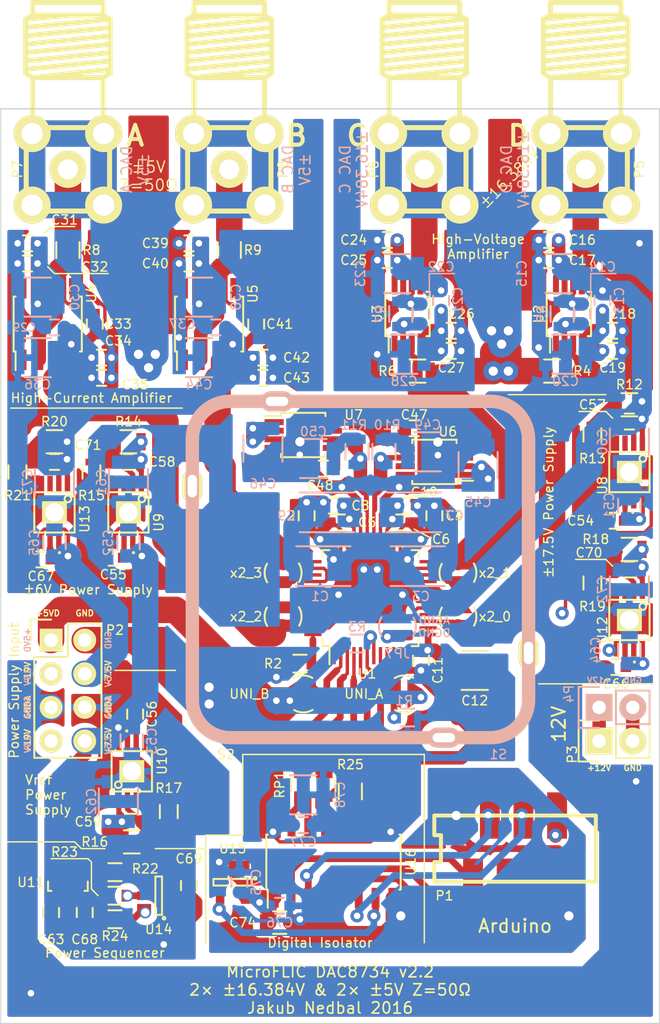
<source format=kicad_pcb>
(kicad_pcb (version 20221018) (generator pcbnew)
  (layers (0 "F.Cu" signal) (1 "In1.Cu" signal) (2 "In2.Cu" signal) (31 "B.Cu" signal) (34 "B.Paste" user) (35 "F.Paste" user) (36 "B.SilkS" user "B.Silkscreen") (37 "F.SilkS" user "F.Silkscreen") (38 "B.Mask" user) (39 "F.Mask" user) (44 "Edge.Cuts" user))
  (net 0 "")
  (net 1 "VDD")
  (net 2 "GNDA")
  (net 3 "VSS")
  (net 4 "+5VD")
  (net 5 "/highVoltageAmp/VOUT-A")
  (net 6 "/highVoltageAmp/INV-0")
  (net 7 "/highVoltageAmp/VOUT-B")
  (net 8 "/highVoltageAmp/INV-1")
  (net 9 "+6V")
  (net 10 "-6V")
  (net 11 "VCC")
  (net 12 "Net-(JP1-Pad1)")
  (net 13 "Net-(JP2-Pad1)")
  (net 14 "/highVoltageAmp/VOUT-0")
  (net 15 "Net-(JP3-Pad1)")
  (net 16 "/highVoltageAmp/VOUT-1")
  (net 17 "Net-(JP4-Pad1)")
  (net 18 "Net-(JP5-Pad1)")
  (net 19 "Net-(JP6-Pad1)")
  (net 20 "Net-(R3-Pad1)")
  (net 21 "/highCurrentAmp/VOUT-C")
  (net 22 "/highCurrentAmp/VOUT-2")
  (net 23 "/highCurrentAmp/VOUT-D")
  (net 24 "/highCurrentAmp/VOUT-3")
  (net 25 "/P12V")
  (net 26 "/PGND")
  (net 27 "/highCurrentAmp/CMP2")
  (net 28 "/highCurrentAmp/CMP1")
  (net 29 "/highCurrentAmp/INV-2")
  (net 30 "/highCurrentAmp/INV-3")
  (net 31 "GND")
  (net 32 "/reference/TRIM4")
  (net 33 "/reference/TRIM5")
  (net 34 "/reference/4.096V")
  (net 35 "/reference/5.000V")
  (net 36 "/powerSupply/+19V")
  (net 37 "/powerSupply/+7.5V")
  (net 38 "/powerSupply/NRVDD")
  (net 39 "/powerSupply/NR+6")
  (net 40 "/powerSupply/NRREF")
  (net 41 "/powerSupply/FBVDD")
  (net 42 "/powerSupply/FB+6")
  (net 43 "/powerSupply/FBREF")
  (net 44 "/powerSupply/-19V")
  (net 45 "/powerSupply/-7.5V")
  (net 46 "/powerSupply/NRVSS")
  (net 47 "/powerSupply/NR-6")
  (net 48 "/powerSupply/FBVSS")
  (net 49 "/powerSupply/FB-6")
  (net 50 "/digitalIsolation/A_IOREF")
  (net 51 "/digitalIsolation/A_GND")
  (net 52 "/digitalIsolation/A_~{SS}")
  (net 53 "/digitalIsolation/A_SCLK")
  (net 54 "/digitalIsolation/A_SDI")
  (net 55 "/digitalIsolation/A_SDO")
  (net 56 "/digitalIsolation/A_~{LDAC}")
  (net 57 "/powerSupply/EN_VDD")
  (net 58 "/powerSupply/EN_REF")
  (net 59 "/powerSupply/EN_VSS")
  (net 60 "/digitalIsolation/~{SS}")
  (net 61 "/digitalIsolation/SCLK")
  (net 62 "/digitalIsolation/SDI")
  (net 63 "/digitalIsolation/SDO")
  (net 64 "/digitalIsolation/~{LDAC}")
  (net 65 "Net-(C49-Pad1)")
  (net 66 "Net-(C50-Pad1)")
  (net 67 "Net-(R25-Pad2)")
  (net 68 "Net-(RP1-Pad1)")
  (net 69 "Net-(RP1-Pad3)")
  (net 70 "Net-(RP1-Pad2)")
  (net 71 "Net-(RP1-Pad4)")
  (net 72 "+5V")
  (net 73 "Net-(C69-Pad1)")
  (net 74 "Net-(U15-Pad4)")
  (footprint "jakub:7-188275-8" (layer "F.Cu") (at 138.938 155.956)
    (fp_text reference "P1")
    (fp_text value "8-way Micro-MaTch" hide)
  )
  (footprint "Resistors_SMD:R_0805" (layer "F.Cu") (at 131.572 119.888)
    (fp_text reference "R6")
    (fp_text value "1k/0.01%/100mW" hide)
  )
  (footprint "Resistors_SMD:R_0805" (layer "F.Cu") (at 109.728 125.222 180)
    (fp_text reference "R14")
    (fp_text value "48k7" hide)
  )
  (footprint "Resistors_SMD:R_0805" (layer "F.Cu") (at 104.14 125.222 180)
    (fp_text reference "R20")
    (fp_text value "48k7" hide)
  )
  (footprint "Housings_QFP:TQFP-48_7x7mm_Pitch0.5mm" (layer "F.Cu") (at 128.016 137.033 90)
    (fp_text reference "U1")
    (fp_text value "DAC8734" hide)
  )
  (footprint "Housings_SOIC:SOIC-8_3.9x4.9mm_Pitch1.27mm" (layer "F.Cu") (at 115.824 116.332 90)
    (fp_text reference "U5")
    (fp_text value "AD8021" hide)
  )
  (footprint "Housings_SSOP:MSOP-8_3x3mm_Pitch0.65mm" (layer "F.Cu") (at 132.842 126.746 180)
    (fp_text reference "U6")
    (fp_text value "REF5040" hide)
  )
  (footprint "Housings_SSOP:MSOP-8_3x3mm_Pitch0.65mm" (layer "F.Cu") (at 122.936 124.714)
    (fp_text reference "U7")
    (fp_text value "REF5050" hide)
  )
  (footprint "Housings_SOT-23_SOT-143_TSOT-6:SOT-23-6" (layer "F.Cu") (at 112.014 159.512 180)
    (fp_text reference "U14")
    (fp_text value "LM3880" hide)
  )
  (footprint "Housings_SOT-23_SOT-143_TSOT-6:SOT-23-5" (layer "F.Cu") (at 117.602 158.496 -90)
    (fp_text reference "U15")
    (fp_text value "74AHC1G14" hide)
  )
  (footprint "jakub:SMA" (layer "F.Cu") (at 144.272 104.648)
    (fp_text reference "P5")
    (fp_text value "SMA" hide)
  )
  (footprint "jakub:SMA" (layer "F.Cu") (at 132.08 104.648)
    (fp_text reference "P6")
    (fp_text value "SMA" hide)
  )
  (footprint "Housings_SSOP:MSOP-8_3x3mm_Pitch0.65mm" (layer "F.Cu") (at 130.81 115.57 90)
    (fp_text reference "U3")
    (fp_text value "OPA211" hide)
  )
  (footprint "Capacitors_SMD:C_0603" (layer "F.Cu") (at 123.19 130.81 90)
    (fp_text reference "C2")
    (fp_text value "100n" hide)
  )
  (footprint "Capacitors_SMD:C_0603" (layer "F.Cu") (at 132.842 130.81 90)
    (fp_text reference "C4")
    (fp_text value "100n" hide)
  )
  (footprint "Capacitors_SMD:C_0603" (layer "F.Cu") (at 125.73 131.318)
    (fp_text reference "C5")
    (fp_text value "10n" hide)
  )
  (footprint "Capacitors_SMD:C_0603" (layer "F.Cu") (at 130.302 131.318 180)
    (fp_text reference "C6")
    (fp_text value "10n" hide)
  )
  (footprint "Capacitors_SMD:C_0603" (layer "F.Cu") (at 125.222 130.048 180)
    (fp_text reference "C8")
    (fp_text value "100n" hide)
  )
  (footprint "Capacitors_SMD:C_0603" (layer "F.Cu") (at 130.81 130.048)
    (fp_text reference "C10")
    (fp_text value "100n" hide)
  )
  (footprint "Capacitors_SMD:C_0603" (layer "F.Cu") (at 131.826 141.732 -90)
    (fp_text reference "C11")
    (fp_text value "100n" hide)
  )
  (footprint "Capacitors_SMD:C_0603" (layer "F.Cu") (at 129.286 109.982)
    (fp_text reference "C24")
    (fp_text value "100n" hide)
  )
  (footprint "Capacitors_SMD:C_0603" (layer "F.Cu") (at 114.3 110.236)
    (fp_text reference "C39")
    (fp_text value "100n" hide)
  )
  (footprint "Capacitors_SMD:C_0603" (layer "F.Cu") (at 114.3 111.76)
    (fp_text reference "C40")
    (fp_text value "10n" hide)
  )
  (footprint "Capacitors_SMD:C_0603" (layer "F.Cu") (at 119.38 116.332 -90)
    (fp_text reference "C41")
    (fp_text value "10p" hide)
  )
  (footprint "Capacitors_SMD:C_0603" (layer "F.Cu") (at 119.888 118.872 180)
    (fp_text reference "C42")
    (fp_text value "10n" hide)
  )
  (footprint "Capacitors_SMD:C_0603" (layer "F.Cu") (at 119.888 120.396 180)
    (fp_text reference "C43")
    (fp_text value "100n" hide)
  )
  (footprint "Capacitors_SMD:C_0603" (layer "F.Cu") (at 131.318 124.206)
    (fp_text reference "C47")
    (fp_text value "1u/25V" hide)
  )
  (footprint "Capacitors_SMD:C_0603" (layer "F.Cu") (at 108.585 133.985 180)
    (fp_text reference "C55")
    (fp_text value "10n" hide)
  )
  (footprint "Capacitors_SMD:C_0603" (layer "F.Cu") (at 109.728 126.746 180)
    (fp_text reference "C58")
    (fp_text value "10n" hide)
  )
  (footprint "Capacitors_SMD:C_0603" (layer "F.Cu") (at 114.3 158.75 -90)
    (fp_text reference "C69")
    (fp_text value "1u/25V" hide)
  )
  (footprint "Capacitors_SMD:C_0603" (layer "F.Cu") (at 103.124 134.112 180)
    (fp_text reference "C67")
    (fp_text value "10n" hide)
  )
  (footprint "Capacitors_SMD:C_0603" (layer "F.Cu") (at 104.14 126.746 180)
    (fp_text reference "C71")
    (fp_text value "10n" hide)
  )
  (footprint "Capacitors_SMD:C_0603" (layer "F.Cu") (at 134.112 118.364 180)
    (fp_text reference "C27")
    (fp_text value "100n" hide)
  )
  (footprint "jakub:solder_jumper" (layer "F.Cu") (at 130.556 144.272)
    (fp_text reference "JP1" hide)
    (fp_text value "UNI_A")
  )
  (footprint "jakub:solder_jumper" (layer "F.Cu") (at 122.936 144.272 180)
    (fp_text reference "JP2" hide)
    (fp_text value "UNI_B")
  )
  (footprint "jakub:solder_jumper" (layer "F.Cu") (at 134.62 138.43 -90)
    (fp_text reference "JP3" hide)
    (fp_text value "x2_0")
  )
  (footprint "jakub:solder_jumper" (layer "F.Cu") (at 134.62 135.128 90)
    (fp_text reference "JP4" hide)
    (fp_text value "x2_1")
  )
  (footprint "jakub:solder_jumper" (layer "F.Cu") (at 121.412 138.43 -90)
    (fp_text reference "JP5" hide)
    (fp_text value "x2_2")
  )
  (footprint "jakub:solder_jumper" (layer "F.Cu") (at 121.412 135.128 90)
    (fp_text reference "JP6" hide)
    (fp_text value "x2_3")
  )
  (footprint "Pin_Headers:Pin_Header_Straight_2x04" (layer "F.Cu") (at 103.886 140.208)
    (fp_text reference "P2")
    (fp_text value "2x4 header strip" hide)
  )
  (footprint "jakub:can-MS257-10" (layer "F.Cu") (at 127.254 134.874 180)
    (fp_text reference "S2")
    (fp_text value "shield_can" hide)
  )
  (footprint "Capacitors_SMD:C_0603" (layer "F.Cu") (at 124.46 127.254 180)
    (fp_text reference "C48")
    (fp_text value "1u/25V" hide)
  )
  (footprint "Housings_SOIC:SOIC-16_3.9x9.9mm_Pitch1.27mm" (layer "F.Cu") (at 125.222 156.972 90)
    (fp_text reference "U16")
    (fp_text value "Si8651" hide)
  )
  (footprint "jakub:SSOP8_powerPAD" (layer "F.Cu") (at 109.728 130.556 180)
    (fp_text reference "U9")
    (fp_text value "TPS7A4901" hide)
  )
  (footprint "jakub:SSOP8_powerPAD" (layer "F.Cu") (at 104.14 130.556 180)
    (fp_text reference "U13")
    (fp_text value "TPS7A3001" hide)
  )
  (footprint "Resistors_SMD:R_0805" (layer "F.Cu") (at 117.348 110.744 -90)
    (fp_text reference "R9")
    (fp_text value "49R9/0.1%/250mW" hide)
  )
  (footprint "Capacitors_SMD:C_1210" (layer "F.Cu") (at 135.89 142.494)
    (fp_text reference "C12")
    (fp_text value "22u/25V" hide)
  )
  (footprint "Pin_Headers:Pin_Header_Straight_1x02" (layer "F.Cu") (at 145.288 147.828 90)
    (fp_text reference "P3")
    (fp_text value "1x2 header strip" hide)
  )
  (footprint "jakub:SMA" (layer "F.Cu") (at 105.156 104.648)
    (fp_text reference "P7")
    (fp_text value "SMA" hide)
  )
  (footprint "jakub:SMA" (layer "F.Cu") (at 117.348 104.648)
    (fp_text reference "P8")
    (fp_text value "SMA" hide)
  )
  (footprint "Resistors_SMD:R_Array_Convex_4x0603" (layer "F.Cu") (at 123.698 151.13 90)
    (fp_text reference "RP1")
    (fp_text value "4x150" hide)
  )
  (footprint "Capacitors_SMD:C_0603" (layer "F.Cu") (at 134.112 116.84 180)
    (fp_text reference "C26")
    (fp_text value "10n" hide)
  )
  (footprint "Resistors_SMD:R_0805" (layer "F.Cu") (at 126.492 151.638 -90)
    (fp_text reference "R25")
    (fp_text value "150" hide)
  )
  (footprint "Capacitors_SMD:C_0603" (layer "F.Cu") (at 102.108 111.76)
    (fp_text reference "C32")
    (fp_text value "10n" hide)
  )
  (footprint "Housings_SOIC:SOIC-8_3.9x4.9mm_Pitch1.27mm" (layer "F.Cu") (at 103.632 116.332 90)
    (fp_text reference "U4")
    (fp_text value "AD8021" hide)
  )
  (footprint "Capacitors_SMD:C_0603" (layer "F.Cu") (at 102.108 110.236)
    (fp_text reference "C31")
    (fp_text value "100n" hide)
  )
  (footprint "Capacitors_SMD:C_0603" (layer "F.Cu") (at 107.188 116.332 -90)
    (fp_text reference "C33")
    (fp_text value "10p" hide)
  )
  (footprint "Capacitors_SMD:C_0603" (layer "F.Cu") (at 107.696 118.872 180)
    (fp_text reference "C34")
    (fp_text value "10n" hide)
  )
  (footprint "Capacitors_SMD:C_0603" (layer "F.Cu") (at 107.696 120.396 180)
    (fp_text reference "C35")
    (fp_text value "100n" hide)
  )
  (footprint "Resistors_SMD:R_0805" (layer "F.Cu") (at 105.156 110.744 -90)
    (fp_text reference "R8")
    (fp_text value "49R9/0.1%/250mW" hide)
  )
  (footprint "Capacitors_SMD:C_0603" (layer "F.Cu") (at 129.286 111.506)
    (fp_text reference "C25")
    (fp_text value "10n" hide)
  )
  (footprint "Capacitors_SMD:C_0603" (layer "F.Cu") (at 141.478 111.506)
    (fp_text reference "C17")
    (fp_text value "10n" hide)
  )
  (footprint "Resistors_SMD:R_0805" (layer "F.Cu") (at 141.732 119.888 180)
    (fp_text reference "R4")
    (fp_text value "1k/0.01%/100mW" hide)
  )
  (footprint "Housings_SSOP:MSOP-8_3x3mm_Pitch0.65mm" (layer "F.Cu") (at 143.002 115.57 90)
    (fp_text reference "U2")
    (fp_text value "OPA211" hide)
  )
  (footprint "Capacitors_SMD:C_0603" (layer "F.Cu") (at 141.478 109.982)
    (fp_text reference "C16")
    (fp_text value "100n" hide)
  )
  (footprint "Capacitors_SMD:C_0603" (layer "F.Cu") (at 146.304 118.364 180)
    (fp_text reference "C19")
    (fp_text value "100n" hide)
  )
  (footprint "Capacitors_SMD:C_0603" (layer "F.Cu") (at 146.304 116.84 180)
    (fp_text reference "C18")
    (fp_text value "10n" hide)
  )
  (footprint "jakub:SSOP8_powerPAD" (layer "F.Cu") (at 147.574 138.684 180)
    (fp_text reference "U12")
    (fp_text value "TPS7A3001" hide)
  )
  (footprint "Resistors_SMD:R_0805" (layer "F.Cu") (at 147.574 133.35 180)
    (fp_text reference "R18")
    (fp_text value "165k" hide)
  )
  (footprint "Capacitors_SMD:C_0603" (layer "F.Cu") (at 146.558 142.24 180)
    (fp_text reference "C66")
    (fp_text value "10n" hide)
  )
  (footprint "Capacitors_SMD:C_0603" (layer "F.Cu") (at 147.574 134.874 180)
    (fp_text reference "C70")
    (fp_text value "10n" hide)
  )
  (footprint "Resistors_SMD:R_0805" (layer "F.Cu") (at 147.574 122.428 180)
    (fp_text reference "R12")
    (fp_text value "165k" hide)
  )
  (footprint "Capacitors_SMD:C_0603" (layer "F.Cu") (at 146.431 131.191 180)
    (fp_text reference "C54")
    (fp_text value "10n" hide)
  )
  (footprint "Capacitors_SMD:C_0603" (layer "F.Cu") (at 147.574 123.698 180)
    (fp_text reference "C57")
    (fp_text value "10n" hide)
  )
  (footprint "jakub:SSOP8_powerPAD" (layer "F.Cu") (at 147.574 127.508 180)
    (fp_text reference "U8")
    (fp_text value "TPS7A4901" hide)
  )
  (footprint "jakub:SSOP8_powerPAD" (layer "F.Cu") (at 109.982 150.114)
    (fp_text reference "U10")
    (fp_text value "TPS7A4901" hide)
  )
  (footprint "Capacitors_SMD:C_0603" (layer "F.Cu") (at 109.982 153.924)
    (fp_text reference "C59")
    (fp_text value "10n" hide)
  )
  (footprint "Capacitors_SMD:C_0603" (layer "F.Cu") (at 110.236 145.796 90)
    (fp_text reference "C56")
    (fp_text value "10n" hide)
  )
  (footprint "Resistors_SMD:R_0805" (layer "F.Cu") (at 109.982 155.448)
    (fp_text reference "R16")
    (fp_text value "48k7" hide)
  )
  (footprint "Capacitors_SMD:C_0603" (layer "F.Cu") (at 103.886 160.782 -90)
    (fp_text reference "C63")
    (fp_text value "100n" hide)
  )
  (footprint "Capacitors_SMD:C_0603" (layer "F.Cu") (at 106.426 160.782 -90)
    (fp_text reference "C68")
    (fp_text value "100n" hide)
  )
  (footprint "TO_SOT_Packages_SMD:SOT-23" (layer "F.Cu") (at 105.156 158.496 180)
    (fp_text reference "U11")
    (fp_text value "LM3480" hide)
  )
  (footprint "Resistors_SMD:R_0603" (layer "F.Cu") (at 108.712 161.29 180)
    (fp_text reference "R24")
    (fp_text value "12k" hide)
  )
  (footprint "Resistors_SMD:R_0603" (layer "F.Cu") (at 108.712 157.734 180)
    (fp_text reference "R22")
    (fp_text value "12k" hide)
  )
  (footprint "Resistors_SMD:R_0603" (layer "F.Cu") (at 144.78 124.714 -90)
    (fp_text reference "R13")
    (fp_text value "12k" hide)
  )
  (footprint "Resistors_SMD:R_0603" (layer "F.Cu") (at 106.934 127.508 -90)
    (fp_text reference "R15")
    (fp_text value "12k" hide)
  )
  (footprint "Resistors_SMD:R_0603" (layer "F.Cu") (at 112.776 153.162 90)
    (fp_text reference "R17")
    (fp_text value "12k" hide)
  )
  (footprint "Resistors_SMD:R_0603" (layer "F.Cu") (at 108.712 159.512 180)
    (fp_text reference "R23")
    (fp_text value "12k" hide)
  )
  (footprint "Resistors_SMD:R_0603" (layer "F.Cu") (at 144.78 135.89 -90)
    (fp_text reference "R19")
    (fp_text value "12k" hide)
  )
  (footprint "Resistors_SMD:R_0603" (layer "F.Cu") (at 101.346 127.508 -90)
    (fp_text reference "R21")
    (fp_text value "12k" hide)
  )
  (footprint "Capacitors_SMD:C_0805" (layer "F.Cu") (at 121.158 161.544)
    (fp_text reference "C74")
    (fp_text value "10u/25V" hide)
  )
  (footprint "Resistors_SMD:R_0603" (layer "F.Cu") (at 122.682 141.986 180)
    (fp_text reference "R2")
    (fp_text value "12k" hide)
  )
  (footprint "Capacitors_SMD:C_0805" (layer "B.Cu") (at 109.728 132.842 90)
    (fp_text reference "C52")
    (fp_text value "10u/25V" hide)
  )
  (footprint "Capacitors_SMD:C_0805" (layer "B.Cu") (at 104.14 132.842 90)
    (fp_text reference "C65")
    (fp_text value "10u/25V" hide)
  )
  (footprint "Resistors_SMD:R_0805" (layer "B.Cu") (at 130.302 115.57 -90)
    (fp_text reference "R7")
    (fp_text value "1k/0.01%/100mW" hide)
  )
  (footprint "Capacitors_Tantalum_SMD:TantalC_SizeB_EIA-3528_Reflow" (layer "B.Cu") (at 131.826 134.62)
    (fp_text reference "C3")
    (fp_text value "4u7/25V" hide)
  )
  (footprint "Capacitors_Tantalum_SMD:TantalC_SizeB_EIA-3528_Reflow" (layer "B.Cu") (at 131.064 130.556 180)
    (fp_text reference "C7")
    (fp_text value "4u7/25V" hide)
  )
  (footprint "Capacitors_Tantalum_SMD:TantalC_SizeB_EIA-3528_Reflow" (layer "B.Cu") (at 124.968 130.556)
    (fp_text reference "C9")
    (fp_text value "4u7/25V" hide)
  )
  (footprint "Capacitors_SMD:C_0603" (layer "B.Cu") (at 133.35 114.554 -90)
    (fp_text reference "C21")
    (fp_text value "10n" hide)
  )
  (footprint "Capacitors_SMD:C_0603" (layer "B.Cu") (at 116.332 116.586)
    (fp_text reference "C37")
    (fp_text value "10n" hide)
  )
  (footprint "Capacitors_SMD:C_0603" (layer "B.Cu") (at 122.936 154.178)
    (fp_text reference "C77")
    (fp_text value "100n" hide)
  )
  (footprint "jakub:can-MS257-10" (layer "B.Cu") (at 127.254 134.874 -90)
    (fp_text reference "S1")
    (fp_text value "shield_can" hide)
  )
  (footprint "Capacitors_SMD:C_0603" (layer "B.Cu") (at 118.11 158.496 90)
    (fp_text reference "C75")
    (fp_text value "100n" hide)
  )
  (footprint "Capacitors_Tantalum_SMD:TantalC_SizeB_EIA-3528_Reflow" (layer "B.Cu") (at 124.206 134.62 180)
    (fp_text reference "C1")
    (fp_text value "4u7/25V" hide)
  )
  (footprint "jakub:solder_jumper" (layer "B.Cu") (at 130.048 139.192 90)
    (fp_text reference "JP7")
    (fp_text value "GND/GNDA" hide)
  )
  (footprint "Capacitors_SMD:C_1210" (layer "B.Cu") (at 136.144 127 90)
    (fp_text reference "C45")
    (fp_text value "22u/25V" hide)
  )
  (footprint "Capacitors_SMD:C_1210" (layer "B.Cu") (at 119.888 125.73 -90)
    (fp_text reference "C46")
    (fp_text value "22u/25V" hide)
  )
  (footprint "Capacitors_SMD:C_1210" (layer "B.Cu") (at 132.334 125.984)
    (fp_text reference "C49")
    (fp_text value "22u/25V" hide)
  )
  (footprint "Capacitors_SMD:C_1210" (layer "B.Cu") (at 123.698 126.492 180)
    (fp_text reference "C50")
    (fp_text value "22u/25V" hide)
  )
  (footprint "Capacitors_SMD:C_1210" (layer "B.Cu") (at 109.728 128.27 -90)
    (fp_text reference "C61")
    (fp_text value "22u/25V" hide)
  )
  (footprint "Capacitors_SMD:C_1210" (layer "B.Cu") (at 104.14 128.27 -90)
    (fp_text reference "C73")
    (fp_text value "22u/25V" hide)
  )
  (footprint "Socket_Strips:Socket_Strip_Straight_1x02" (layer "B.Cu") (at 145.288 145.288)
    (fp_text reference "P4")
    (fp_text value "1x2 socket strip" hide)
  )
  (footprint "Resistors_SMD:R_0805" (layer "B.Cu") (at 129.032 125.984 90)
    (fp_text reference "R10")
    (fp_text value "1" hide)
  )
  (footprint "Resistors_SMD:R_0805" (layer "B.Cu") (at 127 125.984 90)
    (fp_text reference "R11")
    (fp_text value "1" hide)
  )
  (footprint "Capacitors_SMD:C_0603" (layer "B.Cu") (at 131.826 115.57 -90)
    (fp_text reference "C22")
    (fp_text value "10p" hide)
  )
  (footprint "Capacitors_SMD:C_1210" (layer "B.Cu") (at 130.048 112.522)
    (fp_text reference "C23")
    (fp_text value "10u/35V" hide)
  )
  (footprint "Capacitors_SMD:C_1210" (layer "B.Cu") (at 130.556 118.618)
    (fp_text reference "C28")
    (fp_text value "10u/35V" hide)
  )
  (footprint "Capacitors_SMD:C_1210" (layer "B.Cu") (at 115.062 114.3)
    (fp_text reference "C38")
    (fp_text value "22u/25V" hide)
  )
  (footprint "Capacitors_SMD:C_1210" (layer "B.Cu") (at 115.062 118.872)
    (fp_text reference "C44")
    (fp_text value "22u/25V" hide)
  )
  (footprint "Capacitors_SMD:C_1210" (layer "B.Cu") (at 122.936 151.892)
    (fp_text reference "C78")
    (fp_text value "22u/25V" hide)
  )
  (footprint "Capacitors_SMD:C_0603" (layer "B.Cu") (at 104.14 116.586)
    (fp_text reference "C29")
    (fp_text value "10n" hide)
  )
  (footprint "Capacitors_SMD:C_1210" (layer "B.Cu") (at 102.87 114.3)
    (fp_text reference "C30")
    (fp_text value "22u/25V" hide)
  )
  (footprint "Capacitors_SMD:C_1210" (layer "B.Cu") (at 102.87 118.872)
    (fp_text reference "C36")
    (fp_text value "22u/25V" hide)
  )
  (footprint "Capacitors_SMD:C_0603" (layer "B.Cu") (at 144.018 115.57 -90)
    (fp_text reference "C14")
    (fp_text value "10p" hide)
  )
  (footprint "Resistors_SMD:R_0805" (layer "B.Cu") (at 142.494 115.57 -90)
    (fp_text reference "R5")
    (fp_text value "1k/0.01%/100mW" hide)
  )
  (footprint "Capacitors_SMD:C_0603" (layer "B.Cu") (at 145.542 114.554 -90)
    (fp_text reference "C13")
    (fp_text value "10n" hide)
  )
  (footprint "Capacitors_SMD:C_1210" (layer "B.Cu") (at 142.24 112.522)
    (fp_text reference "C15")
    (fp_text value "10u/35V" hide)
  )
  (footprint "Capacitors_SMD:C_1210" (layer "B.Cu") (at 142.748 118.618)
    (fp_text reference "C20")
    (fp_text value "10u/35V" hide)
  )
  (footprint "Capacitors_SMD:C_0805" (layer "B.Cu") (at 147.574 140.97 90)
    (fp_text reference "C64")
    (fp_text value "10u/25V" hide)
  )
  (footprint "Capacitors_SMD:C_1210" (layer "B.Cu") (at 147.574 136.398 -90)
    (fp_text reference "C72")
    (fp_text value "10u/35V" hide)
  )
  (footprint "Capacitors_SMD:C_0805" (layer "B.Cu") (at 147.574 130.048 90)
    (fp_text reference "C51")
    (fp_text value "10u/25V" hide)
  )
  (footprint "Capacitors_SMD:C_1210" (layer "B.Cu") (at 147.574 125.222 -90)
    (fp_text reference "C60")
    (fp_text value "10u/35V" hide)
  )
  (footprint "Capacitors_SMD:C_1210" (layer "B.Cu") (at 108.966 152.4 90)
    (fp_text reference "C62")
    (fp_text value "22u/25V" hide)
  )
  (footprint "Capacitors_SMD:C_0805" (layer "B.Cu") (at 109.982 147.828 -90)
    (fp_text reference "C53")
    (fp_text value "10u/25V" hide)
  )
  (footprint "Capacitors_SMD:C_0603" (layer "B.Cu") (at 121.158 160.274)
    (fp_text reference "C76")
    (fp_text value "100n" hide)
  )
  (footprint "Resistors_SMD:R_0603" (layer "B.Cu") (at 130.81 146.05)
    (fp_text reference "R1")
    (fp_text value "12k" hide)
  )
  (footprint "Resistors_SMD:R_0603" (layer "B.Cu") (at 127 140.462 180)
    (fp_text reference "R3")
    (fp_text value "12k" hide)
  )
  (gr_line (start 146.558 112.522) (end 144.653 112.522) (stroke (width 0.11)) (layer "B.SilkS"))
  (gr_line (start 144.653 114.173) (end 144.653 112.522) (stroke (width 0.11)) (layer "B.SilkS"))
  (gr_line (start 144.399 114.427) (end 144.653 114.173) (stroke (width 0.11)) (layer "B.SilkS"))
  (gr_line (start 132.207 114.427) (end 132.461 114.173) (stroke (width 0.11)) (layer "B.SilkS"))
  (gr_line (start 134.366 112.522) (end 132.461 112.522) (stroke (width 0.11)) (layer "B.SilkS"))
  (gr_line (start 132.461 114.173) (end 132.461 112.522) (stroke (width 0.11)) (layer "B.SilkS"))
  (gr_circle (center 104.521 133.604) (end 104.521 133.672) (stroke (width 0.11)) (fill none) (layer "F.SilkS"))
  (gr_circle (center 147.828 130.556) (end 147.828 130.624) (stroke (width 0.11)) (fill none) (layer "F.SilkS"))
  (gr_circle (center 110.109 133.604) (end 110.109 133.672) (stroke (width 0.11)) (fill none) (layer "F.SilkS"))
  (gr_circle (center 147.955 141.859) (end 147.955 141.927) (stroke (width 0.11)) (fill none) (layer "F.SilkS"))
  (gr_line (start 115.57 154.94) (end 115.57 163.068) (stroke (width 0.11)) (layer "F.SilkS"))
  (gr_line (start 132.08 148.844) (end 118.364 148.844) (stroke (width 0.11)) (layer "F.SilkS"))
  (gr_line (start 105.664 155.448) (end 100.584 155.448) (stroke (width 0.11)) (layer "F.SilkS"))
  (gr_line (start 106.68 156.718) (end 106.934 156.972) (stroke (width 0.11)) (layer "F.SilkS"))
  (gr_line (start 143.764 122.936) (end 145.796 122.936) (stroke (width 0.11)) (layer "F.SilkS"))
  (gr_line (start 106.68 156.718) (end 103.886 156.718) (stroke (width 0.11)) (layer "F.SilkS"))
  (gr_line (start 100.838 122.682) (end 113.792 122.682) (stroke (width 0.11)) (layer "F.SilkS"))
  (gr_line (start 108.204 112.522) (end 104.14 112.522) (stroke (width 0.11)) (layer "F.SilkS"))
  (gr_line (start 107.95 155.956) (end 106.172 155.956) (stroke (width 0.11)) (layer "F.SilkS"))
  (gr_line (start 143.51 134.112) (end 145.796 134.112) (stroke (width 0.11)) (layer "F.SilkS"))
  (gr_line (start 131.318 131.826) (end 132.588 132.5) (stroke (width 0.11)) (layer "F.SilkS"))
  (gr_circle (center 109.601 147.066) (end 109.601 147.134) (stroke (width 0.11)) (fill none) (layer "F.SilkS"))
  (gr_line (start 132.08 163.068) (end 132.08 148.844) (stroke (width 0.11)) (layer "F.SilkS"))
  (gr_line (start 115.57 155.956) (end 111.76 155.956) (stroke (width 0.11)) (layer "F.SilkS"))
  (gr_line (start 108.712 142.494) (end 113.284 142.494) (stroke (width 0.11)) (layer "F.SilkS"))
  (gr_line (start 106.934 156.972) (end 106.934 159.004) (stroke (width 0.11)) (layer "F.SilkS"))
  (gr_line (start 145.796 134.112) (end 146.304 134.62) (stroke (width 0.11)) (layer "F.SilkS"))
  (gr_line (start 106.172 155.956) (end 105.664 155.448) (stroke (width 0.11)) (layer "F.SilkS"))
  (gr_line (start 138.43 121.666) (end 145.796 121.666) (stroke (width 0.11)) (layer "F.SilkS"))
  (gr_line (start 118.364 154.94) (end 115.57 154.94) (stroke (width 0.11)) (layer "F.SilkS"))
  (gr_line (start 105.664 108.966) (end 103.886 108.966) (stroke (width 0.11)) (layer "F.SilkS"))
  (gr_line (start 104.14 112.522) (end 103.632 112.014) (stroke (width 0.11)) (layer "F.SilkS"))
  (gr_line (start 145.288 143.51) (end 140.716 143.51) (stroke (width 0.11)) (layer "F.SilkS"))
  (gr_line (start 145.796 122.936) (end 146.304 123.444) (stroke (width 0.11)) (layer "F.SilkS"))
  (gr_line (start 103.886 108.966) (end 103.378 109.474) (stroke (width 0.11)) (layer "F.SilkS"))
  (gr_line (start 106.934 159.004) (end 107.442 159.512) (stroke (width 0.11)) (layer "F.SilkS"))
  (gr_line (start 149.352 143.51) (end 147.828 143.51) (stroke (width 0.11)) (layer "F.SilkS"))
  (gr_line (start 118.364 148.844) (end 118.364 154.94) (stroke (width 0.11)) (layer "F.SilkS"))
  (gr_line (start 149.86 169.164) (end 100.076 169.164) (stroke (width 0.1)) (layer "Edge.Cuts"))
  (gr_line (start 100.076 169.164) (end 100.076 100.076) (stroke (width 0.1)) (layer "Edge.Cuts"))
  (gr_line (start 149.86 100.076) (end 149.86 169.164) (stroke (width 0.1)) (layer "Edge.Cuts"))
  (gr_line (start 100.076 100.076) (end 149.86 100.076) (stroke (width 0.1)) (layer "Edge.Cuts"))
  (gr_text "+5VD" (at 102.108 140.208 90) (layer "B.SilkS") (effects (font (size 0.45 0.45) (thickness 0.1)) (justify mirror)))
  (gr_text "-19V" (at 102.108 142.748 90) (layer "B.SilkS") (effects (font (size 0.45 0.45) (thickness 0.1)) (justify mirror)))
  (gr_text "GNDA" (at 102.108 145.288 90) (layer "B.SilkS") (effects (font (size 0.45 0.45) (thickness 0.1)) (justify mirror)))
  (gr_text "+19V" (at 102.108 147.828 90) (layer "B.SilkS") (effects (font (size 0.45 0.45) (thickness 0.1)) (justify mirror)))
  (gr_text "+7.5V" (at 108.204 147.828 90) (layer "B.SilkS") (effects (font (size 0.45 0.45) (thickness 0.1)) (justify mirror)))
  (gr_text "GNDA" (at 108.204 145.288 90) (layer "B.SilkS") (effects (font (size 0.45 0.45) (thickness 0.1)) (justify mirror)))
  (gr_text "-7.5V" (at 108.204 142.748 90) (layer "B.SilkS") (effects (font (size 0.45 0.45) (thickness 0.1)) (justify mirror)))
  (gr_text "GND" (at 108.204 140.208 90) (layer "B.SilkS") (effects (font (size 0.45 0.45) (thickness 0.1)) (justify mirror)))
  (gr_text "GND" (at 147.828 143.256) (layer "B.SilkS") (effects (font (size 0.45 0.45) (thickness 0.1)) (justify mirror)))
  (gr_text "DAC D\n±16.384V" (at 138.938 104.648 90) (layer "B.SilkS") (effects (font (size 0.8 0.8) (thickness 0.12)) (justify mirror)))
  (gr_text "DAC B\n±5V" (at 122.428 104.648 90) (layer "B.SilkS") (effects (font (size 0.8 0.8) (thickness 0.12)) (justify mirror)))
  (gr_text "DAC A\n±5V" (at 110.236 104.648 90) (layer "B.SilkS") (effects (font (size 0.8 0.8) (thickness 0.12)) (justify mirror)))
  (gr_text "DAC C\n±16.384V" (at 126.746 104.648 90) (layer "B.SilkS") (effects (font (size 0.8 0.8) (thickness 0.12)) (justify mirror)))
  (gr_text "AGND\nDGND" (at 132.842 139.192) (layer "B.SilkS") (effects (font (size 0.6 0.6) (thickness 0.1)) (justify mirror)))
  (gr_text "+12V" (at 145.288 143.256) (layer "B.SilkS") (effects (font (size 0.45 0.45) (thickness 0.1)) (justify mirror)))
  (gr_text "GNDA" (at 102.108 145.288 90) (layer "F.SilkS") (effects (font (size 0.45 0.45) (thickness 0.1))))
  (gr_text "-19V" (at 102.108 142.748 90) (layer "F.SilkS") (effects (font (size 0.45 0.45) (thickness 0.1))))
  (gr_text "+5VD" (at 103.632 138.176) (layer "F.SilkS") (effects (font (size 0.45 0.45) (thickness 0.1))))
  (gr_text "GND" (at 106.426 138.176) (layer "F.SilkS") (effects (font (size 0.45 0.45) (thickness 0.1))))
  (gr_text "-7.5V" (at 108.204 142.748 90) (layer "F.SilkS") (effects (font (size 0.45 0.45) (thickness 0.1))))
  (gr_text "GNDA" (at 108.204 145.288 90) (layer "F.SilkS") (effects (font (size 0.45 0.45) (thickness 0.1))))
  (gr_text "+7.5V" (at 108.204 147.828 90) (layer "F.SilkS") (effects (font (size 0.45 0.45) (thickness 0.1))))
  (gr_text "GND" (at 147.828 149.86) (layer "F.SilkS") (effects (font (size 0.45 0.45) (thickness 0.1))))
  (gr_text "B" (at 122.428 102.108) (layer "F.SilkS") (effects (font (size 1.5 1.5) (thickness 0.3))))
  (gr_text "D" (at 139.192 102.108) (layer "F.SilkS") (effects (font (size 1.5 1.5) (thickness 0.3))))
  (gr_text "C" (at 127 102.108) (layer "F.SilkS") (effects (font (size 1.5 1.5) (thickness 0.3))))
  (gr_text "High-Voltage\nAmplifier" (at 136.144 110.49) (layer "F.SilkS") (effects (font (size 0.7 0.7) (thickness 0.11))))
  (gr_text "High-Current Amplifier" (at 106.934 121.92) (layer "F.SilkS") (effects (font (size 0.7 0.7) (thickness 0.11))))
  (gr_text "MicroFLIC DAC8734 v2.2\n2× ±16.384V & 2× ±5V Z=50Ω\nJakub Nedbal 2016" (at 124.968 166.624) (layer "F.SilkS") (effects (font (size 0.85 0.85) (thickness 0.125))))
  (gr_text "±16.384V" (at 136.398 107.442 45) (layer "F.SilkS") (effects (font (size 0.8 0.8) (thickness 0.1)) (justify left)))
  (gr_text "Vref\nPower\nSupply" (at 101.854 151.892) (layer "F.SilkS") (effects (font (size 0.7 0.7) (thickness 0.11)) (justify left)))
  (gr_text "Power Supply Input" (at 101.092 144.018 90) (layer "F.SilkS") (effects (font (size 0.7 0.7) (thickness 0.11))))
  (gr_text "A" (at 110.236 102.108) (layer "F.SilkS") (effects (font (size 1.5 1.5) (thickness 0.3))))
  (gr_text "Digital Isolator" (at 124.206 163.068) (layer "F.SilkS") (effects (font (size 0.7 0.7) (thickness 0.11))))
  (gr_text "12V" (at 142.24 146.558 90) (layer "F.SilkS") (effects (font (size 1 1))))
  (gr_text "±5V\nZ=50Ω" (at 111.252 105.156) (layer "F.SilkS") (effects (font (size 0.85 0.85) (thickness 0.1))))
  (gr_text "±17.5V Power Supply" (at 141.478 129.794 90) (layer "F.SilkS") (effects (font (size 0.7 0.7) (thickness 0.11))))
  (gr_text "Power Sequencer" (at 107.95 163.83) (layer "F.SilkS") (effects (font (size 0.7 0.7) (thickness 0.11))))
  (gr_text "+12V" (at 145.288 149.86) (layer "F.SilkS") (effects (font (size 0.45 0.45) (thickness 0.1))))
  (gr_text "+19V" (at 102.108 147.828 90) (layer "F.SilkS") (effects (font (size 0.45 0.45) (thickness 0.1))))
  (gr_text "±6V Power Supply" (at 106.68 136.398) (layer "F.SilkS") (effects (font (size 0.7 0.7) (thickness 0.11))))
  (gr_text "Arduino" (at 138.938 161.798) (layer "F.SilkS") (effects (font (size 1 1))))
  (segment (start 130.266 131.862) (end 130.81 131.318) (width 0.254) (layer "F.Cu") (net 1))
  (segment (start 130.81 131.318) (end 131.052 131.318) (width 0.254) (layer "F.Cu") (net 1))
  (segment (start 125.2728 131.191) (end 125.0308 131.191) (width 0.254) (layer "F.Cu") (net 1))
  (segment (start 125.2093 131.318) (end 125.0308 131.318) (width 0.254) (layer "F.Cu") (net 1))
  (segment (start 125.766 131.862) (end 125.222 131.318) (width 0.254) (layer "F.Cu") (net 1))
  (segment (start 125.222 131.318) (end 125.0308 131.318) (width 0.254) (layer "F.Cu") (net 1))
  (segment (start 132.6 131.318) (end 132.842 131.56) (width 0.768) (layer "F.Cu") (net 1))
  (segment (start 131.826 132.092) (end 131.826 132.588) (width 0.768) (layer "F.Cu") (net 1))
  (segment (start 131.826 132.576) (end 131.826 132.588) (width 0.768) (layer "F.Cu") (net 1))
  (segment (start 130.266 133.568) (end 130.81 134.112) (width 0.254) (layer "F.Cu") (net 1))
  (segment (start 125.766 133.568) (end 125.222 134.112) (width 0.254) (layer "F.Cu") (net 1))
  (segment (start 124.206 132.092) (end 124.98 131.318) (width 0.768) (layer "F.Cu") (net 1))
  (segment (start 123.432 131.318) (end 123.19 131.56) (width 0.768) (layer "F.Cu") (net 1))
  (segment (start 123.19 131.572) (end 124.206 132.588) (width 0.768) (layer "F.Cu") (net 1))
  (segment (start 130.485 112.451) (end 130.302 112.268) (width 0.381) (layer "F.Cu") (net 1))
  (segment (start 130.036 112.002) (end 130.036 111.506) (width 0.768) (layer "F.Cu") (net 1))
  (segment (start 142.228 111.506) (end 142.228 109.982) (width 1.016) (layer "F.Cu") (net 1))
  (segment (start 142.24 112.014) (end 142.228 112.002) (width 0.768) (layer "F.Cu") (net 1))
  (segment (start 142.228 112.002) (end 142.228 111.506) (width 0.768) (layer "F.Cu") (net 1))
  (segment (start 142.494 112.268) (end 142.24 112.014) (width 0.508) (layer "F.Cu") (net 1))
  (segment (start 142.677 112.451) (end 142.494 112.268) (width 0.381) (layer "F.Cu") (net 1))
  (segment (start 142.677 113.37) (end 142.677 112.451) (width 0.381) (layer "F.Cu") (net 1))
  (segment (start 148.324 123.698) (end 148.524 123.498) (width 1.016) (layer "F.Cu") (net 1))
  (segment (start 148.5519 124.4219) (end 148.5519 123.9259) (width 0.381) (layer "F.Cu") (net 1))
  (segment (start 148.5519 123.9259) (end 148.324 123.698) (width 0.381) (layer "F.Cu") (net 1))
  (segment (start 148.336 123.71) (end 148.336 124.206) (width 0.381) (layer "F.Cu") (net 1))
  (segment (start 148.5519 124.4219) (end 148.336 124.206) (width 0.381) (layer "F.Cu") (net 1))
  (segment (start 148.5519 124.4219) (end 148.5519 125.3355) (width 0.381) (layer "F.Cu") (net 1))
  (segment (start 148.336 123.71) (end 148.324 123.698) (width 0.508) (layer "F.Cu") (net 1))
  (segment (start 131.052 131.318) (end 132.6 131.318) (width 0.768) (layer "F.Cu") (net 1))
  (segment (start 130.266 132.683) (end 130.266 133.568) (width 0.254) (layer "F.Cu") (net 1))
  (segment (start 130.036 111.506) (end 130.036 109.982) (width 1.016) (layer "F.Cu") (net 1))
  (segment (start 132.842 131.56) (end 131.826 132.576) (width 0.768) (layer "F.Cu") (net 1))
  (segment (start 130.302 112.268) (end 130.048 112.014) (width 0.508) (layer "F.Cu") (net 1))
  (segment (start 130.485 113.37) (end 130.485 112.451) (width 0.381) (layer "F.Cu") (net 1))
  (segment (start 123.19 131.56) (end 123.19 131.572) (width 0.768) (layer "F.Cu") (net 1))
  (segment (start 131.826 132.092) (end 131.052 131.318) (width 0.768) (layer "F.Cu") (net 1))
  (segment (start 130.266 132.683) (end 130.266 131.862) (width 0.254) (layer "F.Cu") (net 1))
  (segment (start 124.98 131.318) (end 123.432 131.318) (width 0.768) (layer "F.Cu") (net 1))
  (segment (start 125.766 132.683) (end 125.766 133.568) (width 0.254) (layer "F.Cu") (net 1))
  (segment (start 124.206 132.588) (end 124.206 132.092) (width 0.768) (layer "F.Cu") (net 1))
  (segment (start 130.048 112.014) (end 130.036 112.002) (width 0.768) (layer "F.Cu") (net 1))
  (segment (start 125.766 132.683) (end 125.766 131.862) (width 0.254) (layer "F.Cu") (net 1))
  (via (at 145.542 113.804) (size 1) (drill 0.5) (layers "F.Cu" "B.Cu") (net 1))
  (via (at 142.228 111.506) (size 1) (drill 0.5) (layers "F.Cu" "B.Cu") (net 1))
  (via (at 142.228 109.982) (size 1) (drill 0.5) (layers "F.Cu" "B.Cu") (net 1))
  (via (at 148.524 122.174) (size 1) (drill 0.5) (layers "F.Cu" "B.Cu") (net 1))
  (via (at 148.524 123.498) (size 1) (drill 0.5) (layers "F.Cu" "B.Cu") (net 1))
  (via (at 130.036 109.982) (size 1) (drill 0.5) (layers "F.Cu" "B.Cu") (net 1))
  (via (at 130.81 134.112) (size 1) (drill 0.5) (layers "F.Cu" "B.Cu") (net 1))
  (via (at 131.826 132.588) (size 1) (drill 0.5) (layers "F.Cu" "B.Cu") (net 1))
  (via (at 130.036 111.506) (size 1) (drill 0.5) (layers "F.Cu" "B.Cu") (net 1))
  (via (at 125.222 134.112) (size 1) (drill 0.5) (layers "F.Cu" "B.Cu") (net 1))
  (via (at 124.206 132.588) (size 1) (drill 0.5) (layers "F.Cu" "B.Cu") (net 1))
  (via (at 133.35 113.804) (size 1) (drill 0.5) (layers "F.Cu" "B.Cu") (net 1))
  (segment (start 125.222 134.112) (end 125.666 134.556) (width 0.254) (layer "B.Cu") (net 1))
  (segment (start 125.666 134.556) (end 125.666 134.62) (width 0.254) (layer "B.Cu") (net 1))
  (segment (start 126.682 133.604) (end 129.35 133.604) (width 1.016) (layer "B.Cu") (net 1))
  (segment (start 129.35 133.604) (end 130.366 134.62) (width 1.016) (layer "B.Cu") (net 1))
  (segment (start 130.366 134.048) (end 130.366 134.62) (width 1.016) (layer "B.Cu") (net 1))
  (segment (start 125.666 134.048) (end 125.666 134.62) (width 1.016) (layer "B.Cu") (net 1))
  (segment (start 132.6 113.804) (end 130.302 111.506) (width 1.016) (layer "B.Cu") (net 1))
  (segment (start 130.036 111.506) (end 130.302 111.506) (width 1.016) (layer "B.Cu") (net 1))
  (segment (start 130.036 112.256) (end 130.302 112.522) (width 1.016) (layer "B.Cu") (net 1))
  (segment (start 130.302 112.522) (end 131.548 112.522) (width 1.016) (layer "B.Cu") (net 1))
  (segment (start 133.35 113.284) (end 132.588 112.522) (width 1.016) (layer "B.Cu") (net 1))
  (segment (start 132.588 112.522) (end 131.548 112.522) (width 1.016) (layer "B.Cu") (net 1))
  (segment (start 145.542 113.804) (end 145.542 113.284) (width 1.016) (layer "B.Cu") (net 1))
  (segment (start 144.78 112.522) (end 143.74 112.522) (width 1.016) (layer "B.Cu") (net 1))
  (segment (start 145.542 113.284) (end 144.78 112.522) (width 1.016) (layer "B.Cu") (net 1))
  (segment (start 142.228 111.506) (end 142.228 112.256) (width 1.016) (layer "B.Cu") (net 1))
  (segment (start 142.228 112.256) (end 142.494 112.522) (width 1.016) (layer "B.Cu") (net 1))
  (segment (start 142.494 112.522) (end 143.74 112.522) (width 1.016) (layer "B.Cu") (net 1))
  (segment (start 144.792 113.804) (end 142.494 111.506) (width 1.016) (layer "B.Cu") (net 1))
  (segment (start 142.228 111.506) (end 142.494 111.506) (width 1.016) (layer "B.Cu") (net 1))
  (segment (start 145.542 113.804) (end 144.792 113.804) (width 1.016) (layer "B.Cu") (net 1))
  (segment (start 147.574 123.124) (end 147.574 123.722) (width 1.016) (layer "B.Cu") (net 1))
  (segment (start 148.524 122.174) (end 147.574 123.124) (width 1.016) (layer "B.Cu") (net 1))
  (segment (start 148.524 123.498) (end 148.3 123.722) (width 1.016) (layer "B.Cu") (net 1))
  (segment (start 148.3 123.722) (end 147.574 123.722) (width 1.016) (layer "B.Cu") (net 1))
  (segment (start 148.524 122.772) (end 148.524 114.996) (width 1.5) (layer "B.Cu") (net 1))
  (segment (start 148.524 114.996) (end 147.332 113.804) (width 1.5) (layer "B.Cu") (net 1))
  (segment (start 147.332 113.804) (end 145.542 113.804) (width 1.5) (layer "B.Cu") (net 1))
  (segment (start 130.366 134.684) (end 131.318 135.636) (width 1.5) (layer "B.Cu") (net 1))
  (segment (start 131.318 135.89) (end 132.461 137.033) (width 1.016) (layer "B.Cu") (net 1))
  (segment (start 134.366 137.414) (end 144.526 127.254) (width 2) (layer "B.Cu") (net 1))
  (segment (start 144.526 127.254) (end 144.526 125.222) (width 2) (layer "B.Cu") (net 1))
  (segment (start 144.526 125.222) (end 146.026 123.722) (width 2) (layer "B.Cu") (net 1))
  (segment (start 146.026 123.722) (end 147.574 123.722) (width 2) (layer "B.Cu") (net 1))
  (segment (start 133.35 113.804) (end 133.35 113.284) (width 1.016) (layer "B.Cu") (net 1))
  (segment (start 124.206 132.588) (end 131.826 132.588) (width 1.016) (layer "B.Cu") (net 1))
  (segment (start 130.036 111.506) (end 130.036 112.256) (width 1.016) (layer "B.Cu") (net 1))
  (segment (start 133.35 113.804) (end 132.6 113.804) (width 1.016) (layer "B.Cu") (net 1))
  (segment (start 124.206 132.588) (end 125.666 134.048) (width 1.016) (layer "B.Cu") (net 1))
  (segment (start 131.826 132.588) (end 130.366 134.048) (width 1.016) (layer "B.Cu") (net 1))
  (segment (start 147.574 123.722) (end 148.524 122.772) (width 1.5) (layer "B.Cu") (net 1))
  (segment (start 130.366 134.62) (end 130.366 134.684) (width 1.5) (layer "B.Cu") (net 1))
  (segment (start 131.318 135.636) (end 131.318 135.89) (width 1.016) (layer "B.Cu") (net 1))
  (segment (start 132.842 137.414) (end 134.366 137.414) (width 2) (layer "B.Cu") (net 1))
  (segment (start 132.842 137.414) (end 132.461 137.033) (width 1.5) (layer "B.Cu") (net 1))
  (segment (start 125.666 134.62) (end 126.682 133.604) (width 1.016) (layer "B.Cu") (net 1))
  (segment (start 103.165 129.631) (end 103.67 130.136) (width 0.381) (layer "F.Cu") (net 2))
  (segment (start 124.46 136.283) (end 123.666 136.283) (width 0.254) (layer "F.Cu") (net 2))
  (segment (start 124.714 136.537) (end 124.714 136.779) (width 0.254) (layer "F.Cu") (net 2))
  (segment (start 124.6445 136.4675) (end 124.714 136.537) (width 0.254) (layer "F.Cu") (net 2))
  (segment (start 129.032 130.429) (end 129.032 130.302) (width 0.254) (layer "F.Cu") (net 2))
  (segment (start 127 130.429) (end 127 130.302) (width 0.254) (layer "F.Cu") (net 2))
  (segment (start 129.794 128.778) (end 129.032 129.54) (width 0.508) (layer "F.Cu") (net 2))
  (segment (start 126.365 128.905) (end 127 129.54) (width 0.508) (layer "F.Cu") (net 2))
  (segment (start 132.842 130.06) (end 132.83 130.048) (width 1.016) (layer "F.Cu") (net 2))
  (segment (start 123.202 129.782) (end 123.19 129.794) (width 1.016) (layer "F.Cu") (net 2))
  (segment (start 129.766 133.632) (end 129.54 133.858) (width 0.254) (layer "F.Cu") (net 2))
  (segment (start 131.56 136.283) (end 131.318 136.525) (width 0.254) (layer "F.Cu") (net 2))
  (segment (start 133.108 136.283) (end 133.35 136.525) (width 0.254) (layer "F.Cu") (net 2))
  (segment (start 133.1 137.283) (end 133.35 137.033) (width 0.254) (layer "F.Cu") (net 2))
  (segment (start 133.35 137.033) (end 133.35 136.525) (width 0.254) (layer "F.Cu") (net 2))
  (segment (start 131.191 136.779) (end 131.318 136.779) (width 0.254) (layer "F.Cu") (net 2))
  (segment (start 131.568 137.283) (end 131.318 137.033) (width 0.254) (layer "F.Cu") (net 2))
  (segment (start 131.318 137.033) (end 131.318 136.779) (width 0.254) (layer "F.Cu") (net 2))
  (segment (start 124.714 136.779) (end 124.714 137.029) (width 0.254) (layer "F.Cu") (net 2))
  (segment (start 122.924 136.283) (end 122.682 136.525) (width 0.254) (layer "F.Cu") (net 2))
  (segment (start 122.682 136.525) (end 122.682 137.033) (width 0.254) (layer "F.Cu") (net 2))
  (segment (start 122.682 137.033) (end 122.932 137.283) (width 0.254) (layer "F.Cu") (net 2))
  (segment (start 122.932 137.283) (end 123.666 137.283) (width 0.254) (layer "F.Cu") (net 2))
  (segment (start 125.603 136.779) (end 127.508 134.874) (width 1.016) (layer "F.Cu") (net 2))
  (segment (start 130.429 136.779) (end 130.937 136.779) (width 1.016) (layer "F.Cu") (net 2))
  (segment (start 126.111 128.905) (end 125.984 128.778) (width 0.508) (layer "F.Cu") (net 2))
  (segment (start 133.108 125.246) (end 132.582 124.72) (width 1.016) (layer "F.Cu") (net 2))
  (segment (start 135.042 125.246) (end 134.215 125.246) (width 1.016) (layer "F.Cu") (net 2))
  (segment (start 122.67 126.214) (end 123.71 127.254) (width 1.016) (layer "F.Cu") (net 2))
  (segment (start 120.736 126.214) (end 121.69 126.214) (width 1.016) (layer "F.Cu") (net 2))
  (segment (start 122.682 125.222) (end 122.67 125.234) (width 1.016) (layer "F.Cu") (net 2))
  (segment (start 122.67 125.234) (end 122.67 126.214) (width 1.016) (layer "F.Cu") (net 2))
  (segment (start 132.068 128.282) (end 131.699 128.651) (width 1.016) (layer "F.Cu") (net 2))
  (segment (start 133.108 127.242) (end 133.108 126.238) (width 1.016) (layer "F.Cu") (net 2))
  (segment (start 123.71 127.647) (end 124.714 128.651) (width 1.016) (layer "F.Cu") (net 2))
  (segment (start 124.714 128.651) (end 125.857 128.651) (width 1.016) (layer "F.Cu") (net 2))
  (segment (start 122.67 126.607) (end 123.71 127.647) (width 1.016) (layer "F.Cu") (net 2))
  (segment (start 132.068 128.282) (end 132.582 127.768) (width 1.016) (layer "F.Cu") (net 2))
  (segment (start 133.223 126.238) (end 134.215 125.246) (width 1.016) (layer "F.Cu") (net 2))
  (segment (start 134.215 125.246) (end 133.108 125.246) (width 1.016) (layer "F.Cu") (net 2))
  (segment (start 132.582 124.72) (end 132.068 124.206) (width 1.016) (layer "F.Cu") (net 2))
  (segment (start 132.582 127.768) (end 133.108 127.242) (width 1.016) (layer "F.Cu") (net 2))
  (segment (start 121.69 126.214) (end 122.67 126.214) (width 1.016) (layer "F.Cu") (net 2))
  (segment (start 140.728 109.982) (end 140.728 111.506) (width 1.016) (layer "F.Cu") (net 2))
  (segment (start 102.108 133.846) (end 102.108 131.572) (width 1.016) (layer "F.Cu") (net 2))
  (segment (start 102.108 131.572) (end 103.124 130.556) (width 1.016) (layer "F.Cu") (net 2))
  (segment (start 103.251 130.429) (end 104.14 130.556) (width 1.016) (layer "F.Cu") (net 2))
  (segment (start 103.124 130.556) (end 103.251 130.429) (width 1.016) (layer "F.Cu") (net 2))
  (segment (start 108.712 130.556) (end 107.696 131.572) (width 1.016) (layer "F.Cu") (net 2))
  (segment (start 107.696 131.572) (end 107.696 133.846) (width 1.016) (layer "F.Cu") (net 2))
  (segment (start 107.696 133.846) (end 107.835 133.985) (width 1.016) (layer "F.Cu") (net 2))
  (segment (start 108.7501 129.5781) (end 109.728 130.556) (width 0.381) (layer "F.Cu") (net 2))
  (segment (start 106.934 128.778) (end 108.712 130.556) (width 1.016) (layer "F.Cu") (net 2))
  (segment (start 101.346 128.778) (end 103.124 130.556) (width 1.016) (layer "F.Cu") (net 2))
  (segment (start 124.877 139.283) (end 125.603 138.557) (width 0.254) (layer "F.Cu") (net 2))
  (segment (start 125.603 138.557) (end 125.603 136.779) (width 0.254) (layer "F.Cu") (net 2))
  (segment (start 144.78 136.586) (end 144.78 136.906) (width 1.016) (layer "F.Cu") (net 2))
  (segment (start 144.78 136.906) (end 146.05 138.176) (width 1.016) (layer "F.Cu") (net 2))
  (segment (start 146.558 138.684) (end 146.685 138.557) (width 1.016) (layer "F.Cu") (net 2))
  (segment (start 146.685 138.557) (end 147.574 138.684) (width 1.016) (layer "F.Cu") (net 2))
  (segment (start 146.599 136.579) (end 146.599 137.759) (width 0.381) (layer "F.Cu") (net 2))
  (segment (start 146.599 137.759) (end 147.104 138.264) (width 0.381) (layer "F.Cu") (net 2))
  (segment (start 147.104 139.104) (end 146.9 139.104) (width 0.381) (layer "F.Cu") (net 2))
  (segment (start 144.78 125.41) (end 144.78 125.73) (width 1.016) (layer "F.Cu") (net 2))
  (segment (start 144.78 125.73) (end 146.558 127.508) (width 1.016) (layer "F.Cu") (net 2))
  (segment (start 146.5961 125.3355) (end 146.5961 126.5301) (width 0.381) (layer "F.Cu") (net 2))
  (segment (start 146.5961 126.5301) (end 147.574 127.508) (width 0.381) (layer "F.Cu") (net 2))
  (segment (start 147.574 127.508) (end 146.558 127.508) (width 1.016) (layer "F.Cu") (net 2))
  (segment (start 145.542 128.524) (end 145.542 130.798) (width 1.016) (layer "F.Cu") (net 2))
  (segment (start 146.558 127.508) (end 145.542 128.524) (width 1.016) (layer "F.Cu") (net 2))
  (segment (start 145.542 130.798) (end 145.681 130.937) (width 1.016) (layer "F.Cu") (net 2))
  (segment (start 109.982 150.114) (end 110.998 150.114) (width 1.016) (layer "F.Cu") (net 2))
  (segment (start 110.9599 151.0919) (end 109.982 150.114) (width 0.381) (layer "F.Cu") (net 2))
  (segment (start 110.9599 152.2865) (end 110.9599 151.0919) (width 0.381) (layer "F.Cu") (net 2))
  (segment (start 112.776 151.892) (end 110.998 150.114) (width 1.016) (layer "F.Cu") (net 2))
  (segment (start 112.776 152.212) (end 112.776 151.892) (width 1.016) (layer "F.Cu") (net 2))
  (segment (start 109.994 145.288) (end 110.236 145.046) (width 0.381) (layer "F.Cu") (net 2))
  (segment (start 104.152 161.532) (end 105.156 160.528) (width 1.016) (layer "F.Cu") (net 2))
  (segment (start 106.16 161.532) (end 105.156 160.528) (width 1.016) (layer "F.Cu") (net 2))
  (segment (start 114.288 159.512) (end 114.3 159.5) (width 0.508) (layer "F.Cu") (net 2))
  (segment (start 105.156 156.464) (end 105.664 155.956) (width 0.508) (layer "F.Cu") (net 2))
  (segment (start 105.664 152.654) (end 108.204 150.114) (width 1.016) (layer "F.Cu") (net 2))
  (segment (start 108.204 150.114) (end 109.982 150.114) (width 1.016) (layer "F.Cu") (net 2))
  (segment (start 106.426 162.56) (end 107.378002 163.512002) (width 1.016) (layer "F.Cu") (net 2))
  (segment (start 107.378002 163.512002) (end 112.077998 163.512002) (width 1.016) (layer "F.Cu") (net 2))
  (segment (start 112.077998 163.512002) (end 112.395 163.195) (width 1.016) (layer "F.Cu") (net 2))
  (segment (start 114.808 160.782) (end 114.808 160.008) (width 1.016) (layer "F.Cu") (net 2))
  (segment (start 114.808 160.008) (end 114.3 159.5) (width 1.016) (layer "F.Cu") (net 2))
  (segment (start 145.034 142.24) (end 144.78 141.986) (width 1.016) (layer "F.Cu") (net 2))
  (segment (start 144.78 141.986) (end 144.78 139.446) (width 1.016) (layer "F.Cu") (net 2))
  (segment (start 144.78 139.446) (end 146.05 138.176) (width 1.016) (layer "F.Cu") (net 2))
  (segment (start 146.05 138.176) (end 146.558 138.684) (width 1.016) (layer "F.Cu") (net 2))
  (segment (start 145.288 138.684) (end 143.002 140.97) (width 2) (layer "F.Cu") (net 2))
  (segment (start 143.002 140.97) (end 143.002 149.352) (width 2) (layer "F.Cu") (net 2))
  (segment (start 143.002 149.352) (end 147.32 153.67) (width 2) (layer "F.Cu") (net 2))
  (segment (start 147.32 153.67) (end 147.32 164.592) (width 2) (layer "F.Cu") (net 2))
  (segment (start 147.32 164.592) (end 144.78 167.132) (width 2) (layer "F.Cu") (net 2))
  (segment (start 144.78 167.132) (end 105.41 167.132) (width 2) (layer "F.Cu") (net 2))
  (segment (start 105.41 167.132) (end 101.6 163.322) (width 2) (layer "F.Cu") (net 2))
  (segment (start 101.6 163.322) (end 101.6 146.558) (width 2) (layer "F.Cu") (net 2))
  (segment (start 101.6 146.558) (end 102.87 145.288) (width 2) (layer "F.Cu") (net 2))
  (segment (start 102.87 145.288) (end 103.886 145.288) (width 2) (layer "F.Cu") (net 2))
  (segment (start 138.43 118.364) (end 137.922 117.856) (width 2) (layer "F.Cu") (net 2))
  (segment (start 137.287 118.491) (end 137.922 117.856) (width 2) (layer "F.Cu") (net 2))
  (segment (start 112.395 163.195) (end 114.808 160.782) (width 1.016) (layer "F.Cu") (net 2))
  (segment (start 133.096 119.888) (end 135.128 119.888) (width 1.016) (layer "F.Cu") (net 2))
  (segment (start 108.7501 128.3835) (end 108.7501 129.5781) (width 0.381) (layer "F.Cu") (net 2))
  (segment (start 128.524 134.874) (end 130.429 136.779) (width 1.016) (layer "F.Cu") (net 2))
  (segment (start 124.714 137.029) (end 124.46 137.283) (width 0.254) (layer "F.Cu") (net 2))
  (segment (start 106.426 161.532) (end 106.16 161.532) (width 1.016) (layer "F.Cu") (net 2))
  (segment (start 133.108 126.238) (end 133.223 126.238) (width 1.016) (layer "F.Cu") (net 2))
  (segment (start 123.666 139.283) (end 124.877 139.283) (width 0.254) (layer "F.Cu") (net 2))
  (segment (start 137.287 119.888) (end 137.287 118.491) (width 2) (layer "F.Cu") (net 2))
  (segment (start 122.67 126.214) (end 122.67 126.607) (width 1.016) (layer "F.Cu") (net 2))
  (segment (start 125.095 136.779) (end 124.841 136.779) (width 0.508) (layer "F.Cu") (net 2))
  (segment (start 135.89 119.888) (end 135.128 119.888) (width 1.5) (layer "F.Cu") (net 2))
  (segment (start 126.365 128.905) (end 126.111 128.905) (width 0.508) (layer "F.Cu") (net 2))
  (segment (start 127.508 134.874) (end 128.524 134.874) (width 1.016) (layer "F.Cu") (net 2))
  (segment (start 137.287 119.888) (end 135.89 119.888) (width 2) (layer "F.Cu") (net 2))
  (segment (start 133.108 136.283) (end 132.366 136.283) (width 0.254) (layer "F.Cu") (net 2))
  (segment (start 124.46 129.794) (end 123.202 129.782) (width 1.016) (layer "F.Cu") (net 2))
  (segment (start 106.426 161.532) (end 106.426 162.56) (width 1.016) (layer "F.Cu") (net 2))
  (segment (start 125.095 136.779) (end 125.603 136.779) (width 1.016) (layer "F.Cu") (net 2))
  (segment (start 102.374 134.112) (end 102.108 133.846) (width 1.016) (layer "F.Cu") (net 2))
  (segment (start 128.766 132.683) (end 128.766 130.695) (width 0.254) (layer "F.Cu") (net 2))
  (segment (start 105.156 159.49422) (end 105.156 156.464) (width 0.508) (layer "F.Cu") (net 2))
  (segment (start 137.287 119.888) (end 138.43 119.888) (width 0.508) (layer "F.Cu") (net 2))
  (segment (start 101.346 128.458) (end 101.346 128.778) (width 1.016) (layer "F.Cu") (net 2))
  (segment (start 132.582 124.72) (end 132.582 127.768) (width 1.016) (layer "F.Cu") (net 2))
  (segment (start 132.366 137.283) (end 131.568 137.283) (width 0.254) (layer "F.Cu") (net 2))
  (segment (start 129.032 130.302) (end 129.032 129.54) (width 0.508) (layer "F.Cu") (net 2))
  (segment (start 132.366 136.283) (end 131.56 136.283) (width 0.254) (layer "F.Cu") (net 2))
  (segment (start 106.426 145.288) (end 109.994 145.288) (width 0.381) (layer "F.Cu") (net 2))
  (segment (start 130.937 136.779) (end 131.191 136.779) (width 0.508) (layer "F.Cu") (net 2))
  (segment (start 131.318 136.525) (end 131.318 136.779) (width 0.254) (layer "F.Cu") (net 2))
  (segment (start 127 130.302) (end 127 129.54) (width 0.508) (layer "F.Cu") (net 2))
  (segment (start 127.266 130.695) (end 127 130.429) (width 0.254) (layer "F.Cu") (net 2))
  (segment (start 130.175 128.651) (end 131.699 128.651) (width 1.016) (layer "F.Cu") (net 2))
  (segment (start 127.266 132.683) (end 127.266 130.695) (width 0.254) (layer "F.Cu") (net 2))
  (segment (start 128.766 130.695) (end 129.032 130.429) (width 0.254) (layer "F.Cu") (net 2))
  (segment (start 113.114 159.512) (end 114.288 159.512) (width 0.508) (layer "F.Cu") (net 2))
  (segment (start 128.524 134.874) (end 129.286 134.112) (width 1.016) (layer "F.Cu") (net 2))
  (segment (start 138.43 119.888) (end 138.43 118.364) (width 2) (layer "F.Cu") (net 2))
  (segment (start 103.886 161.532) (end 104.152 161.532) (width 1.016) (layer "F.Cu") (net 2))
  (segment (start 123.666 136.283) (end 122.924 136.283) (width 0.254) (layer "F.Cu") (net 2))
  (segment (start 105.156 159.49422) (end 105.156 160.528) (width 1.016) (layer "F.Cu") (net 2))
  (segment (start 105.664 155.956) (end 105.664 152.654) (width 1.016) (layer "F.Cu") (net 2))
  (segment (start 124.841 136.779) (end 124.714 136.779) (width 0.254) (layer "F.Cu") (net 2))
  (segment (start 140.782 119.888) (end 138.43 119.888) (width 2) (layer "F.Cu") (net 2))
  (segment (start 129.766 132.683) (end 129.766 133.632) (width 0.254) (layer "F.Cu") (net 2))
  (segment (start 132.068 124.206) (end 132.068 128.282) (width 1.016) (layer "F.Cu") (net 2))
  (segment (start 109.728 130.556) (end 108.712 130.556) (width 1.016) (layer "F.Cu") (net 2))
  (segment (start 128.536 109.982) (end 128.536 111.506) (width 1.016) (layer "F.Cu") (net 2))
  (segment (start 147.574 138.684) (end 145.288 138.684) (width 2) (layer "F.Cu") (net 2))
  (segment (start 103.67 130.976) (end 103.466 130.976) (width 0.381) (layer "F.Cu") (net 2))
  (segment (start 123.666 137.283) (end 124.46 137.283) (width 0.254) (layer "F.Cu") (net 2))
  (segment (start 135.042 125.771) (end 135.042 125.246) (width 0.381) (layer "F.Cu") (net 2))
  (segment (start 106.934 128.458) (end 106.934 128.778) (width 1.016) (layer "F.Cu") (net 2))
  (segment (start 123.71 127.254) (end 123.71 127.647) (width 1.016) (layer "F.Cu") (net 2))
  (segment (start 120.736 125.689) (end 120.736 126.214) (width 0.381) (layer "F.Cu") (net 2))
  (segment (start 124.46 136.283) (end 124.6445 136.4675) (width 0.254) (layer "F.Cu") (net 2))
  (segment (start 129.286 134.112) (end 129.54 133.858) (width 0.508) (layer "F.Cu") (net 2))
  (segment (start 122.682 125.222) (end 121.69 126.214) (width 1.016) (layer "F.Cu") (net 2))
  (segment (start 124.714 137.029) (end 124.714 137.029) (width 0.254) (layer "F.Cu") (net 2))
  (segment (start 145.808 142.24) (end 145.034 142.24) (width 1.016) (layer "F.Cu") (net 2))
  (segment (start 132.522 119.888) (end 133.096 119.888) (width 0.508) (layer "F.Cu") (net 2))
  (segment (start 103.165 128.451) (end 103.165 129.631) (width 0.381) (layer "F.Cu") (net 2))
  (segment (start 132.366 137.283) (end 133.1 137.283) (width 0.254) (layer "F.Cu") (net 2))
  (via (at 108.446 118.872) (size 1) (drill 0.5) (layers "F.Cu" "B.Cu") (net 2))
  (via (at 108.446 120.396) (size 1) (drill 0.5) (layers "F.Cu" "B.Cu") (net 2))
  (via (at 101.358 110.236) (size 1) (drill 0.5) (layers "F.Cu" "B.Cu") (net 2))
  (via (at 101.358 111.76) (size 1) (drill 0.5) (layers "F.Cu" "B.Cu") (net 2))
  (via (at 147.054 118.364) (size 1) (drill 0.5) (layers "F.Cu" "B.Cu") (net 2))
  (via (at 147.054 116.84) (size 1) (drill 0.5) (layers "F.Cu" "B.Cu") (net 2))
  (via (at 140.728 111.506) (size 1) (drill 0.5) (layers "F.Cu" "B.Cu") (net 2))
  (via (at 140.728 109.982) (size 1) (drill 0.5) (layers "F.Cu" "B.Cu") (net 2))
  (via (at 122.67 126.214) (size 1) (drill 0.5) (layers "F.Cu" "B.Cu") (net 2))
  (via (at 113.55 111.76) (size 1) (drill 0.5) (layers "F.Cu" "B.Cu") (net 2))
  (via (at 138.43 116.84) (size 1.5) (drill 0.7) (layers "F.Cu" "B.Cu") (net 2))
  (via (at 123.19 129.794) (size 1) (drill 0.5) (layers "F.Cu" "B.Cu") (net 2))
  (via (at 127.508 134.874) (size 1) (drill 0.5) (layers "F.Cu" "B.Cu") (net 2))
  (via (at 122.682 125.222) (size 1.5) (drill 0.7) (layers "F.Cu" "B.Cu") (net 2))
  (via (at 137.922 117.856) (size 1.5) (drill 0.7) (layers "F.Cu" "B.Cu") (net 2))
  (via (at 113.55 110.236) (size 1) (drill 0.5) (layers "F.Cu" "B.Cu") (net 2))
  (via (at 125.857 128.651) (size 1) (drill 0.5) (layers "F.Cu" "B.Cu") (net 2))
  (via (at 112.395 163.195) (size 1) (drill 0.5) (layers "F.Cu" "B.Cu") (net 2))
  (via (at 134.862 118.364) (size 1) (drill 0.5) (layers "F.Cu" "B.Cu") (net 2))
  (via (at 110.49 118.618) (size 1.5) (drill 0.7) (layers "F.Cu" "B.Cu") (net 2))
  (via (at 131.56 130.048) (size 1) (drill 0.5) (layers "F.Cu" "B.Cu") (net 2))
  (via (at 111.252 119.634) (size 1.5) (drill 0.7) (layers "F.Cu" "B.Cu") (net 2))
  (via (at 130.175 128.651) (size 1) (drill 0.5) (layers "F.Cu" "B.Cu") (net 2))
  (via (at 132.842 130.06) (size 1) (drill 0.5) (layers "F.Cu" "B.Cu") (net 2))
  (via (at 133.108 126.238) (size 1) (drill 0.5) (layers "F.Cu" "B.Cu") (net 2))
  (via (at 128.524 118.618) (size 1) (drill 0.5) (layers "F.Cu" "B.Cu") (net 2))
  (via (at 137.16 116.84) (size 1.5) (drill 0.7) (layers "F.Cu" "B.Cu") (net 2))
  (via (at 128.524 134.874) (size 1) (drill 0.5) (layers "F.Cu" "B.Cu") (net 2))
  (via (at 120.638 120.396) (size 1) (drill 0.5) (layers "F.Cu" "B.Cu") (net 2))
  (via (at 148.082 150.876) (size 1) (drill 0.5) (layers "F.Cu" "B.Cu") (net 2))
  (via (at 113.538 117.348) (size 1) (drill 0.5) (layers "F.Cu" "B.Cu") (net 2))
  (via (at 130.429 136.779) (size 1) (drill 0.5) (layers "F.Cu" "B.Cu") (net 2))
  (via (at 128.536 111.506) (size 1) (drill 0.5) (layers "F.Cu" "B.Cu") (net 2))
  (via (at 120.638 118.872) (size 1) (drill 0.5) (layers "F.Cu" "B.Cu") (net 2))
  (via (at 102.362 166.878) (size 1) (drill 0.5) (layers "F.Cu" "B.Cu") (net 2))
  (via (at 124.46 129.794) (size 1) (drill 0.5) (layers "F.Cu" "B.Cu") (net 2))
  (via (at 138.43 119.888) (size 1.5) (drill 0.7) (layers "F.Cu" "B.Cu") (net 2))
  (via (at 140.716 118.11) (size 1) (drill 0.5) (layers "F.Cu" "B.Cu") (net 2))
  (via (at 133.108 125.246) (size 1.5) (drill 0.7) (layers "F.Cu" "B.Cu") (net 2))
  (via (at 134.862 116.84) (size 1) (drill 0.5) (layers "F.Cu" "B.Cu") (net 2))
  (via (at 125.603 136.779) (size 1) (drill 0.5) (layers "F.Cu" "B.Cu") (net 2))
  (via (at 128.536 109.982) (size 1) (drill 0.5) (layers "F.Cu" "B.Cu") (net 2))
  (via (at 137.287 119.888) (size 1.5) (drill 0.7) (layers "F.Cu" "B.Cu") (net 2))
  (via (at 148.336 110.236) (size 1) (drill 0.5) (layers "F.Cu" "B.Cu") (net 2))
  (via (at 111.76 118.618) (size 1.5) (drill 0.7) (layers "F.Cu" "B.Cu") (net 2))
  (segment (start 132.068 130.989) (end 132.016 130.937) (width 0.508) (layer "B.Cu") (net 2))
  (segment (start 120.04802 101.94798) (end 120.04802 107.34802) (width 2) (layer "B.Cu") (net 2))
  (segment (start 120.04802 107.34802) (end 114.64798 107.34802) (width 2) (layer "B.Cu") (net 2))
  (segment (start 114.64798 107.34802) (end 114.64798 101.94798) (width 2) (layer "B.Cu") (net 2))
  (segment (start 123.571 130.937) (end 124.016 130.937) (width 0.508) (layer "B.Cu") (net 2))
  (segment (start 124.46 129.794) (end 124.472 130.608) (width 1.016) (layer "B.Cu") (net 2))
  (segment (start 124.472 130.608) (end 124.016 131.064) (width 1.016) (layer "B.Cu") (net 2))
  (segment (start 123.19 129.794) (end 123.508 130.112) (width 1.016) (layer "B.Cu") (net 2))
  (segment (start 123.508 130.112) (end 123.508 130.556) (width 1.016) (layer "B.Cu") (net 2))
  (segment (start 132.068 130.556) (end 132.524 130.556) (width 1.016) (layer "B.Cu") (net 2))
  (segment (start 133.604 131.636) (end 133.604 134.302) (width 2) (layer "B.Cu") (net 2))
  (segment (start 133.604 134.302) (end 133.286 134.62) (width 2) (layer "B.Cu") (net 2))
  (segment (start 122.428 131.636) (end 122.428 134.302) (width 2) (layer "B.Cu") (net 2))
  (segment (start 122.428 134.302) (end 122.746 134.62) (width 2) (layer "B.Cu") (net 2))
  (segment (start 133.108 125.246) (end 133.834 125.972) (width 1.016) (layer "B.Cu") (net 2))
  (segment (start 133.834 125.972) (end 133.834 125.984) (width 1.016) (layer "B.Cu") (net 2))
  (segment (start 122.67 126.214) (end 122.44 125.984) (width 1.016) (layer "B.Cu") (net 2))
  (segment (start 122.44 125.984) (end 122.198 125.984) (width 1.016) (layer "B.Cu") (net 2))
  (segment (start 133.108 126.238) (end 133.096 126.238) (width 1.016) (layer "B.Cu") (net 2))
  (segment (start 122.198 125.706) (end 122.682 125.222) (width 1.016) (layer "B.Cu") (net 2))
  (segment (start 133.58 126.238) (end 133.834 125.984) (width 1.016) (layer "B.Cu") (net 2))
  (segment (start 122.682 123.468) (end 122.682 126.008) (width 1.016) (layer "B.Cu") (net 2))
  (segment (start 122.682 126.008) (end 122.198 126.492) (width 1.016) (layer "B.Cu") (net 2))
  (segment (start 122.198 123.904) (end 122.658 123.444) (width 1.016) (layer "B.Cu") (net 2))
  (segment (start 128.536 111.506) (end 128.536 112.51) (width 1.016) (layer "B.Cu") (net 2))
  (segment (start 128.536 112.51) (end 128.548 112.522) (width 1.016) (layer "B.Cu") (net 2))
  (segment (start 113.562 111.772) (end 113.562 114.3) (width 1.016) (layer "B.Cu") (net 2))
  (segment (start 101.37 111.772) (end 101.37 114.3) (width 1.016) (layer "B.Cu") (net 2))
  (segment (start 140.728 111.506) (end 140.728 112.51) (width 1.016) (layer "B.Cu") (net 2))
  (segment (start 140.728 112.51) (end 140.74 112.522) (width 1.016) (layer "B.Cu") (net 2))
  (segment (start 134.318 125.5) (end 136.144 125.5) (width 1.016) (layer "B.Cu") (net 2))
  (segment (start 135.89 125.246) (end 133.108 125.246) (width 1.016) (layer "B.Cu") (net 2))
  (segment (start 102.456 107.348) (end 107.856 107.348) (width 2) (layer "B.Cu") (net 2))
  (segment (start 107.856 107.348) (end 107.856 101.948) (width 2) (layer "B.Cu") (net 2))
  (segment (start 107.856 101.948) (end 102.456 101.948) (width 2) (layer "B.Cu") (net 2))
  (segment (start 107.856 112.428) (end 111.252 119.634) (width 2) (layer "B.Cu") (net 2))
  (segment (start 111.252 119.126) (end 111.76 118.618) (width 2) (layer "B.Cu") (net 2))
  (segment (start 111.76 108.966) (end 113.378 107.348) (width 2) (layer "B.Cu") (net 2))
  (segment (start 113.378 107.348) (end 114.648 107.348) (width 2) (layer "B.Cu") (net 2))
  (segment (start 130.048 137.16) (end 130.429 136.779) (width 1.016) (layer "B.Cu") (net 2))
  (segment (start 147.574 127.508) (end 147.574 127.254) (width 2) (layer "B.Cu") (net 2))
  (segment (start 109.982 150.114) (end 109.982 150.368) (width 2) (layer "B.Cu") (net 2))
  (segment (start 109.752 150.114) (end 108.966 150.9) (width 1.016) (layer "B.Cu") (net 2))
  (segment (start 113.378 107.348) (end 114.648 107.348) (width 2) (layer "B.Cu") (net 2))
  (segment (start 109.728 107.348) (end 110.998 107.348) (width 2) (layer "B.Cu") (net 2))
  (segment (start 109.728 114.046) (end 110.49 118.618) (width 2) (layer "B.Cu") (net 2))
  (segment (start 110.998 107.348) (end 113.378 107.348) (width 2) (layer "B.Cu") (net 2))
  (segment (start 110.998 117.856) (end 111.76 118.618) (width 2) (layer "B.Cu") (net 2))
  (segment (start 134.78 101.948) (end 134.78 107.348) (width 2) (layer "B.Cu") (net 2))
  (segment (start 134.78 107.348) (end 129.38 107.348) (width 2) (layer "B.Cu") (net 2))
  (segment (start 129.38 107.348) (end 129.38 101.948) (width 2) (layer "B.Cu") (net 2))
  (segment (start 134.78 111.412) (end 137.16 116.84) (width 2) (layer "B.Cu") (net 2))
  (segment (start 137.922 117.856) (end 138.43 117.348) (width 2) (layer "B.Cu") (net 2))
  (segment (start 138.43 109.474) (end 140.556 107.348) (width 2) (layer "B.Cu") (net 2))
  (segment (start 140.556 107.348) (end 141.572 107.348) (width 2) (layer "B.Cu") (net 2))
  (segment (start 136.398 107.348) (end 134.78 107.348) (width 2) (layer "B.Cu") (net 2))
  (segment (start 136.398 111.76) (end 138.43 117.094) (width 2) (layer "B.Cu") (net 2))
  (segment (start 137.922 107.348) (end 136.398 107.348) (width 2) (layer "B.Cu") (net 2))
  (segment (start 137.922 116.078) (end 137.16 116.84) (width 2) (layer "B.Cu") (net 2))
  (segment (start 140.74 118.11) (end 141.248 118.618) (width 1.016) (layer "B.Cu") (net 2))
  (segment (start 128.548 118.11) (end 129.056 118.618) (width 1.016) (layer "B.Cu") (net 2))
  (segment (start 113.562 117.372) (end 113.538 117.348) (width 1.016) (layer "B.Cu") (net 2))
  (segment (start 102.87 145.288) (end 101.6 146.558) (width 2) (layer "B.Cu") (net 2))
  (segment (start 101.6 146.558) (end 101.6 163.322) (width 2) (layer "B.Cu") (net 2))
  (segment (start 101.6 163.322) (end 103.759 165.481) (width 2) (layer "B.Cu") (net 2))
  (segment (start 105.41 167.132) (end 144.78 167.132) (width 2) (layer "B.Cu") (net 2))
  (segment (start 144.78 167.132) (end 147.32 164.592) (width 2) (layer "B.Cu") (net 2))
  (segment (start 147.32 164.592) (end 147.32 153.67) (width 2) (layer "B.Cu") (net 2))
  (segment (start 147.32 153.67) (end 146.304 152.654) (width 2) (layer "B.Cu") (net 2))
  (segment (start 145.542 131.064) (end 145.542 130.048) (width 2) (layer "B.Cu") (net 2))
  (segment (start 145.542 130.048) (end 146.542 129.048) (width 2) (layer "B.Cu") (net 2))
  (segment (start 146.542 129.048) (end 147.574 129.048) (width 2) (layer "B.Cu") (net 2))
  (segment (start 144.78 131.826) (end 145.542 131.064) (width 2) (layer "B.Cu") (net 2))
  (segment (start 144.78 138.938) (end 143.002 140.716) (width 2) (layer "B.Cu") (net 2))
  (segment (start 121.654 127.23) (end 122.67 126.214) (width 1.016) (layer "B.Cu") (net 2))
  (segment (start 122.67 126.214) (end 122.198 126.492) (width 1.016) (layer "B.Cu") (net 2))
  (segment (start 121.896 125.222) (end 120.892 126.226) (width 1.016) (layer "B.Cu") (net 2))
  (segment (start 120.892 126.226) (end 119.888 127.23) (width 1.016) (layer "B.Cu") (net 2))
  (segment (start 120.892 126.468) (end 121.654 127.23) (width 1.016) (layer "B.Cu") (net 2))
  (segment (start 120.892 126.238) (end 120.892 126.468) (width 1.016) (layer "B.Cu") (net 2))
  (segment (start 121.944 126.238) (end 122.198 126.492) (width 1.016) (layer "B.Cu") (net 2))
  (segment (start 112.395 152.527) (end 109.982 150.114) (width 1.016) (layer "B.Cu") (net 2))
  (segment (start 146.304 152.654) (end 143.002 149.352) (width 2) (layer "B.Cu") (net 2))
  (segment (start 103.759 165.481) (end 105.41 167.132) (width 2) (layer "B.Cu") (net 2))
  (segment (start 141.57198 107.34802) (end 146.97202 107.34802) (width 2) (layer "B.Cu") (net 2))
  (segment (start 132.068 130.556) (end 131.56 130.048) (width 1.016) (layer "B.Cu") (net 2))
  (segment (start 122.682 125.222) (end 121.896 125.222) (width 1.016) (layer "B.Cu") (net 2))
  (segment (start 102.456 101.948) (end 102.456 107.348) (width 2) (layer "B.Cu") (net 2))
  (segment (start 147.574 128.794) (end 147.574 127.508) (width 1.016) (layer "B.Cu") (net 2))
  (segment (start 141.572 107.348) (end 137.922 107.348) (width 2) (layer "B.Cu") (net 2))
  (segment (start 146.97202 101.94798) (end 146.97202 107.34802) (width 2) (layer "B.Cu") (net 2))
  (segment (start 109.728 107.348) (end 109.728 114.046) (width 2) (layer "B.Cu") (net 2))
  (segment (start 136.144 125.5) (end 135.89 125.246) (width 1.016) (layer "B.Cu") (net 2))
  (segment (start 109.982 150.114) (end 109.752 150.114) (width 1.016) (layer "B.Cu") (net 2))
  (segment (start 136.398 107.348) (end 136.398 111.76) (width 2) (layer "B.Cu") (net 2))
  (segment (start 143.002 149.352) (end 143.002 140.716) (width 2) (layer "B.Cu") (net 2))
  (segment (start 129.056 118.618) (end 128.524 118.618) (width 1.016) (layer "B.Cu") (net 2))
  (segment (start 133.834 125.984) (end 134.318 125.5) (width 1.016) (layer "B.Cu") (net 2))
  (segment (start 113.562 118.872) (end 113.562 117.372) (width 1.016) (layer "B.Cu") (net 2))
  (segment (start 103.759 165.481) (end 102.362 166.878) (width 1.016) (layer "B.Cu") (net 2))
  (segment (start 134.78 111.412) (end 134.78 107.348) (width 2) (layer "B.Cu") (net 2))
  (segment (start 122.198 126.492) (end 122.198 123.904) (width 1.016) (layer "B.Cu") (net 2))
  (segment (start 122.198 125.984) (end 122.198 125.706) (width 1.016) (layer "B.Cu") (net 2))
  (segment (start 113.55 111.76) (end 113.562 111.772) (width 1.016) (layer "B.Cu") (net 2))
  (segment (start 137.922 107.348) (end 137.922 116.078) (width 2) (layer "B.Cu") (net 2))
  (segment (start 112.395 163.195) (end 112.395 152.527) (width 1.016) (layer "B.Cu") (net 2))
  (segment (start 120.892 126.226) (end 120.892 126.238) (width 1.016) (layer "B.Cu") (net 2))
  (segment (start 130.048 138.492) (end 130.048 137.16) (width 0.768) (layer "B.Cu") (net 2))
  (segment (start 107.856 107.348) (end 109.728 107.348) (width 2) (layer "B.Cu") (net 2))
  (segment (start 111.252 119.634) (end 111.252 119.126) (width 2) (layer "B.Cu") (net 2))
  (segment (start 119.888 127.23) (end 121.654 127.23) (width 1.016) (layer "B.Cu") (net 2))
  (segment (start 146.304 152.654) (end 148.082 150.876) (width 1.016) (layer "B.Cu") (net 2))
  (segment (start 146.97202 101.94798) (end 141.57198 101.94798) (width 2) (layer "B.Cu") (net 2))
  (segment (start 129.38 101.948) (end 134.78 101.948) (width 2) (layer "B.Cu") (net 2))
  (segment (start 109.982 148.828) (end 109.982 150.114) (width 1.016) (layer "B.Cu") (net 2))
  (segment (start 133.108 126.238) (end 133.108 125.246) (width 1.016) (layer "B.Cu") (net 2))
  (segment (start 132.524 130.556) (end 133.604 131.636) (width 2) (layer "B.Cu") (net 2))
  (segment (start 103.886 145.288) (end 102.87 145.288) (width 2) (layer "B.Cu") (net 2))
  (segment (start 147.574 139.97) (end 147.574 138.684) (width 1.016) (layer "B.Cu") (net 2))
  (segment (start 122.658 123.444) (end 122.682 123.468) (width 1.016) (layer "B.Cu") (net 2))
  (segment (start 113.562 118.872) (end 113.562 114.3) (width 1.016) (layer "B.Cu") (net 2))
  (segment (start 120.892 126.238) (end 121.944 126.238) (width 1.016) (layer "B.Cu") (net 2))
  (segment (start 128.548 112.522) (end 128.548 118.11) (width 1.016) (layer "B.Cu") (net 2))
  (segment (start 140.74 112.522) (end 140.74 118.11) (width 1.016) (layer "B.Cu") (net 2))
  (segment (start 144.78 131.826) (end 144.78 138.938) (width 2) (layer "B.Cu") (net 2))
  (segment (start 107.856 112.428) (end 107.856 107.348) (width 2) (layer "B.Cu") (net 2))
  (segment (start 123.444 131.064) (end 123.571 130.937) (width 0.508) (layer "B.Cu") (net 2))
  (segment (start 109.728 131.842) (end 109.728 130.556) (width 1.016) (layer "B.Cu") (net 2))
  (segment (start 138.43 117.348) (end 138.43 117.094) (width 2) (layer "B.Cu") (net 2))
  (segment (start 111.76 118.618) (end 111.76 108.966) (width 2) (layer "B.Cu") (net 2))
  (segment (start 104.14 131.842) (end 104.14 130.556) (width 1.016) (layer "B.Cu") (net 2))
  (segment (start 109.728 130.556) (end 109.728 130.302) (width 2) (layer "B.Cu") (net 2))
  (segment (start 133.108 126.238) (end 133.58 126.238) (width 1.016) (layer "B.Cu") (net 2))
  (segment (start 110.998 107.348) (end 110.998 117.856) (width 2) (layer "B.Cu") (net 2))
  (segment (start 101.358 111.76) (end 101.37 111.772) (width 1.016) (layer "B.Cu") (net 2))
  (segment (start 138.43 117.094) (end 138.43 109.474) (width 2) (layer "B.Cu") (net 2))
  (segment (start 141.57198 101.94798) (end 141.57198 107.34802) (width 2) (layer "B.Cu") (net 2))
  (segment (start 114.64798 101.94798) (end 120.04802 101.94798) (width 2) (layer "B.Cu") (net 2))
  (segment (start 101.37 114.3) (end 101.37 118.872) (width 1.016) (layer "B.Cu") (net 2))
  (segment (start 123.508 130.29) (end 122.428 131.636) (width 2) (layer "B.Cu") (net 2))
  (segment (start 129.266 131.846) (end 129.552 131.56) (width 0.254) (layer "F.Cu") (net 3))
  (segment (start 129.552 131.56) (end 129.552 131.318) (width 0.254) (layer "F.Cu") (net 3))
  (segment (start 126.766 131.719) (end 126.4038 131.433) (width 0.254) (layer "F.Cu") (net 3))
  (segment (start 126.4038 131.433) (end 126.4038 131.191) (width 0.254) (layer "F.Cu") (net 3))
  (segment (start 126.4158 131.064) (end 126.4038 131.076) (width 0.254) (layer "F.Cu") (net 3))
  (segment (start 126.4038 131.076) (end 126.4038 131.318) (width 0.254) (layer "F.Cu") (net 3))
  (segment (start 125.972 130.6202) (end 126.4158 131.064) (width 0.768) (layer "F.Cu") (net 3))
  (segment (start 126.4158 131.064) (end 126.48 131.318) (width 0.768) (layer "F.Cu") (net 3))
  (segment (start 129.667 131.064) (end 129.552 131.318) (width 0.768) (layer "F.Cu") (net 3))
  (segment (start 132.1025 118.0875) (end 132.125 118.11) (width 0.254) (layer "F.Cu") (net 3))
  (segment (start 132.715 116.84) (end 133.362 116.84) (width 1.016) (layer "F.Cu") (net 3))
  (segment (start 132.379 118.364) (end 133.362 118.364) (width 1.016) (layer "F.Cu") (net 3))
  (segment (start 132.334 118.319) (end 132.334 117.221) (width 1.016) (layer "F.Cu") (net 3))
  (segment (start 144.571 118.364) (end 145.554 118.364) (width 1.016) (layer "F.Cu") (net 3))
  (segment (start 144.571 118.364) (end 144.526 118.319) (width 1.016) (layer "F.Cu") (net 3))
  (segment (start 144.526 117.221) (end 144.907 116.84) (width 1.016) (layer "F.Cu") (net 3))
  (segment (start 144.907 116.84) (end 145.554 116.84) (width 1.016) (layer "F.Cu") (net 3))
  (segment (start 144.526 118.319) (end 144.526 117.221) (width 1.016) (layer "F.Cu") (net 3))
  (segment (start 144.2945 118.0875) (end 144.526 118.319) (width 0.508) (layer "F.Cu") (net 3))
  (segment (start 144.272 117.475) (end 144.526 117.221) (width 0.508) (layer "F.Cu") (net 3))
  (segment (start 143.977 117.77) (end 144.272 117.475) (width 0.254) (layer "F.Cu") (net 3))
  (segment (start 143.977 117.77) (end 144.2945 118.0875) (width 0.254) (layer "F.Cu") (net 3))
  (segment (start 144.2945 118.0875) (end 144.317 118.11) (width 0.254) (layer "F.Cu") (net 3))
  (segment (start 148.324 134.874) (end 148.524 134.674) (width 1.016) (layer "F.Cu") (net 3))
  (segment (start 148.5519 135.5979) (end 148.5519 135.1019) (width 0.381) (layer "F.Cu") (net 3))
  (segment (start 148.5519 135.1019) (end 148.324 134.874) (width 0.381) (layer "F.Cu") (net 3))
  (segment (start 148.336 134.886) (end 148.336 135.382) (width 0.381) (layer "F.Cu") (net 3))
  (segment (start 148.5519 135.5979) (end 148.336 135.382) (width 0.381) (layer "F.Cu") (net 3))
  (segment (start 148.5519 135.5979) (end 148.5519 136.5115) (width 0.381) (layer "F.Cu") (net 3))
  (segment (start 148.336 134.886) (end 148.324 134.874) (width 0.508) (layer "F.Cu") (net 3))
  (segment (start 126.766 132.683) (end 126.766 131.719) (width 0.254) (layer "F.Cu") (net 3))
  (segment (start 132.379 118.364) (end 132.334 118.319) (width 1.016) (layer "F.Cu") (net 3))
  (segment (start 132.08 117.475) (end 132.334 117.221) (width 0.508) (layer "F.Cu") (net 3))
  (segment (start 131.785 117.77) (end 132.1025 118.0875) (width 0.254) (layer "F.Cu") (net 3))
  (segment (start 125.972 130.048) (end 125.972 130.6202) (width 0.768) (layer "F.Cu") (net 3))
  (segment (start 132.1025 118.0875) (end 132.334 118.319) (width 0.508) (layer "F.Cu") (net 3))
  (segment (start 131.785 117.77) (end 132.08 117.475) (width 0.254) (layer "F.Cu") (net 3))
  (segment (start 129.266 132.683) (end 129.266 131.846) (width 0.254) (layer "F.Cu") (net 3))
  (segment (start 132.334 117.221) (end 132.715 116.84) (width 1.016) (layer "F.Cu") (net 3))
  (via (at 145.542 115.304) (size 1) (drill 0.5) (layers "F.Cu" "B.Cu") (net 3))
  (via (at 145.554 118.364) (size 1) (drill 0.5) (layers "F.Cu" "B.Cu") (net 3))
  (via (at 145.554 116.84) (size 1) (drill 0.5) (layers "F.Cu" "B.Cu") (net 3))
  (via (at 148.524 133.35) (size 1) (drill 0.5) (layers "F.Cu" "B.Cu") (net 3))
  (via (at 148.524 134.674) (size 1) (drill 0.5) (layers "F.Cu" "B.Cu") (net 3))
  (via (at 133.35 115.304) (size 1) (drill 0.5) (layers "F.Cu" "B.Cu") (net 3))
  (via (at 133.362 118.364) (size 1) (drill 0.5) (layers "F.Cu" "B.Cu") (net 3))
  (via (at 133.362 116.84) (size 1) (drill 0.5) (layers "F.Cu" "B.Cu") (net 3))
  (via (at 126.4158 131.064) (size 1) (drill 0.5) (layers "F.Cu" "B.Cu") (net 3))
  (via (at 129.667 131.064) (size 1) (drill 0.5) (layers "F.Cu" "B.Cu") (net 3))
  (via (at 125.972 130.048) (size 1) (drill 0.5) (layers "F.Cu" "B.Cu") (net 3))
  (via (at 130.06 130.048) (size 1) (drill 0.5) (layers "F.Cu" "B.Cu") (net 3))
  (segment (start 126.619 131.191) (end 126.567 131.139) (width 0.508) (layer "B.Cu") (net 3))
  (segment (start 126.567 131.139) (end 126.567 130.937) (width 0.508) (layer "B.Cu") (net 3))
  (segment (start 130.06 130.048) (end 130.06 130.1) (width 1.016) (layer "B.Cu") (net 3))
  (segment (start 130.06 130.1) (end 129.604 130.556) (width 1.016) (layer "B.Cu") (net 3))
  (segment (start 125.972 130.048) (end 125.972 130.1) (width 1.016) (layer "B.Cu") (net 3))
  (segment (start 125.972 130.1) (end 126.428 130.556) (width 1.016) (layer "B.Cu") (net 3))
  (segment (start 133.35 116.828) (end 133.35 115.304) (width 1.016) (layer "B.Cu") (net 3))
  (segment (start 133.108 118.618) (end 133.362 118.364) (width 1.016) (layer "B.Cu") (net 3))
  (segment (start 132.056 118.146) (end 133.362 116.84) (width 1.016) (layer "B.Cu") (net 3))
  (segment (start 144.248 118.618) (end 144.248 118.146) (width 1.016) (layer "B.Cu") (net 3))
  (segment (start 144.248 118.146) (end 145.554 116.84) (width 1.016) (layer "B.Cu") (net 3))
  (segment (start 144.248 118.618) (end 145.3 118.618) (width 1.016) (layer "B.Cu") (net 3))
  (segment (start 145.3 118.618) (end 145.554 118.364) (width 1.016) (layer "B.Cu") (net 3))
  (segment (start 145.542 116.828) (end 145.542 115.304) (width 1.016) (layer "B.Cu") (net 3))
  (segment (start 145.554 116.84) (end 145.542 116.828) (width 1.016) (layer "B.Cu") (net 3))
  (segment (start 147.574 134.3) (end 147.574 134.898) (width 1.016) (layer "B.Cu") (net 3))
  (segment (start 148.524 133.35) (end 147.574 134.3) (width 1.016) (layer "B.Cu") (net 3))
  (segment (start 148.524 134.674) (end 148.3 134.898) (width 1.016) (layer "B.Cu") (net 3))
  (segment (start 148.3 134.898) (end 147.574 134.898) (width 1.016) (layer "B.Cu") (net 3))
  (segment (start 133.362 116.84) (end 133.35 116.828) (width 1.016) (layer "B.Cu") (net 3))
  (segment (start 133.362 116.84) (end 133.362 118.364) (width 1.016) (layer "B.Cu") (net 3))
  (segment (start 132.056 118.618) (end 133.108 118.618) (width 1.016) (layer "B.Cu") (net 3))
  (segment (start 132.056 118.618) (end 132.056 118.146) (width 1.016) (layer "B.Cu") (net 3))
  (segment (start 132.366 139.573) (end 132.366 139.783) (width 0.254) (layer "F.Cu") (net 4))
  (segment (start 120.65 154.145) (end 120.777 154.272) (width 0.254) (layer "F.Cu") (net 4))
  (segment (start 120.523 154.018) (end 120.777 154.272) (width 0.254) (layer "F.Cu") (net 4))
  (segment (start 132.366 140.518) (end 132.83 140.982) (width 0.508) (layer "F.Cu") (net 4))
  (segment (start 128.397 155.067) (end 128.016 155.448) (width 0.254) (layer "F.Cu") (net 4))
  (segment (start 120.777 155.067) (end 121.158 155.448) (width 0.254) (layer "F.Cu") (net 4))
  (segment (start 121.158 155.448) (end 128.016 155.448) (width 0.254) (layer "F.Cu") (net 4))
  (segment (start 132.334 140.982) (end 132.334 140.97) (width 1.016) (layer "F.Cu") (net 4))
  (segment (start 132.366 140.462) (end 132.366 140.518) (width 0.508) (layer "F.Cu") (net 4))
  (segment (start 131.826 144.526) (end 131.572 144.272) (width 1.016) (layer "F.Cu") (net 4))
  (segment (start 120.65 154.686) (end 120.777 154.559) (width 1.016) (layer "F.Cu") (net 4))
  (segment (start 120.777 154.559) (end 120.777 154.272) (width 1.016) (layer "F.Cu") (net 4))
  (segment (start 120.88 144.804) (end 120.904 144.78) (width 1.016) (layer "F.Cu") (net 4))
  (segment (start 119.958 154.272) (end 119.102 153.416) (width 1.016) (layer "F.Cu") (net 4))
  (segment (start 120.142 144.78) (end 113.284 137.922) (width 2) (layer "F.Cu") (net 4))
  (segment (start 113.284 137.922) (end 104.648 137.922) (width 2) (layer "F.Cu") (net 4))
  (segment (start 104.648 137.922) (end 103.886 138.684) (width 2) (layer "F.Cu") (net 4))
  (segment (start 103.886 138.684) (end 103.886 140.208) (width 2) (layer "F.Cu") (net 4))
  (segment (start 122.236 144.464) (end 121.92 144.78) (width 0.768) (layer "F.Cu") (net 4))
  (segment (start 121.92 144.78) (end 122.236 144.272) (width 0.768) (layer "F.Cu") (net 4))
  (segment (start 132.866 140.97) (end 134.39 142.494) (width 1.016) (layer "F.Cu") (net 4))
  (segment (start 121.92 145.542) (end 121.92 144.78) (width 1.016) (layer "F.Cu") (net 4))
  (segment (start 121.92 144.78) (end 122.236 144.272) (width 1.016) (layer "F.Cu") (net 4))
  (segment (start 119.634 144.272) (end 119.634 144.78) (width 1.016) (layer "F.Cu") (net 4))
  (segment (start 119.634 144.78) (end 120.142 144.78) (width 2) (layer "F.Cu") (net 4))
  (segment (start 120.777 154.272) (end 120.777 155.067) (width 0.254) (layer "F.Cu") (net 4))
  (segment (start 120.777 146.685) (end 121.92 145.542) (width 1.016) (layer "F.Cu") (net 4))
  (segment (start 120.777 154.272) (end 119.958 154.272) (width 1.016) (layer "F.Cu") (net 4))
  (segment (start 120.904 144.78) (end 119.634 144.78) (width 2) (layer "F.Cu") (net 4))
  (segment (start 128.397 155.067) (end 128.397 154.272) (width 0.254) (layer "F.Cu") (net 4))
  (segment (start 131.826 140.982) (end 132.334 140.982) (width 1.016) (layer "F.Cu") (net 4))
  (segment (start 132.334 140.97) (end 132.866 140.97) (width 1.016) (layer "F.Cu") (net 4))
  (segment (start 132.366 139.283) (end 132.366 139.573) (width 0.254) (layer "F.Cu") (net 4))
  (segment (start 132.366 139.783) (end 132.366 140.462) (width 0.508) (layer "F.Cu") (net 4))
  (segment (start 119.102 144.804) (end 119.102 153.416) (width 1.016) (layer "F.Cu") (net 4))
  (segment (start 122.236 144.272) (end 122.236 144.464) (width 0.768) (layer "F.Cu") (net 4))
  (segment (start 120.777 154.272) (end 120.777 146.685) (width 1.016) (layer "F.Cu") (net 4))
  (segment (start 122.236 144.272) (end 119.634 144.272) (width 1.016) (layer "F.Cu") (net 4))
  (segment (start 131.256 144.272) (end 131.572 144.272) (width 1.016) (layer "F.Cu") (net 4))
  (via (at 131.826 144.526) (size 1) (drill 0.5) (layers "F.Cu" "B.Cu") (net 4))
  (via (at 120.904 144.78) (size 1) (drill 0.5) (layers "F.Cu" "B.Cu") (net 4))
  (via (at 121.92 144.78) (size 1) (drill 0.5) (layers "F.Cu" "B.Cu") (net 4))
  (via (at 120.65 154.686) (size 1) (drill 0.5) (layers "F.Cu" "B.Cu") (net 4))
  (via (at 132.334 140.97) (size 1) (drill 0.5) (layers "F.Cu" "B.Cu") (net 4))
  (segment (start 121.158 154.178) (end 120.65 154.686) (width 1.016) (layer "B.Cu") (net 4))
  (segment (start 121.92 144.592) (end 126.05 140.462) (width 1.016) (layer "B.Cu") (net 4))
  (segment (start 127.254 144.78) (end 127.508 144.526) (width 2) (layer "B.Cu") (net 4))
  (segment (start 131.064 140.97) (end 132.334 140.97) (width 1.016) (layer "B.Cu") (net 4))
  (segment (start 127.508 144.526) (end 130.302 141.732) (width 2) (layer "B.Cu") (net 4))
  (segment (start 120.65 152.678) (end 121.436 151.892) (width 1.016) (layer "B.Cu") (net 4))
  (segment (start 121.436 153.428) (end 122.186 154.178) (width 1.016) (layer "B.Cu") (net 4))
  (segment (start 120.65 154.686) (end 120.65 152.678) (width 1.016) (layer "B.Cu") (net 4))
  (segment (start 127.508 144.526) (end 131.826 144.526) (width 1.016) (layer "B.Cu") (net 4))
  (segment (start 127.254 144.78) (end 121.92 144.78) (width 2) (layer "B.Cu") (net 4))
  (segment (start 130.302 141.732) (end 131.064 140.97) (width 1.016) (layer "B.Cu") (net 4))
  (segment (start 120.904 144.78) (end 121.92 144.78) (width 2) (layer "B.Cu") (net 4))
  (segment (start 121.436 151.892) (end 121.436 153.428) (width 1.016) (layer "B.Cu") (net 4))
  (segment (start 122.186 154.178) (end 121.158 154.178) (width 1.016) (layer "B.Cu") (net 4))
  (segment (start 121.92 144.78) (end 121.92 144.592) (width 1.016) (layer "B.Cu") (net 4))
  (segment (start 144.272 104.648) (end 144.272 111.252) (width 2) (layer "F.Cu") (net 5))
  (segment (start 144.272 111.252) (end 143.637 111.887) (width 1.016) (layer "F.Cu") (net 5))
  (segment (start 143.637 112.141) (end 143.51 112.268) (width 0.508) (layer "F.Cu") (net 5))
  (segment (start 143.327 112.451) (end 143.51 112.268) (width 0.381) (layer "F.Cu") (net 5))
  (segment (start 143.637 112.141) (end 143.637 111.887) (width 0.508) (layer "F.Cu") (net 5))
  (segment (start 143.327 112.451) (end 143.327 113.37) (width 0.381) (layer "F.Cu") (net 5))
  (segment (start 143.327 113.37) (end 143.327 114.737) (width 0.254) (layer "F.Cu") (net 5))
  (segment (start 143.327 114.737) (end 143.256 114.808) (width 0.254) (layer "F.Cu") (net 5))
  (via (at 143.256 114.808) (size 1) (drill 0.5) (layers "F.Cu" "B.Cu") (net 5))
  (segment (start 144.018 114.82) (end 143.268 114.82) (width 1.016) (layer "B.Cu") (net 5))
  (segment (start 143.268 114.82) (end 143.256 114.808) (width 1.016) (layer "B.Cu") (net 5))
  (segment (start 142.494 114.62) (end 143.068 114.62) (width 1.016) (layer "B.Cu") (net 5))
  (segment (start 143.068 114.62) (end 143.256 114.808) (width 1.016) (layer "B.Cu") (net 5))
  (segment (start 142.677 117.77) (end 142.677 116.403) (width 0.381) (layer "F.Cu") (net 6))
  (segment (start 142.677 116.403) (end 142.748 116.332) (width 0.381) (layer "F.Cu") (net 6))
  (segment (start 142.677 118.933) (end 142.682 118.938) (width 0.381) (layer "F.Cu") (net 6))
  (segment (start 142.682 118.938) (end 142.682 119.888) (width 0.508) (layer "F.Cu") (net 6))
  (segment (start 142.677 117.77) (end 142.677 118.933) (width 0.381) (layer "F.Cu") (net 6))
  (via (at 142.748 116.332) (size 1) (drill 0.5) (layers "F.Cu" "B.Cu") (net 6))
  (segment (start 142.494 116.52) (end 142.694 116.32) (width 1.016) (layer "B.Cu") (net 6))
  (segment (start 142.694 116.32) (end 144.018 116.32) (width 1.016) (layer "B.Cu") (net 6))
  (segment (start 142.494 116.52) (end 142.56 116.52) (width 1.016) (layer "B.Cu") (net 6))
  (segment (start 142.56 116.52) (end 142.748 116.332) (width 1.016) (layer "B.Cu") (net 6))
  (segment (start 142.748 116.332) (end 142.494 116.52) (width 1.016) (layer "B.Cu") (net 6))
  (segment (start 131.135 114.737) (end 131.064 114.808) (width 0.254) (layer "F.Cu") (net 7))
  (segment (start 131.135 112.451) (end 131.318 112.268) (width 0.381) (layer "F.Cu") (net 7))
  (segment (start 131.445 112.141) (end 131.318 112.268) (width 0.508) (layer "F.Cu") (net 7))
  (segment (start 132.08 111.252) (end 131.445 111.887) (width 1.016) (layer "F.Cu") (net 7))
  (segment (start 131.135 112.451) (end 131.135 113.37) (width 0.381) (layer "F.Cu") (net 7))
  (segment (start 131.445 112.141) (end 131.445 111.887) (width 0.508) (layer "F.Cu") (net 7))
  (segment (start 131.135 113.37) (end 131.135 114.737) (width 0.254) (layer "F.Cu") (net 7))
  (segment (start 132.08 104.648) (end 132.08 111.252) (width 2) (layer "F.Cu") (net 7))
  (via (at 131.064 114.808) (size 1) (drill 0.5) (layers "F.Cu" "B.Cu") (net 7))
  (segment (start 130.876 114.62) (end 131.064 114.808) (width 1.016) (layer "B.Cu") (net 7))
  (segment (start 131.076 114.82) (end 131.064 114.808) (width 1.016) (layer "B.Cu") (net 7))
  (segment (start 130.302 114.62) (end 130.876 114.62) (width 1.016) (layer "B.Cu") (net 7))
  (segment (start 131.826 114.82) (end 131.076 114.82) (width 1.016) (layer "B.Cu") (net 7))
  (segment (start 130.485 116.403) (end 130.556 116.332) (width 0.381) (layer "F.Cu") (net 8))
  (segment (start 130.556 119.822) (end 130.622 119.888) (width 0.508) (layer "F.Cu") (net 8))
  (segment (start 130.485 119.751) (end 130.622 119.888) (width 0.508) (layer "F.Cu") (net 8))
  (segment (start 130.485 118.801) (end 130.485 117.77) (width 0.381) (layer "F.Cu") (net 8))
  (segment (start 130.485 119.751) (end 130.485 118.801) (width 0.508) (layer "F.Cu") (net 8))
  (segment (start 130.485 117.77) (end 130.485 116.403) (width 0.381) (layer "F.Cu") (net 8))
  (via (at 130.556 116.332) (size 1) (drill 0.5) (layers "F.Cu" "B.Cu") (net 8))
  (segment (start 130.368 116.52) (end 130.556 116.332) (width 1.016) (layer "B.Cu") (net 8))
  (segment (start 130.556 116.332) (end 130.302 116.52) (width 1.016) (layer "B.Cu") (net 8))
  (segment (start 130.502 116.32) (end 131.826 116.32) (width 1.016) (layer "B.Cu") (net 8))
  (segment (start 130.302 116.52) (end 130.502 116.32) (width 1.016) (layer "B.Cu") (net 8))
  (segment (start 130.302 116.52) (end 130.368 116.52) (width 1.016) (layer "B.Cu") (net 8))
  (segment (start 115.189 114.681) (end 115.062 114.808) (width 1.016) (layer "F.Cu") (net 9))
  (segment (start 115.05 111.76) (end 115.189 111.899) (width 1.016) (layer "F.Cu") (net 9))
  (segment (start 115.189 111.899) (end 115.189 113.632) (width 1.016) (layer "F.Cu") (net 9))
  (segment (start 115.05 114.796) (end 115.062 114.808) (width 1.016) (layer "F.Cu") (net 9))
  (segment (start 102.858 111.76) (end 102.858 110.236) (width 1.016) (layer "F.Cu") (net 9))
  (segment (start 102.858 111.76) (end 102.858 114.796) (width 1.016) (layer "F.Cu") (net 9))
  (segment (start 102.858 114.796) (end 102.87 114.808) (width 1.016) (layer "F.Cu") (net 9))
  (segment (start 102.858 111.76) (end 102.997 111.899) (width 1.016) (layer "F.Cu") (net 9))
  (segment (start 102.997 111.899) (end 102.997 112.268) (width 1.016) (layer "F.Cu") (net 9))
  (segment (start 102.997 113.632) (end 102.997 114.681) (width 1.016) (layer "F.Cu") (net 9))
  (segment (start 102.997 114.681) (end 102.87 114.808) (width 1.016) (layer "F.Cu") (net 9))
  (segment (start 115.189 110.375) (end 115.189 111.899) (width 1.016) (layer "F.Cu") (net 9))
  (segment (start 115.189 111.899) (end 115.05 111.76) (width 1.016) (layer "F.Cu") (net 9))
  (segment (start 102.997 112.268) (end 102.997 113.632) (width 1.016) (layer "F.Cu") (net 9))
  (segment (start 102.997 110.375) (end 102.858 110.236) (width 1.016) (layer "F.Cu") (net 9))
  (segment (start 110.7059 127.4699) (end 110.49 127.254) (width 0.381) (layer "F.Cu") (net 9))
  (segment (start 110.49 126.758) (end 110.478 126.746) (width 0.508) (layer "F.Cu") (net 9))
  (segment (start 110.7059 126.9739) (end 110.478 126.746) (width 0.381) (layer "F.Cu") (net 9))
  (segment (start 115.189 113.632) (end 115.189 114.681) (width 1.016) (layer "F.Cu") (net 9))
  (segment (start 102.997 112.268) (end 102.997 110.375) (width 1.016) (layer "F.Cu") (net 9))
  (segment (start 110.478 126.746) (end 110.678 126.546) (width 1.016) (layer "F.Cu") (net 9))
  (segment (start 110.49 126.758) (end 110.49 127.254) (width 0.381) (layer "F.Cu") (net 9))
  (segment (start 110.7059 127.4699) (end 110.7059 126.9739) (width 0.381) (layer "F.Cu") (net 9))
  (segment (start 115.05 111.76) (end 115.05 114.796) (width 1.016) (layer "F.Cu") (net 9))
  (segment (start 115.05 111.76) (end 115.05 110.236) (width 1.016) (layer "F.Cu") (net 9))
  (segment (start 115.05 110.236) (end 115.189 110.375) (width 1.016) (layer "F.Cu") (net 9))
  (segment (start 110.7059 127.4699) (end 110.7059 128.3835) (width 0.381) (layer "F.Cu") (net 9))
  (via (at 102.87 114.808) (size 1) (drill 0.5) (layers "F.Cu" "B.Cu") (net 9))
  (via (at 102.858 110.236) (size 1) (drill 0.5) (layers "F.Cu" "B.Cu") (net 9))
  (via (at 102.858 111.76) (size 1) (drill 0.5) (layers "F.Cu" "B.Cu") (net 9))
  (via (at 115.062 114.808) (size 1) (drill 0.5) (layers "F.Cu" "B.Cu") (net 9))
  (via (at 110.678 126.546) (size 1) (drill 0.5) (layers "F.Cu" "B.Cu") (net 9))
  (via (at 115.05 110.236) (size 1) (drill 0.5) (layers "F.Cu" "B.Cu") (net 9))
  (via (at 115.05 111.76) (size 1) (drill 0.5) (layers "F.Cu" "B.Cu") (net 9))
  (via (at 110.678 125.222) (size 1) (drill 0.5) (layers "F.Cu" "B.Cu") (net 9))
  (segment (start 115.062 116.066) (end 115.582 116.586) (width 1.016) (layer "B.Cu") (net 9))
  (segment (start 102.87 114.808) (end 102.87 116.066) (width 1.016) (layer "B.Cu") (net 9))
  (segment (start 102.87 116.066) (end 103.39 116.586) (width 1.016) (layer "B.Cu") (net 9))
  (segment (start 115.57 114.3) (end 116.562 114.3) (width 1.016) (layer "B.Cu") (net 9))
  (segment (start 104.37 115.086) (end 103.39 116.066) (width 1.016) (layer "B.Cu") (net 9))
  (segment (start 103.39 116.066) (end 103.39 116.586) (width 1.016) (layer "B.Cu") (net 9))
  (segment (start 116.562 115.086) (end 115.582 116.066) (width 1.016) (layer "B.Cu") (net 9))
  (segment (start 115.582 116.066) (end 115.582 116.586) (width 1.016) (layer "B.Cu") (net 9))
  (segment (start 110.678 126.546) (end 110.454 126.77) (width 1.016) (layer "B.Cu") (net 9))
  (segment (start 110.454 126.77) (end 109.728 126.77) (width 1.016) (layer "B.Cu") (net 9))
  (segment (start 110.678 125.222) (end 109.728 126.172) (width 1.016) (layer "B.Cu") (net 9))
  (segment (start 109.728 126.172) (end 109.728 126.77) (width 1.016) (layer "B.Cu") (net 9))
  (segment (start 115.062 114.808) (end 115.57 114.3) (width 1.016) (layer "B.Cu") (net 9))
  (segment (start 115.062 114.808) (end 115.062 116.066) (width 1.016) (layer "B.Cu") (net 9))
  (segment (start 116.562 114.3) (end 116.562 115.086) (width 1.016) (layer "B.Cu") (net 9))
  (segment (start 104.37 114.3) (end 104.37 115.086) (width 1.016) (layer "B.Cu") (net 9))
  (segment (start 117.729 118.733) (end 117.729 119.032) (width 0.768) (layer "F.Cu") (net 10))
  (segment (start 117.729 117.983) (end 117.602 117.856) (width 0.768) (layer "F.Cu") (net 10))
  (segment (start 117.602 117.856) (end 118.618 118.872) (width 1.016) (layer "F.Cu") (net 10))
  (segment (start 119.093 120.396) (end 117.729 119.032) (width 1.016) (layer "F.Cu") (net 10))
  (segment (start 106.946 120.396) (end 106.901 120.396) (width 1.016) (layer "F.Cu") (net 10))
  (segment (start 106.946 120.396) (end 106.946 118.872) (width 1.016) (layer "F.Cu") (net 10))
  (segment (start 105.41 117.856) (end 106.426 118.872) (width 1.016) (layer "F.Cu") (net 10))
  (segment (start 106.946 118.872) (end 106.426 118.872) (width 1.016) (layer "F.Cu") (net 10))
  (segment (start 105.537 117.983) (end 105.41 117.856) (width 0.768) (layer "F.Cu") (net 10))
  (segment (start 106.901 120.396) (end 105.537 119.032) (width 1.016) (layer "F.Cu") (net 10))
  (segment (start 105.537 119.032) (end 105.537 117.983) (width 0.768) (layer "F.Cu") (net 10))
  (segment (start 107.188 117.082) (end 105.537 118.733) (width 0.768) (layer "F.Cu") (net 10))
  (segment (start 105.537 118.733) (end 105.537 119.032) (width 0.768) (layer "F.Cu") (net 10))
  (segment (start 105.1179 127.4699) (end 104.902 127.254) (width 0.381) (layer "F.Cu") (net 10))
  (segment (start 104.902 126.758) (end 104.89 126.746) (width 0.508) (layer "F.Cu") (net 10))
  (segment (start 105.1179 126.9739) (end 104.89 126.746) (width 0.381) (layer "F.Cu") (net 10))
  (segment (start 119.138 118.872) (end 118.618 118.872) (width 1.016) (layer "F.Cu") (net 10))
  (segment (start 117.729 119.032) (end 117.729 117.983) (width 0.768) (layer "F.Cu") (net 10))
  (segment (start 104.902 126.758) (end 104.902 127.254) (width 0.381) (layer "F.Cu") (net 10))
  (segment (start 119.138 120.396) (end 119.138 118.872) (width 1.016) (layer "F.Cu") (net 10))
  (segment (start 104.89 126.746) (end 105.09 126.546) (width 1.016) (layer "F.Cu") (net 10))
  (segment (start 119.38 117.082) (end 117.729 118.733) (width 0.768) (layer "F.Cu") (net 10))
  (segment (start 105.09 126.546) (end 105.09 125.222) (width 1.016) (layer "F.Cu") (net 10))
  (segment (start 105.1179 127.4699) (end 105.1179 128.3835) (width 0.381) (layer "F.Cu") (net 10))
  (segment (start 105.1179 127.4699) (end 105.1179 126.9739) (width 0.381) (layer "F.Cu") (net 10))
  (segment (start 119.138 120.396) (end 119.093 120.396) (width 1.016) (layer "F.Cu") (net 10))
  (via (at 106.946 120.396) (size 1) (drill 0.5) (layers "F.Cu" "B.Cu") (net 10))
  (via (at 106.946 118.872) (size 1) (drill 0.5) (layers "F.Cu" "B.Cu") (net 10))
  (via (at 105.41 117.856) (size 1) (drill 0.5) (layers "F.Cu" "B.Cu") (net 10))
  (via (at 119.138 118.872) (size 1) (drill 0.5) (layers "F.Cu" "B.Cu") (net 10))
  (via (at 105.09 125.222) (size 1) (drill 0.5) (layers "F.Cu" "B.Cu") (net 10))
  (via (at 105.09 126.546) (size 1) (drill 0.5) (layers "F.Cu" "B.Cu") (net 10))
  (via (at 117.602 117.856) (size 1) (drill 0.5) (layers "F.Cu" "B.Cu") (net 10))
  (via (at 119.138 120.396) (size 1) (drill 0.5) (layers "F.Cu" "B.Cu") (net 10))
  (segment (start 117.602 117.106) (end 117.082 116.586) (width 1.016) (layer "B.Cu") (net 10))
  (segment (start 117.082 118.352) (end 117.082 116.586) (width 1.016) (layer "B.Cu") (net 10))
  (segment (start 116.586 118.872) (end 116.562 118.872) (width 1.016) (layer "B.Cu") (net 10))
  (segment (start 105.41 117.856) (end 104.394 118.872) (width 1.016) (layer "B.Cu") (net 10))
  (segment (start 104.394 118.872) (end 104.37 118.872) (width 1.016) (layer "B.Cu") (net 10))
  (segment (start 104.37 118.872) (end 104.89 118.352) (width 1.016) (layer "B.Cu") (net 10))
  (segment (start 104.89 118.352) (end 104.89 116.586) (width 1.016) (layer "B.Cu") (net 10))
  (segment (start 105.41 117.856) (end 105.41 117.106) (width 1.016) (layer "B.Cu") (net 10))
  (segment (start 105.41 117.106) (end 104.89 116.586) (width 1.016) (layer "B.Cu") (net 10))
  (segment (start 105.09 126.546) (end 104.866 126.77) (width 1.016) (layer "B.Cu") (net 10))
  (segment (start 104.866 126.77) (end 104.14 126.77) (width 1.016) (layer "B.Cu") (net 10))
  (segment (start 105.09 125.222) (end 104.14 126.172) (width 1.016) (layer "B.Cu") (net 10))
  (segment (start 104.14 126.172) (end 104.14 126.77) (width 1.016) (layer "B.Cu") (net 10))
  (segment (start 117.602 119.634) (end 115.062 122.174) (width 2) (layer "B.Cu") (net 10))
  (segment (start 106.172 120.65) (end 106.172 118.618) (width 2) (layer "B.Cu") (net 10))
  (segment (start 105.41 117.856) (end 106.172 118.618) (width 2) (layer "B.Cu") (net 10))
  (segment (start 104.14 124.714) (end 107.188 121.666) (width 2) (layer "B.Cu") (net 10))
  (segment (start 107.442 121.92) (end 107.188 121.666) (width 2) (layer "B.Cu") (net 10))
  (segment (start 107.696 122.174) (end 107.442 121.92) (width 2) (layer "B.Cu") (net 10))
  (segment (start 106.172 120.65) (end 107.188 121.666) (width 2) (layer "B.Cu") (net 10))
  (segment (start 104.14 126.77) (end 104.14 124.714) (width 2) (layer "B.Cu") (net 10))
  (segment (start 117.602 117.856) (end 117.602 119.634) (width 2) (layer "B.Cu") (net 10))
  (segment (start 115.062 122.174) (end 107.696 122.174) (width 2) (layer "B.Cu") (net 10))
  (segment (start 117.602 117.856) (end 117.602 117.106) (width 1.016) (layer "B.Cu") (net 10))
  (segment (start 116.562 118.872) (end 117.082 118.352) (width 1.016) (layer "B.Cu") (net 10))
  (segment (start 117.602 117.856) (end 116.586 118.872) (width 1.016) (layer "B.Cu") (net 10))
  (segment (start 119.309 124.389) (end 119.126 124.206) (width 1.016) (layer "F.Cu") (net 11))
  (segment (start 136.342 127.071) (end 136.398 127.127) (width 0.381) (layer "F.Cu") (net 11))
  (segment (start 136.906 127.635) (end 136.906 128.016) (width 1.016) (layer "F.Cu") (net 11))
  (segment (start 109.22 153.912) (end 109.232 153.924) (width 0.508) (layer "F.Cu") (net 11))
  (segment (start 109.0041 153.2001) (end 109.0041 152.2865) (width 0.381) (layer "F.Cu") (net 11))
  (segment (start 109.0041 153.2001) (end 109.22 153.416) (width 0.381) (layer "F.Cu") (net 11))
  (segment (start 109.22 153.912) (end 109.22 153.416) (width 0.381) (layer "F.Cu") (net 11))
  (segment (start 109.0041 153.6961) (end 109.232 153.924) (width 0.381) (layer "F.Cu") (net 11))
  (segment (start 109.0041 153.2001) (end 109.0041 153.6961) (width 0.381) (layer "F.Cu") (net 11))
  (segment (start 109.232 155.248) (end 109.232 153.924) (width 1.016) (layer "F.Cu") (net 11))
  (segment (start 108.204 154.62) (end 109.032 155.448) (width 1.016) (layer "F.Cu") (net 11))
  (segment (start 108.204 153.924) (end 108.204 154.62) (width 1.016) (layer "F.Cu") (net 11))
  (segment (start 119.563 124.389) (end 119.436 124.389) (width 0.508) (layer "F.Cu") (net 11))
  (segment (start 119.436 124.389) (end 119.309 124.389) (width 1.016) (layer "F.Cu") (net 11))
  (segment (start 136.398 127.127) (end 136.906 127.635) (width 1.016) (layer "F.Cu") (net 11))
  (segment (start 136.342 127.071) (end 135.042 127.071) (width 0.381) (layer "F.Cu") (net 11))
  (segment (start 119.126 125.222) (end 119.126 124.206) (width 1.016) (layer "F.Cu") (net 11))
  (segment (start 109.032 155.448) (end 109.232 155.248) (width 1.016) (layer "F.Cu") (net 11))
  (segment (start 119.563 124.389) (end 120.736 124.389) (width 0.381) (layer "F.Cu") (net 11))
  (via (at 109.232 153.924) (size 1) (drill 0.5) (layers "F.Cu" "B.Cu") (net 11))
  (via (at 136.398 127.127) (size 1) (drill 0.5) (layers "F.Cu" "B.Cu") (net 11))
  (via (at 119.126 124.206) (size 1) (drill 0.5) (layers "F.Cu" "B.Cu") (net 11))
  (via (at 136.906 128.016) (size 1) (drill 0.5) (layers "F.Cu" "B.Cu") (net 11))
  (via (at 108.204 153.924) (size 1) (drill 0.5) (layers "F.Cu" "B.Cu") (net 11))
  (via (at 119.126 125.222) (size 1) (drill 0.5) (layers "F.Cu" "B.Cu") (net 11))
  (segment (start 136.144 127.381) (end 136.398 127.127) (width 1.016) (layer "B.Cu") (net 11))
  (segment (start 136.906 127.635) (end 136.906 128.016) (width 1.016) (layer "B.Cu") (net 11))
  (segment (start 136.144 128.397) (end 136.144 128.5) (width 1.016) (layer "B.Cu") (net 11))
  (segment (start 108.204 153.924) (end 108.228 153.9) (width 1.016) (layer "B.Cu") (net 11))
  (segment (start 109.232 153.924) (end 109.208 153.9) (width 1.016) (layer "B.Cu") (net 11))
  (segment (start 109.208 153.9) (end 108.966 153.9) (width 1.016) (layer "B.Cu") (net 11))
  (segment (start 119.888 124.46) (end 119.126 125.222) (width 1.016) (layer "B.Cu") (net 11))
  (segment (start 136.144 128.5) (end 136.144 127.381) (width 1.016) (layer "B.Cu") (net 11))
  (segment (start 119.888 124.23) (end 119.888 124.46) (width 1.016) (layer "B.Cu") (net 11))
  (segment (start 136.906 127.635) (end 136.144 128.397) (width 1.016) (layer "B.Cu") (net 11))
  (segment (start 129.766 142.24) (end 129.766 141.383) (width 0.254) (layer "F.Cu") (net 12))
  (segment (start 129.794 144.334) (end 129.794 146.05) (width 0.508) (layer "F.Cu") (net 12))
  (segment (start 129.856 144.272) (end 129.794 144.334) (width 0.508) (layer "F.Cu") (net 12))
  (segment (start 129.856 144.272) (end 129.856 142.81) (width 0.508) (layer "F.Cu") (net 12))
  (segment (start 129.766 142.24) (end 129.794 144.526) (width 0.254) (layer "F.Cu") (net 12))
  (segment (start 129.766 142.268) (end 129.766 142.24) (width 0.254) (layer "F.Cu") (net 12))
  (via (at 129.794 146.05) (size 1) (drill 0.5) (layers "F.Cu" "B.Cu") (net 12))
  (segment (start 129.794 146.05) (end 129.86 146.05) (width 0.508) (layer "B.Cu") (net 12))
  (segment (start 123.666 141.952) (end 123.636 141.982) (width 0.508) (layer "F.Cu") (net 13))
  (segment (start 123.636 141.982) (end 123.636 144.272) (width 0.508) (layer "F.Cu") (net 13))
  (segment (start 123.666 140.176) (end 123.666 139.783) (width 0.254) (layer "F.Cu") (net 13))
  (segment (start 123.666 141.952) (end 123.666 140.176) (width 0.508) (layer "F.Cu") (net 13))
  (segment (start 131.544 138.783) (end 131.318 138.557) (width 0.254) (layer "F.Cu") (net 14))
  (segment (start 131.318 138.557) (end 131.318 138.049) (width 0.254) (layer "F.Cu") (net 14))
  (segment (start 131.318 138.049) (end 131.584 137.783) (width 0.254) (layer "F.Cu") (net 14))
  (segment (start 131.584 137.783) (end 132.366 137.783) (width 0.254) (layer "F.Cu") (net 14))
  (segment (start 134.273 138.783) (end 134.62 139.13) (width 0.254) (layer "F.Cu") (net 14))
  (segment (start 133.195 138.783) (end 133.4135 139.0015) (width 0.254) (layer "F.Cu") (net 14))
  (segment (start 133.542 139.13) (end 134.62 139.13) (width 0.254) (layer "F.Cu") (net 14))
  (segment (start 133.4135 139.0015) (end 133.542 139.13) (width 0.254) (layer "F.Cu") (net 14))
  (segment (start 134.4915 139.0015) (end 134.62 139.13) (width 0.254) (layer "F.Cu") (net 14))
  (segment (start 143.327 118.689) (end 143.51 118.872) (width 0.381) (layer "F.Cu") (net 14))
  (segment (start 144.571 120.859) (end 144.571 120.062002) (width 2) (layer "F.Cu") (net 14))
  (segment (start 144.571 120.062002) (end 144.571 120.441) (width 2) (layer "F.Cu") (net 14))
  (segment (start 144.571 120.441) (end 144.018 119.888) (width 1.5) (layer "F.Cu") (net 14))
  (segment (start 143.843998 120.062002) (end 144.571 120.062002) (width 1.016) (layer "F.Cu") (net 14))
  (segment (start 143.764 121.666) (end 144.571 120.859) (width 2) (layer "F.Cu") (net 14))
  (segment (start 141.732 123.698) (end 141.732 134.366) (width 2) (layer "F.Cu") (net 14))
  (segment (start 141.732 134.366) (end 136.398 139.7) (width 2) (layer "F.Cu") (net 14))
  (segment (start 136.398 139.7) (end 135.382 139.7) (width 2) (layer "F.Cu") (net 14))
  (segment (start 135.19 139.7) (end 134.62 139.13) (width 1.016) (layer "F.Cu") (net 14))
  (segment (start 133.4135 139.0015) (end 134.4915 139.0015) (width 0.254) (layer "F.Cu") (net 14))
  (segment (start 143.764 120.142) (end 143.764 121.666) (width 1.016) (layer "F.Cu") (net 14))
  (segment (start 144.018 119.888) (end 144.018 119.38) (width 0.768) (layer "F.Cu") (net 14))
  (segment (start 143.764 119.126) (end 143.51 118.872) (width 0.508) (layer "F.Cu") (net 14))
  (segment (start 143.327 118.689) (end 143.327 117.77) (width 0.381) (layer "F.Cu") (net 14))
  (segment (start 132.366 138.783) (end 131.544 138.783) (width 0.254) (layer "F.Cu") (net 14))
  (segment (start 143.764 120.142) (end 143.843998 120.062002) (width 1.016) (layer "F.Cu") (net 14))
  (segment (start 135.382 139.7) (end 135.19 139.7) (width 1.016) (layer "F.Cu") (net 14))
  (segment (start 132.366 138.783) (end 133.195 138.783) (width 0.254) (layer "F.Cu") (net 14))
  (segment (start 132.366 138.783) (end 134.273 138.783) (width 0.254) (layer "F.Cu") (net 14))
  (segment (start 144.018 119.888) (end 143.764 120.142) (width 1.016) (layer "F.Cu") (net 14))
  (segment (start 143.764 121.666) (end 141.732 123.698) (width 2) (layer "F.Cu") (net 14))
  (segment (start 144.018 119.38) (end 143.764 119.126) (width 0.768) (layer "F.Cu") (net 14))
  (segment (start 133.243 138.283) (end 133.796 137.73) (width 0.254) (layer "F.Cu") (net 15))
  (segment (start 133.796 137.73) (end 134.62 137.73) (width 0.254) (layer "F.Cu") (net 15))
  (segment (start 132.366 138.283) (end 133.243 138.283) (width 0.254) (layer "F.Cu") (net 15))
  (segment (start 131.536 134.783) (end 131.318 135.001) (width 0.254) (layer "F.Cu") (net 16))
  (segment (start 131.318 135.001) (end 131.318 135.509) (width 0.254) (layer "F.Cu") (net 16))
  (segment (start 131.318 135.509) (end 131.592 135.783) (width 0.254) (layer "F.Cu") (net 16))
  (segment (start 131.592 135.783) (end 132.366 135.783) (width 0.254) (layer "F.Cu") (net 16))
  (segment (start 134.265 134.783) (end 134.62 134.428) (width 0.254) (layer "F.Cu") (net 16))
  (segment (start 133.542 134.428) (end 133.4135 134.5565) (width 0.254) (layer "F.Cu") (net 16))
  (segment (start 133.187 134.783) (end 134.265 134.783) (width 0.254) (layer "F.Cu") (net 16))
  (segment (start 133.4135 134.5565) (end 133.187 134.783) (width 0.254) (layer "F.Cu") (net 16))
  (segment (start 134.4915 134.5565) (end 134.62 134.428) (width 0.254) (layer "F.Cu") (net 16))
  (segment (start 131.572 119.126) (end 131.572 119.38) (width 0.508) (layer "F.Cu") (net 16))
  (segment (start 134.366 121.92) (end 138.684 126.238) (width 2) (layer "F.Cu") (net 16))
  (segment (start 138.684 126.238) (end 138.684 130.302) (width 2) (layer "F.Cu") (net 16))
  (segment (start 138.684 130.302) (end 135.128 133.858) (width 2) (layer "F.Cu") (net 16))
  (segment (start 135.128 133.92) (end 134.62 134.428) (width 1.016) (layer "F.Cu") (net 16))
  (segment (start 132.366 134.783) (end 131.536 134.783) (width 0.254) (layer "F.Cu") (net 16))
  (segment (start 135.128 133.858) (end 135.128 133.92) (width 1.016) (layer "F.Cu") (net 16))
  (segment (start 132.366 134.783) (end 133.187 134.783) (width 0.254) (layer "F.Cu") (net 16))
  (segment (start 133.4135 134.5565) (end 134.4915 134.5565) (width 0.254) (layer "F.Cu") (net 16))
  (segment (start 131.318 118.872) (end 131.572 119.126) (width 0.508) (layer "F.Cu") (net 16))
  (segment (start 131.318 118.872) (end 131.135 118.689) (width 0.381) (layer "F.Cu") (net 16))
  (segment (start 132.08 121.92) (end 131.572 121.412) (width 1.5) (layer "F.Cu") (net 16))
  (segment (start 134.62 134.428) (end 133.542 134.428) (width 0.254) (layer "F.Cu") (net 16))
  (segment (start 131.572 121.412) (end 131.572 119.38) (width 0.768) (layer "F.Cu") (net 16))
  (segment (start 131.135 117.77) (end 131.135 118.689) (width 0.381) (layer "F.Cu") (net 16))
  (segment (start 132.08 121.92) (end 134.366 121.92) (width 2) (layer "F.Cu") (net 16))
  (segment (start 133.251 135.283) (end 133.796 135.828) (width 0.254) (layer "F.Cu") (net 17))
  (segment (start 133.796 135.828) (end 134.62 135.828) (width 0.254) (layer "F.Cu") (net 17))
  (segment (start 132.366 135.283) (end 133.251 135.283) (width 0.254) (layer "F.Cu") (net 17))
  (segment (start 122.789 138.283) (end 122.236 137.73) (width 0.254) (layer "F.Cu") (net 18))
  (segment (start 122.236 137.73) (end 121.412 137.73) (width 0.254) (layer "F.Cu") (net 18))
  (segment (start 123.666 138.283) (end 122.789 138.283) (width 0.254) (layer "F.Cu") (net 18))
  (segment (start 122.781 135.283) (end 122.236 135.828) (width 0.254) (layer "F.Cu") (net 19))
  (segment (start 122.236 135.828) (end 121.412 135.828) (width 0.254) (layer "F.Cu") (net 19))
  (segment (start 123.666 135.283) (end 122.781 135.283) (width 0.254) (layer "F.Cu") (net 19))
  (segment (start 128.266 140.204) (end 128.016 139.954) (width 0.254) (layer "F.Cu") (net 20))
  (segment (start 128.266 141.383) (end 128.266 140.204) (width 0.254) (layer "F.Cu") (net 20))
  (via (at 128.016 139.954) (size 1) (drill 0.5) (layers "F.Cu" "B.Cu") (net 20))
  (segment (start 128.016 139.954) (end 127.95 139.888) (width 0.254) (layer "B.Cu") (net 20))
  (segment (start 127.95 140.02) (end 128.016 139.954) (width 0.254) (layer "B.Cu") (net 20))
  (segment (start 128.016 139.954) (end 127.95 140.462) (width 0.254) (layer "B.Cu") (net 20))
  (segment (start 127.95 140.462) (end 127.95 140.02) (width 0.254) (layer "B.Cu") (net 20))
  (segment (start 105.156 109.794) (end 105.156 104.648) (width 2) (layer "F.Cu") (net 21))
  (segment (start 124.448 137.783) (end 124.714 138.049) (width 0.254) (layer "F.Cu") (net 22))
  (segment (start 124.714 138.049) (end 124.714 138.557) (width 0.254) (layer "F.Cu") (net 22))
  (segment (start 124.714 138.557) (end 124.488 138.783) (width 0.254) (layer "F.Cu") (net 22))
  (segment (start 124.488 138.783) (end 123.666 138.783) (width 0.254) (layer "F.Cu") (net 22))
  (segment (start 121.759 138.783) (end 121.412 139.13) (width 0.254) (layer "F.Cu") (net 22))
  (segment (start 122.49 139.13) (end 122.6185 139.0015) (width 0.254) (layer "F.Cu") (net 22))
  (segment (start 122.837 138.783) (end 121.759 138.783) (width 0.254) (layer "F.Cu") (net 22))
  (segment (start 122.6185 139.0015) (end 122.837 138.783) (width 0.254) (layer "F.Cu") (net 22))
  (segment (start 121.5405 139.0015) (end 121.412 139.13) (width 0.254) (layer "F.Cu") (net 22))
  (segment (start 104.267 119.032) (end 104.267 120.523) (width 1.016) (layer "F.Cu") (net 22))
  (segment (start 104.267 120.523) (end 104.267 120.777) (width 2) (layer "F.Cu") (net 22))
  (segment (start 105.918 122.682) (end 111.506 122.682) (width 2) (layer "F.Cu") (net 22))
  (segment (start 111.506 122.682) (end 112.522 123.698) (width 2) (layer "F.Cu") (net 22))
  (segment (start 112.522 123.698) (end 112.522 132.588) (width 2) (layer "F.Cu") (net 22))
  (segment (start 112.522 132.588) (end 119.634 139.7) (width 2) (layer "F.Cu") (net 22))
  (segment (start 119.634 139.7) (end 120.65 139.7) (width 2) (layer "F.Cu") (net 22))
  (segment (start 121.22 139.13) (end 120.65 139.7) (width 1.016) (layer "F.Cu") (net 22))
  (segment (start 123.666 138.783) (end 122.837 138.783) (width 0.254) (layer "F.Cu") (net 22))
  (segment (start 122.6185 139.0015) (end 121.5405 139.0015) (width 0.254) (layer "F.Cu") (net 22))
  (segment (start 104.267 120.904) (end 104.267 121.031) (width 2) (layer "F.Cu") (net 22))
  (segment (start 104.267 121.031) (end 105.918 122.682) (width 2) (layer "F.Cu") (net 22))
  (segment (start 104.267 120.777) (end 104.267 120.904) (width 2) (layer "F.Cu") (net 22))
  (segment (start 121.412 139.13) (end 122.49 139.13) (width 0.254) (layer "F.Cu") (net 22))
  (segment (start 123.666 137.783) (end 124.448 137.783) (width 0.254) (layer "F.Cu") (net 22))
  (segment (start 121.412 139.13) (end 121.22 139.13) (width 1.016) (layer "F.Cu") (net 22))
  (segment (start 117.348 109.794) (end 117.348 104.648) (width 2) (layer "F.Cu") (net 23))
  (segment (start 124.496 134.783) (end 124.714 135.001) (width 0.254) (layer "F.Cu") (net 24))
  (segment (start 124.567 135.783) (end 124.714 135.636) (width 0.254) (layer "F.Cu") (net 24))
  (segment (start 124.714 135.636) (end 124.714 135.001) (width 0.254) (layer "F.Cu") (net 24))
  (segment (start 121.767 134.783) (end 121.412 134.428) (width 0.254) (layer "F.Cu") (net 24))
  (segment (start 122.49 134.428) (end 122.682 134.62) (width 0.254) (layer "F.Cu") (net 24))
  (segment (start 122.845 134.783) (end 121.767 134.783) (width 0.254) (layer "F.Cu") (net 24))
  (segment (start 122.682 134.62) (end 122.845 134.783) (width 0.254) (layer "F.Cu") (net 24))
  (segment (start 121.604 134.62) (end 121.412 134.428) (width 0.254) (layer "F.Cu") (net 24))
  (segment (start 116.84 129.286) (end 116.84 127.127) (width 2) (layer "F.Cu") (net 24))
  (segment (start 116.84 127.127) (end 116.459 126.746) (width 2) (layer "F.Cu") (net 24))
  (segment (start 124.496 134.783) (end 123.666 134.783) (width 0.254) (layer "F.Cu") (net 24))
  (segment (start 121.412 133.858) (end 116.84 129.286) (width 2) (layer "F.Cu") (net 24))
  (segment (start 123.666 135.783) (end 124.567 135.783) (width 0.254) (layer "F.Cu") (net 24))
  (segment (start 121.412 134.428) (end 122.49 134.428) (width 0.254) (layer "F.Cu") (net 24))
  (segment (start 121.412 134.428) (end 121.412 133.858) (width 1.016) (layer "F.Cu") (net 24))
  (segment (start 123.666 134.783) (end 122.845 134.783) (width 0.254) (layer "F.Cu") (net 24))
  (segment (start 122.682 134.62) (end 121.604 134.62) (width 0.254) (layer "F.Cu") (net 24))
  (segment (start 116.459 120.777) (end 116.459 126.746) (width 2) (layer "F.Cu") (net 24))
  (segment (start 116.459 120.523) (end 116.459 119.032) (width 1.016) (layer "F.Cu") (net 24))
  (segment (start 116.459 120.523) (end 116.459 120.777) (width 2) (layer "F.Cu") (net 24))
  (segment (start 145.288 145.288) (end 145.288 147.828) (width 1.016) (layer "F.Cu") (net 25))
  (segment (start 147.828 145.288) (end 147.828 147.828) (width 1.016) (layer "F.Cu") (net 26))
  (segment (start 105.537 113.759) (end 105.537 113.931) (width 0.508) (layer "F.Cu") (net 27))
  (segment (start 105.537 113.931) (end 107.315 115.709) (width 0.508) (layer "F.Cu") (net 27))
  (segment (start 117.729 113.931) (end 119.507 115.709) (width 0.508) (layer "F.Cu") (net 28))
  (segment (start 117.729 113.759) (end 117.729 113.931) (width 0.508) (layer "F.Cu") (net 28))
  (segment (start 105.156 111.694) (end 104.267 112.583) (width 1.016) (layer "F.Cu") (net 29))
  (segment (start 104.267 112.583) (end 104.267 113.632) (width 1.016) (layer "F.Cu") (net 29))
  (segment (start 104.587 111.694) (end 105.156 111.694) (width 1.016) (layer "F.Cu") (net 29))
  (segment (start 104.775 112.4585) (end 104.9655 112.268) (width 0.254) (layer "F.Cu") (net 29))
  (segment (start 105.41 112.268) (end 105.41 112.141) (width 0.254) (layer "F.Cu") (net 29))
  (segment (start 104.9655 112.268) (end 105.41 112.268) (width 0.254) (layer "F.Cu") (net 29))
  (segment (start 105.791 112.141) (end 105.41 112.141) (width 0.254) (layer "F.Cu") (net 29))
  (segment (start 105.41 112.141) (end 104.267 112.141) (width 0.254) (layer "F.Cu") (net 29))
  (segment (start 104.267 112.141) (end 104.267 112.014) (width 0.254) (layer "F.Cu") (net 29))
  (segment (start 104.902 113.411) (end 104.902 113.665) (width 0.254) (layer "F.Cu") (net 29))
  (segment (start 104.902 112.649) (end 104.902 113.411) (width 0.254) (layer "F.Cu") (net 29))
  (segment (start 104.267 115.697) (end 104.775 115.189) (width 0.254) (layer "F.Cu") (net 29))
  (segment (start 104.775 115.189) (end 104.775 112.4585) (width 0.254) (layer "F.Cu") (net 29))
  (segment (start 104.775 112.4585) (end 104.775 112.522) (width 0.254) (layer "F.Cu") (net 29))
  (segment (start 104.902 113.665) (end 104.902 113.919) (width 0.254) (layer "F.Cu") (net 29))
  (segment (start 105.791 112.141) (end 106.045 112.395) (width 0.254) (layer "F.Cu") (net 29))
  (segment (start 104.267 113.632) (end 104.267 112.776) (width 1.016) (layer "F.Cu") (net 29))
  (segment (start 104.267 112.776) (end 104.267 112.014) (width 1.016) (layer "F.Cu") (net 29))
  (segment (start 104.267 113.632) (end 104.267 115.697) (width 1.016) (layer "F.Cu") (net 29))
  (segment (start 104.902 114.554) (end 105.156 114.808) (width 0.254) (layer "F.Cu") (net 29))
  (segment (start 104.902 113.919) (end 104.902 114.554) (width 0.254) (layer "F.Cu") (net 29))
  (segment (start 105.41 114.808) (end 106.426 115.824) (width 0.254) (layer "F.Cu") (net 29))
  (segment (start 105.156 114.808) (end 105.41 114.808) (width 0.254) (layer "F.Cu") (net 29))
  (segment (start 104.742 113.759) (end 104.902 113.919) (width 0.254) (layer "F.Cu") (net 29))
  (segment (start 104.742 113.759) (end 104.902 113.599) (width 0.254) (layer "F.Cu") (net 29))
  (segment (start 104.902 113.599) (end 104.902 113.665) (width 0.254) (layer "F.Cu") (net 29))
  (segment (start 104.267 113.759) (end 104.742 113.759) (width 0.254) (layer "F.Cu") (net 29))
  (segment (start 104.267 112.014) (end 104.587 111.694) (width 1.016) (layer "F.Cu") (net 29))
  (segment (start 106.045 112.395) (end 105.156 112.395) (width 0.254) (layer "F.Cu") (net 29))
  (segment (start 105.156 112.395) (end 104.902 112.649) (width 0.254) (layer "F.Cu") (net 29))
  (segment (start 104.775 112.522) (end 104.267 112.014) (width 0.254) (layer "F.Cu") (net 29))
  (segment (start 104.267 112.014) (end 104.267 112.014) (width 0.254) (layer "F.Cu") (net 29))
  (segment (start 105.664 112.014) (end 105.791 112.141) (width 0.254) (layer "F.Cu") (net 29))
  (segment (start 106.045 112.395) (end 106.172 112.522) (width 0.254) (layer "F.Cu") (net 29))
  (segment (start 106.172 112.522) (end 106.172 113.284) (width 0.254) (layer "F.Cu") (net 29))
  (segment (start 106.426 113.538) (end 107.696 114.808) (width 0.254) (layer "F.Cu") (net 29))
  (segment (start 106.172 113.284) (end 106.426 113.538) (width 0.254) (layer "F.Cu") (net 29))
  (segment (start 107.442 114.808) (end 106.172 113.538) (width 0.254) (layer "F.Cu") (net 29))
  (segment (start 106.172 113.538) (end 106.172 113.284) (width 0.254) (layer "F.Cu") (net 29))
  (segment (start 107.696 114.808) (end 107.442 114.808) (width 0.254) (layer "F.Cu") (net 29))
  (segment (start 107.95 115.062) (end 107.696 114.808) (width 0.254) (layer "F.Cu") (net 29))
  (segment (start 107.95 116.078) (end 107.95 115.062) (width 0.254) (layer "F.Cu") (net 29))
  (segment (start 107.696 116.332) (end 107.95 116.078) (width 0.254) (layer "F.Cu") (net 29))
  (segment (start 106.68 116.332) (end 107.696 116.332) (width 0.254) (layer "F.Cu") (net 29))
  (segment (start 106.426 116.078) (end 106.68 116.332) (width 0.254) (layer "F.Cu") (net 29))
  (segment (start 106.426 115.824) (end 106.426 116.078) (width 0.254) (layer "F.Cu") (net 29))
  (segment (start 102.997 116.967) (end 104.267 115.697) (width 1.016) (layer "F.Cu") (net 29))
  (segment (start 102.997 119.032) (end 102.997 116.967) (width 1.016) (layer "F.Cu") (net 29))
  (segment (start 116.934 113.759) (end 117.094 113.919) (width 0.254) (layer "F.Cu") (net 30))
  (segment (start 117.348 112.395) (end 117.094 112.649) (width 0.254) (layer "F.Cu") (net 30))
  (segment (start 117.094 112.649) (end 117.094 113.411) (width 0.254) (layer "F.Cu") (net 30))
  (segment (start 117.094 113.411) (end 117.094 113.665) (width 0.254) (layer "F.Cu") (net 30))
  (segment (start 117.094 113.599) (end 117.094 113.665) (width 0.254) (layer "F.Cu") (net 30))
  (segment (start 117.094 114.554) (end 117.348 114.808) (width 0.254) (layer "F.Cu") (net 30))
  (segment (start 117.348 114.808) (end 117.602 114.808) (width 0.254) (layer "F.Cu") (net 30))
  (segment (start 117.602 114.808) (end 118.618 115.824) (width 0.254) (layer "F.Cu") (net 30))
  (segment (start 118.618 115.824) (end 118.618 116.078) (width 0.254) (layer "F.Cu") (net 30))
  (segment (start 118.618 116.078) (end 118.872 116.332) (width 0.254) (layer "F.Cu") (net 30))
  (segment (start 118.872 116.332) (end 119.888 116.332) (width 0.254) (layer "F.Cu") (net 30))
  (segment (start 119.888 116.332) (end 120.142 116.078) (width 0.254) (layer "F.Cu") (net 30))
  (segment (start 120.142 116.078) (end 120.142 115.062) (width 0.254) (layer "F.Cu") (net 30))
  (segment (start 120.142 115.062) (end 119.888 114.808) (width 0.254) (layer "F.Cu") (net 30))
  (segment (start 119.888 114.808) (end 119.634 114.808) (width 0.254) (layer "F.Cu") (net 30))
  (segment (start 118.364 113.538) (end 118.364 113.284) (width 0.254) (layer "F.Cu") (net 30))
  (segment (start 116.459 115.697) (end 115.189 116.967) (width 1.016) (layer "F.Cu") (net 30))
  (segment (start 115.189 116.967) (end 115.189 119.032) (width 1.016) (layer "F.Cu") (net 30))
  (segment (start 118.364 112.522) (end 118.364 113.284) (width 0.254) (layer "F.Cu") (net 30))
  (segment (start 116.967 115.189) (end 116.967 112.4585) (width 0.254) (layer "F.Cu") (net 30))
  (segment (start 116.967 112.522) (end 116.459 112.014) (width 0.254) (layer "F.Cu") (net 30))
  (segment (start 118.237 112.395) (end 118.364 112.522) (width 0.254) (layer "F.Cu") (net 30))
  (segment (start 117.983 112.141) (end 118.237 112.395) (width 0.254) (layer "F.Cu") (net 30))
  (segment (start 116.459 112.141) (end 116.459 112.014) (width 0.254) (layer "F.Cu") (net 30))
  (segment (start 116.459 112.014) (end 116.459 112.014) (width 0.254) (layer "F.Cu") (net 30))
  (segment (start 116.967 112.4585) (end 116.967 112.522) (width 0.254) (layer "F.Cu") (net 30))
  (segment (start 117.1575 112.268) (end 117.602 112.268) (width 0.254) (layer "F.Cu") (net 30))
  (segment (start 117.602 112.268) (end 117.602 112.141) (width 0.254) (layer "F.Cu") (net 30))
  (segment (start 117.602 112.141) (end 116.459 112.141) (width 0.254) (layer "F.Cu") (net 30))
  (segment (start 116.779 111.694) (end 117.348 111.694) (width 1.016) (layer "F.Cu") (net 30))
  (segment (start 116.459 112.583) (end 116.459 113.632) (width 1.016) (layer "F.Cu") (net 30))
  (segment (start 116.459 112.014) (end 116.779 111.694) (width 1.016) (layer "F.Cu") (net 30))
  (segment (start 116.459 113.632) (end 116.459 112.776) (width 1.016) (layer "F.Cu") (net 30))
  (segment (start 117.094 113.665) (end 117.094 113.919) (width 0.254) (layer "F.Cu") (net 30))
  (segment (start 116.459 115.697) (end 116.967 115.189) (width 0.254) (layer "F.Cu") (net 30))
  (segment (start 117.856 112.014) (end 117.983 112.141) (width 0.254) (layer "F.Cu") (net 30))
  (segment (start 117.348 111.694) (end 116.459 112.583) (width 1.016) (layer "F.Cu") (net 30))
  (segment (start 118.237 112.395) (end 117.348 112.395) (width 0.254) (layer "F.Cu") (net 30))
  (segment (start 117.983 112.141) (end 117.602 112.141) (width 0.254) (layer "F.Cu") (net 30))
  (segment (start 116.459 112.776) (end 116.459 112.014) (width 1.016) (layer "F.Cu") (net 30))
  (segment (start 118.364 113.284) (end 118.618 113.538) (width 0.254) (layer "F.Cu") (net 30))
  (segment (start 118.618 113.538) (end 119.888 114.808) (width 0.254) (layer "F.Cu") (net 30))
  (segment (start 116.459 113.632) (end 116.459 115.697) (width 1.016) (layer "F.Cu") (net 30))
  (segment (start 116.459 113.759) (end 116.934 113.759) (width 0.254) (layer "F.Cu") (net 30))
  (segment (start 116.934 113.759) (end 117.094 113.599) (width 0.254) (layer "F.Cu") (net 30))
  (segment (start 116.967 112.4585) (end 117.1575 112.268) (width 0.254) (layer "F.Cu") (net 30))
  (segment (start 119.634 114.808) (end 118.364 113.538) (width 0.254) (layer "F.Cu") (net 30))
  (segment (start 117.094 113.919) (end 117.094 114.554) (width 0.254) (layer "F.Cu") (net 30))
  (segment (start 129.667 154.559) (end 129.667 154.272) (width 0.254) (layer "F.Cu") (net 31))
  (segment (start 130.266 142.204) (end 130.556 142.494) (width 0.254) (layer "F.Cu") (net 31))
  (segment (start 131.814 142.494) (end 131.826 142.482) (width 0.508) (layer "F.Cu") (net 31))
  (segment (start 131.826 142.748) (end 133.604 144.526) (width 1.016) (layer "F.Cu") (net 31))
  (segment (start 131.826 142.494) (end 131.826 142.482) (width 1.016) (layer "F.Cu") (net 31))
  (segment (start 110.236 140.208) (end 113.284 143.256) (width 2) (layer "F.Cu") (net 31))
  (segment (start 112.268 140.208) (end 110.236 140.208) (width 2) (layer "F.Cu") (net 31))
  (segment (start 121.732 142.174) (end 121.732 141.986) (width 1.016) (layer "F.Cu") (net 31))
  (segment (start 129.54 154.686) (end 129.667 154.559) (width 1.016) (layer "F.Cu") (net 31))
  (segment (start 129.667 154.559) (end 129.667 154.272) (width 1.016) (layer "F.Cu") (net 31))
  (segment (start 137.39 142.518) (end 135.382 144.526) (width 1.016) (layer "F.Cu") (net 31))
  (segment (start 135.382 144.526) (end 133.604 144.526) (width 1.016) (layer "F.Cu") (net 31))
  (segment (start 134.554 145.476) (end 134.554 145.796) (width 1.016) (layer "F.Cu") (net 31))
  (segment (start 129.667 151.003) (end 131.572 149.098) (width 1.016) (layer "F.Cu") (net 31))
  (segment (start 134.554 146.116) (end 134.554 145.796) (width 1.016) (layer "F.Cu") (net 31))
  (segment (start 115.062 145.034) (end 115.824 145.034) (width 2) (layer "F.Cu") (net 31))
  (segment (start 135.636 146.878) (end 135.636 148.336) (width 1.016) (layer "F.Cu") (net 31))
  (segment (start 135.636 148.336) (end 134.874 149.098) (width 1.016) (layer "F.Cu") (net 31))
  (segment (start 134.874 149.098) (end 131.572 149.098) (width 1.016) (layer "F.Cu") (net 31))
  (segment (start 106.426 140.208) (end 110.236 140.208) (width 2) (layer "F.Cu") (net 31))
  (segment (start 131.826 142.482) (end 131.826 142.748) (width 1.016) (layer "F.Cu") (net 31))
  (segment (start 115.824 143.764) (end 115.824 145.034) (width 2) (layer "F.Cu") (net 31))
  (segment (start 137.39 142.494) (end 137.39 142.518) (width 1.016) (layer "F.Cu") (net 31))
  (segment (start 134.554 145.796) (end 135.636 146.878) (width 1.016) (layer "F.Cu") (net 31))
  (segment (start 133.604 144.526) (end 134.554 145.476) (width 1.016) (layer "F.Cu") (net 31))
  (segment (start 131.814 142.494) (end 130.556 142.494) (width 0.508) (layer "F.Cu") (net 31))
  (segment (start 130.266 142.204) (end 130.266 141.383) (width 0.254) (layer "F.Cu") (net 31))
  (segment (start 115.824 143.764) (end 112.268 140.208) (width 2) (layer "F.Cu") (net 31))
  (segment (start 121.732 142.174) (end 120.904 143.002) (width 1.016) (layer "F.Cu") (net 31))
  (segment (start 113.284 143.256) (end 115.062 145.034) (width 2) (layer "F.Cu") (net 31))
  (segment (start 129.667 154.272) (end 129.667 151.003) (width 1.016) (layer "F.Cu") (net 31))
  (via (at 115.824 143.764) (size 1.5) (drill 0.7) (layers "F.Cu" "B.Cu") (net 31))
  (via (at 129.286 139.954) (size 1) (drill 0.5) (layers "F.Cu" "B.Cu") (net 31))
  (via (at 131.826 142.494) (size 1) (drill 0.5) (layers "F.Cu" "B.Cu") (net 31))
  (via (at 115.824 145.034) (size 1.5) (drill 0.7) (layers "F.Cu" "B.Cu") (net 31))
  (via (at 120.904 143.002) (size 1) (drill 0.5) (layers "F.Cu" "B.Cu") (net 31))
  (via (at 129.54 154.686) (size 1) (drill 0.5) (layers "F.Cu" "B.Cu") (net 31))
  (segment (start 129.348 139.892) (end 129.286 139.954) (width 0.768) (layer "B.Cu") (net 31))
  (segment (start 129.032 154.178) (end 129.54 154.686) (width 1.016) (layer "B.Cu") (net 31))
  (segment (start 124.436 153.428) (end 124.436 151.892) (width 1.016) (layer "B.Cu") (net 31))
  (segment (start 124.436 152.884) (end 125.73 154.178) (width 1.016) (layer "B.Cu") (net 31))
  (segment (start 125.73 154.178) (end 129.032 154.178) (width 1.016) (layer "B.Cu") (net 31))
  (segment (start 133.35 144.018) (end 133.35 145.034) (width 0.508) (layer "B.Cu") (net 31))
  (segment (start 133.35 145.034) (end 132.334 146.05) (width 0.508) (layer "B.Cu") (net 31))
  (segment (start 132.334 146.05) (end 131.76 146.05) (width 0.508) (layer "B.Cu") (net 31))
  (segment (start 123.686 154.178) (end 125.73 154.178) (width 1.016) (layer "B.Cu") (net 31))
  (segment (start 123.686 154.178) (end 124.436 153.428) (width 1.016) (layer "B.Cu") (net 31))
  (segment (start 124.436 151.892) (end 124.436 152.884) (width 1.016) (layer "B.Cu") (net 31))
  (segment (start 131.826 142.494) (end 133.35 144.018) (width 0.508) (layer "B.Cu") (net 31))
  (segment (start 130.048 139.892) (end 129.348 139.892) (width 0.768) (layer "B.Cu") (net 31))
  (segment (start 130.642 125.476) (end 130.642 125.562) (width 0.381) (layer "F.Cu") (net 32))
  (segment (start 130.568 125.402) (end 130.642 125.476) (width 1.016) (layer "F.Cu") (net 32))
  (segment (start 130.642 125.771) (end 130.642 125.476) (width 0.381) (layer "F.Cu") (net 32))
  (segment (start 130.568 124.206) (end 130.568 125.402) (width 1.016) (layer "F.Cu") (net 32))
  (segment (start 130.642 125.476) (end 130.642 125.308) (width 0.508) (layer "F.Cu") (net 32))
  (segment (start 125.222 125.984) (end 125.136 125.898) (width 0.381) (layer "F.Cu") (net 33))
  (segment (start 125.222 127.242) (end 125.21 127.254) (width 1.016) (layer "F.Cu") (net 33))
  (segment (start 125.222 127.242) (end 125.222 125.984) (width 1.016) (layer "F.Cu") (net 33))
  (segment (start 125.136 125.689) (end 125.136 125.898) (width 0.381) (layer "F.Cu") (net 33))
  (segment (start 128.27 130.429) (end 128.27 132.679) (width 0.254) (layer "F.Cu") (net 34))
  (segment (start 128.3335 129.2225) (end 128.524 129.032) (width 0.381) (layer "F.Cu") (net 34))
  (segment (start 128.778 128.778) (end 128.778 128.27) (width 0.508) (layer "F.Cu") (net 34))
  (segment (start 128.849 126.421) (end 128.778 126.492) (width 0.381) (layer "F.Cu") (net 34))
  (segment (start 129.611 126.421) (end 128.778 127.254) (width 0.381) (layer "F.Cu") (net 34))
  (segment (start 128.778 127.254) (end 128.778 128.27) (width 1.016) (layer "F.Cu") (net 34))
  (segment (start 128.27 130.429) (end 128.3335 130.3655) (width 0.254) (layer "F.Cu") (net 34))
  (segment (start 128.778 126.492) (end 128.778 127.254) (width 1.016) (layer "F.Cu") (net 34))
  (segment (start 128.266 132.683) (end 128.27 132.679) (width 0.254) (layer "F.Cu") (net 34))
  (segment (start 128.3335 130.3655) (end 128.3335 129.2225) (width 0.381) (layer "F.Cu") (net 34))
  (segment (start 130.642 126.421) (end 129.611 126.421) (width 0.381) (layer "F.Cu") (net 34))
  (segment (start 128.524 129.032) (end 128.778 128.778) (width 0.508) (layer "F.Cu") (net 34))
  (segment (start 130.642 126.421) (end 128.849 126.421) (width 0.381) (layer "F.Cu") (net 34))
  (via (at 128.778 126.492) (size 1) (drill 0.5) (layers "F.Cu" "B.Cu") (net 34))
  (segment (start 129.032 126.746) (end 129.032 126.934) (width 1.016) (layer "B.Cu") (net 34))
  (segment (start 129.032 126.746) (end 128.778 126.492) (width 1.016) (layer "B.Cu") (net 34))
  (segment (start 127.768 130.429) (end 127.768 132.681) (width 0.254) (layer "F.Cu") (net 35))
  (segment (start 127.6985 129.2225) (end 127.508 129.032) (width 0.381) (layer "F.Cu") (net 35))
  (segment (start 126.055 125.039) (end 126.492 125.476) (width 0.381) (layer "F.Cu") (net 35))
  (segment (start 127.071 125.039) (end 127.254 125.222) (width 0.381) (layer "F.Cu") (net 35))
  (segment (start 127.254 125.222) (end 127.254 125.73) (width 0.381) (layer "F.Cu") (net 35))
  (segment (start 127.071 125.039) (end 126.746 125.039) (width 0.381) (layer "F.Cu") (net 35))
  (segment (start 126.492 125.476) (end 126.746 125.73) (width 0.381) (layer "F.Cu") (net 35))
  (segment (start 126.746 125.039) (end 126.492 125.039) (width 0.381) (layer "F.Cu") (net 35))
  (segment (start 126.746 125.222) (end 127 125.476) (width 0.381) (layer "F.Cu") (net 35))
  (segment (start 126.746 125.984) (end 127.254 126.492) (width 0.381) (layer "F.Cu") (net 35))
  (segment (start 127 125.73) (end 127.254 125.73) (width 0.381) (layer "F.Cu") (net 35))
  (segment (start 127 126.238) (end 127.254 126.492) (width 0.381) (layer "F.Cu") (net 35))
  (segment (start 126.492 125.73) (end 126.746 125.984) (width 0.381) (layer "F.Cu") (net 35))
  (segment (start 127.254 125.73) (end 127.254 126.492) (width 0.381) (layer "F.Cu") (net 35))
  (segment (start 127.254 128.27) (end 127.254 128.778) (width 0.508) (layer "F.Cu") (net 35))
  (segment (start 126.492 125.039) (end 126.492 125.476) (width 0.381) (layer "F.Cu") (net 35))
  (segment (start 127.254 126.492) (end 127.254 128.27) (width 1.016) (layer "F.Cu") (net 35))
  (segment (start 126.746 125.73) (end 126.746 125.984) (width 0.381) (layer "F.Cu") (net 35))
  (segment (start 127.768 130.429) (end 127.6985 130.3595) (width 0.254) (layer "F.Cu") (net 35))
  (segment (start 126.746 125.039) (end 126.746 125.222) (width 0.381) (layer "F.Cu") (net 35))
  (segment (start 126.055 125.039) (end 126.492 125.039) (width 0.381) (layer "F.Cu") (net 35))
  (segment (start 127.766 132.683) (end 127.768 132.681) (width 0.254) (layer "F.Cu") (net 35))
  (segment (start 127 125.73) (end 127 126.238) (width 0.381) (layer "F.Cu") (net 35))
  (segment (start 126.746 125.73) (end 127 125.73) (width 0.381) (layer "F.Cu") (net 35))
  (segment (start 125.136 125.039) (end 126.055 125.039) (width 0.381) (layer "F.Cu") (net 35))
  (segment (start 127.508 129.032) (end 127.254 128.778) (width 0.508) (layer "F.Cu") (net 35))
  (segment (start 127.6985 130.3595) (end 127.6985 129.2225) (width 0.381) (layer "F.Cu") (net 35))
  (segment (start 126.492 125.476) (end 126.492 125.73) (width 0.381) (layer "F.Cu") (net 35))
  (via (at 127.254 126.492) (size 1) (drill 0.5) (layers "F.Cu" "B.Cu") (net 35))
  (segment (start 127 126.746) (end 127 126.934) (width 1.016) (layer "B.Cu") (net 35))
  (segment (start 127 126.746) (end 127.254 126.492) (width 1.016) (layer "B.Cu") (net 35))
  (segment (start 148.5519 130.8481) (end 148.336 131.064) (width 0.381) (layer "F.Cu") (net 36))
  (segment (start 148.5519 129.6805) (end 148.5519 130.8481) (width 0.381) (layer "F.Cu") (net 36))
  (via (at 148.336 131.064) (size 1) (drill 0.5) (layers "F.Cu" "B.Cu") (net 36))
  (segment (start 148.336 131.064) (end 148.336 130.794) (width 0.381) (layer "B.Cu") (net 36))
  (segment (start 147.59 131.064) (end 147.574 131.048) (width 1.016) (layer "B.Cu") (net 36))
  (segment (start 148.336 131.064) (end 147.59 131.064) (width 1.016) (layer "B.Cu") (net 36))
  (segment (start 110.7059 133.8199) (end 110.744 133.858) (width 0.381) (layer "F.Cu") (net 37))
  (segment (start 110.7059 132.0419) (end 110.4265 131.7625) (width 0.254) (layer "F.Cu") (net 37))
  (segment (start 108.7501 132.0419) (end 109.0295 131.7625) (width 0.254) (layer "F.Cu") (net 37))
  (segment (start 109.0295 131.7625) (end 110.4265 131.7625) (width 0.254) (layer "F.Cu") (net 37))
  (segment (start 109.0041 146.8501) (end 108.966 146.812) (width 0.381) (layer "F.Cu") (net 37))
  (segment (start 109.0041 147.9415) (end 109.0041 146.8501) (width 0.381) (layer "F.Cu") (net 37))
  (segment (start 103.886 151.384) (end 106.426 148.844) (width 1.016) (layer "F.Cu") (net 37))
  (segment (start 103.886 156.972) (end 103.886 151.384) (width 1.016) (layer "F.Cu") (net 37))
  (segment (start 104.206 157.49524) (end 103.886 157.81524) (width 0.768) (layer "F.Cu") (net 37))
  (segment (start 110.7059 132.7285) (end 110.7059 133.8199) (width 0.381) (layer "F.Cu") (net 37))
  (segment (start 103.886 160.032) (end 103.886 157.81524) (width 1.016) (layer "F.Cu") (net 37))
  (segment (start 108.7501 132.7285) (end 108.7501 132.0419) (width 0.254) (layer "F.Cu") (net 37))
  (segment (start 110.7059 132.0419) (end 110.7059 132.7285) (width 0.254) (layer "F.Cu") (net 37))
  (segment (start 106.426 147.828) (end 106.426 148.844) (width 1.016) (layer "F.Cu") (net 37))
  (segment (start 103.886 160.032) (end 103.886 156.972) (width 1.016) (layer "F.Cu") (net 37))
  (via (at 108.966 146.812) (size 1) (drill 0.5) (layers "F.Cu" "B.Cu") (net 37))
  (via (at 110.744 133.858) (size 1) (drill 0.5) (layers "F.Cu" "B.Cu") (net 37))
  (segment (start 110.744 133.858) (end 110.728 133.842) (width 0.381) (layer "B.Cu") (net 37))
  (segment (start 110.728 133.842) (end 109.728 133.842) (width 1.016) (layer "B.Cu") (net 37))
  (segment (start 107.95 147.828) (end 109.22 146.558) (width 2) (layer "B.Cu") (net 37))
  (segment (start 110.998 144.78) (end 110.998 134.112) (width 2) (layer "B.Cu") (net 37))
  (segment (start 110.998 134.112) (end 110.744 133.858) (width 2) (layer "B.Cu") (net 37))
  (segment (start 108.966 146.812) (end 108.982 146.828) (width 0.381) (layer "B.Cu") (net 37))
  (segment (start 108.982 146.828) (end 109.982 146.828) (width 1.016) (layer "B.Cu") (net 37))
  (segment (start 108.966 146.558) (end 109.22 146.304) (width 1.016) (layer "B.Cu") (net 37))
  (segment (start 109.22 146.304) (end 109.22 146.558) (width 1.016) (layer "B.Cu") (net 37))
  (segment (start 109.22 146.558) (end 110.998 144.78) (width 2) (layer "B.Cu") (net 37))
  (segment (start 106.426 147.828) (end 107.95 147.828) (width 2) (layer "B.Cu") (net 37))
  (segment (start 108.966 146.812) (end 108.966 146.558) (width 1.016) (layer "B.Cu") (net 37))
  (segment (start 147.2438 129.6805) (end 147.2438 130.8742) (width 0.381) (layer "F.Cu") (net 38))
  (segment (start 147.2438 130.8742) (end 147.181 130.937) (width 0.381) (layer "F.Cu") (net 38))
  (segment (start 147.122 130.878) (end 147.181 130.937) (width 0.508) (layer "F.Cu") (net 38))
  (segment (start 109.276 133.926) (end 109.335 133.985) (width 0.508) (layer "F.Cu") (net 39))
  (segment (start 109.3978 133.9222) (end 109.335 133.985) (width 0.381) (layer "F.Cu") (net 39))
  (segment (start 109.3978 132.7285) (end 109.3978 133.9222) (width 0.381) (layer "F.Cu") (net 39))
  (segment (start 110.3122 146.6222) (end 110.236 146.546) (width 0.381) (layer "F.Cu") (net 40))
  (segment (start 110.3122 147.9415) (end 110.3122 146.6222) (width 0.381) (layer "F.Cu") (net 40))
  (segment (start 146.939 123.698) (end 147.447 124.206) (width 0.508) (layer "F.Cu") (net 41))
  (segment (start 147.9042 124.6632) (end 147.447 124.206) (width 0.381) (layer "F.Cu") (net 41))
  (segment (start 147.9042 124.6632) (end 147.9042 125.3355) (width 0.381) (layer "F.Cu") (net 41))
  (segment (start 146.939 123.698) (end 146.824 123.698) (width 0.508) (layer "F.Cu") (net 41))
  (segment (start 146.492 122.174) (end 146.492 123.366) (width 1.016) (layer "F.Cu") (net 41))
  (segment (start 146.492 123.366) (end 146.824 123.698) (width 1.016) (layer "F.Cu") (net 41))
  (segment (start 146.812 123.571) (end 146.697 123.571) (width 0.508) (layer "F.Cu") (net 41))
  (segment (start 146.558 123.964) (end 146.824 123.698) (width 0.768) (layer "F.Cu") (net 41))
  (segment (start 146.492 122.252) (end 146.492 122.174) (width 0.768) (layer "F.Cu") (net 41))
  (segment (start 146.492 122.174) (end 146.624 122.428) (width 0.768) (layer "F.Cu") (net 41))
  (segment (start 145.675 123.069) (end 146.492 122.252) (width 0.768) (layer "F.Cu") (net 41))
  (segment (start 145.972 123.366) (end 146.492 123.366) (width 0.768) (layer "F.Cu") (net 41))
  (segment (start 146.492 123.366) (end 146.824 123.698) (width 0.768) (layer "F.Cu") (net 41))
  (segment (start 144.78 123.964) (end 146.558 123.964) (width 0.768) (layer "F.Cu") (net 41))
  (segment (start 145.675 123.069) (end 145.972 123.366) (width 0.768) (layer "F.Cu") (net 41))
  (segment (start 144.78 123.964) (end 145.675 123.069) (width 0.768) (layer "F.Cu") (net 41))
  (segment (start 108.966 126.619) (end 108.851 126.619) (width 0.508) (layer "F.Cu") (net 42))
  (segment (start 107.122 126.746) (end 108.646 125.222) (width 1.016) (layer "F.Cu") (net 42))
  (segment (start 108.646 125.222) (end 108.646 126.414) (width 1.016) (layer "F.Cu") (net 42))
  (segment (start 108.646 126.414) (end 108.978 126.746) (width 1.016) (layer "F.Cu") (net 42))
  (segment (start 110.0582 127.7112) (end 109.601 127.254) (width 0.381) (layer "F.Cu") (net 42))
  (segment (start 109.093 126.746) (end 108.978 126.746) (width 0.508) (layer "F.Cu") (net 42))
  (segment (start 108.978 126.746) (end 107.122 126.746) (width 1.016) (layer "F.Cu") (net 42))
  (segment (start 109.093 126.746) (end 109.601 127.254) (width 0.508) (layer "F.Cu") (net 42))
  (segment (start 110.0582 127.7112) (end 110.0582 128.3835) (width 0.381) (layer "F.Cu") (net 42))
  (segment (start 110.744 154.051) (end 110.859 154.051) (width 0.508) (layer "F.Cu") (net 43))
  (segment (start 111.064 154.256) (end 110.732 153.924) (width 1.016) (layer "F.Cu") (net 43))
  (segment (start 111.064 155.448) (end 111.064 154.256) (width 1.016) (layer "F.Cu") (net 43))
  (segment (start 112.588 153.924) (end 111.064 155.448) (width 1.016) (layer "F.Cu") (net 43))
  (segment (start 110.732 153.924) (end 112.588 153.924) (width 1.016) (layer "F.Cu") (net 43))
  (segment (start 110.617 153.924) (end 110.732 153.924) (width 0.508) (layer "F.Cu") (net 43))
  (segment (start 109.6518 152.9588) (end 109.6518 152.2865) (width 0.381) (layer "F.Cu") (net 43))
  (segment (start 109.6518 152.9588) (end 110.109 153.416) (width 0.381) (layer "F.Cu") (net 43))
  (segment (start 110.617 153.924) (end 110.109 153.416) (width 0.508) (layer "F.Cu") (net 43))
  (segment (start 148.549 141.945) (end 148.59 141.986) (width 0.381) (layer "F.Cu") (net 44))
  (segment (start 148.549 141.945) (end 148.549 140.789) (width 0.381) (layer "F.Cu") (net 44))
  (via (at 148.59 141.986) (size 1) (drill 0.5) (layers "F.Cu" "B.Cu") (net 44))
  (segment (start 148.574 141.97) (end 147.574 141.97) (width 1.016) (layer "B.Cu") (net 44))
  (segment (start 148.59 141.986) (end 148.574 141.97) (width 0.381) (layer "B.Cu") (net 44))
  (segment (start 105.115 133.817) (end 105.156 133.858) (width 0.381) (layer "F.Cu") (net 45))
  (segment (start 105.115 132.039) (end 104.902 131.826) (width 0.254) (layer "F.Cu") (net 45))
  (segment (start 104.902 131.826) (end 103.378 131.826) (width 0.254) (layer "F.Cu") (net 45))
  (segment (start 103.378 131.826) (end 103.165 132.039) (width 0.254) (layer "F.Cu") (net 45))
  (segment (start 103.165 132.039) (end 103.165 132.661) (width 0.254) (layer "F.Cu") (net 45))
  (segment (start 105.115 133.817) (end 105.115 132.661) (width 0.381) (layer "F.Cu") (net 45))
  (segment (start 105.115 132.661) (end 105.115 132.039) (width 0.254) (layer "F.Cu") (net 45))
  (via (at 105.156 133.858) (size 1) (drill 0.5) (layers "F.Cu" "B.Cu") (net 45))
  (segment (start 105.156 133.858) (end 105.14 133.842) (width 0.381) (layer "B.Cu") (net 45))
  (segment (start 105.14 133.842) (end 104.14 133.842) (width 1.016) (layer "B.Cu") (net 45))
  (segment (start 105.156 134.62) (end 108.712 138.176) (width 2) (layer "B.Cu") (net 45))
  (segment (start 108.712 138.176) (end 108.712 140.97) (width 2) (layer "B.Cu") (net 45))
  (segment (start 108.712 140.97) (end 106.934 142.748) (width 2) (layer "B.Cu") (net 45))
  (segment (start 106.934 142.748) (end 106.426 142.748) (width 2) (layer "B.Cu") (net 45))
  (segment (start 105.156 133.858) (end 105.156 134.62) (width 2) (layer "B.Cu") (net 45))
  (segment (start 147.249 142.181) (end 147.308 142.24) (width 0.508) (layer "F.Cu") (net 46))
  (segment (start 147.2438 142.1758) (end 147.32 142.252) (width 0.381) (layer "F.Cu") (net 46))
  (segment (start 147.2438 140.8565) (end 147.2438 142.1758) (width 0.381) (layer "F.Cu") (net 46))
  (segment (start 103.815 134.053) (end 103.874 134.112) (width 0.508) (layer "F.Cu") (net 47))
  (segment (start 103.815 133.279) (end 103.815 134.053) (width 0.508) (layer "F.Cu") (net 47))
  (segment (start 103.815 132.661) (end 103.815 133.279) (width 0.381) (layer "F.Cu") (net 47))
  (segment (start 146.939 134.874) (end 147.447 135.382) (width 0.508) (layer "F.Cu") (net 48))
  (segment (start 147.9042 135.8392) (end 147.447 135.382) (width 0.381) (layer "F.Cu") (net 48))
  (segment (start 147.9042 135.8392) (end 147.9042 136.5115) (width 0.381) (layer "F.Cu") (net 48))
  (segment (start 146.939 134.874) (end 146.824 134.874) (width 0.508) (layer "F.Cu") (net 48))
  (segment (start 146.492 133.35) (end 146.492 134.542) (width 1.016) (layer "F.Cu") (net 48))
  (segment (start 146.492 134.542) (end 146.824 134.874) (width 1.016) (layer "F.Cu") (net 48))
  (segment (start 146.824 133.55) (end 146.624 133.35) (width 0.508) (layer "F.Cu") (net 48))
  (segment (start 146.939 134.874) (end 146.824 134.874) (width 0.508) (layer "F.Cu") (net 48))
  (segment (start 146.558 135.14) (end 146.824 134.874) (width 0.768) (layer "F.Cu") (net 48))
  (segment (start 146.57 133.35) (end 146.624 133.35) (width 0.768) (layer "F.Cu") (net 48))
  (segment (start 145.548 134.372) (end 146.57 133.35) (width 0.768) (layer "F.Cu") (net 48))
  (segment (start 145.796 134.62) (end 146.57 134.62) (width 0.768) (layer "F.Cu") (net 48))
  (segment (start 146.57 134.62) (end 146.824 134.874) (width 0.768) (layer "F.Cu") (net 48))
  (segment (start 144.78 135.14) (end 146.558 135.14) (width 0.768) (layer "F.Cu") (net 48))
  (segment (start 145.548 134.372) (end 145.796 134.62) (width 0.768) (layer "F.Cu") (net 48))
  (segment (start 144.78 135.14) (end 145.548 134.372) (width 0.768) (layer "F.Cu") (net 48))
  (segment (start 103.39 125.422) (end 103.19 125.222) (width 0.508) (layer "F.Cu") (net 49))
  (segment (start 103.505 126.746) (end 103.39 126.746) (width 0.508) (layer "F.Cu") (net 49))
  (segment (start 101.534 126.746) (end 103.058 125.222) (width 1.016) (layer "F.Cu") (net 49))
  (segment (start 103.058 125.222) (end 103.058 126.414) (width 1.016) (layer "F.Cu") (net 49))
  (segment (start 103.058 126.414) (end 103.39 126.746) (width 1.016) (layer "F.Cu") (net 49))
  (segment (start 104.4702 127.7112) (end 104.013 127.254) (width 0.381) (layer "F.Cu") (net 49))
  (segment (start 103.505 126.746) (end 103.39 126.746) (width 0.508) (layer "F.Cu") (net 49))
  (segment (start 103.505 126.746) (end 104.013 127.254) (width 0.508) (layer "F.Cu") (net 49))
  (segment (start 103.39 126.746) (end 101.534 126.746) (width 1.016) (layer "F.Cu") (net 49))
  (segment (start 104.4702 127.7112) (end 104.4702 128.3835) (width 0.381) (layer "F.Cu") (net 49))
  (segment (start 120.408 160.041) (end 120.777 159.672) (width 1.016) (layer "F.Cu") (net 50))
  (segment (start 119.21 159.596) (end 120.408 160.794) (width 1.016) (layer "F.Cu") (net 50))
  (segment (start 120.408 160.794) (end 120.408 160.041) (width 1.016) (layer "F.Cu") (net 50))
  (segment (start 120.701 159.596) (end 119.21 159.596) (width 1.016) (layer "F.Cu") (net 50))
  (segment (start 119.21 159.596) (end 119.634 160.02) (width 1.016) (layer "F.Cu") (net 50))
  (segment (start 141.986 154.94) (end 141.986 153.583) (width 1.016) (layer "F.Cu") (net 50))
  (segment (start 141.986 153.583) (end 141.986 155.003998) (width 1.016) (layer "F.Cu") (net 50))
  (segment (start 141.986 155.003998) (end 142.113 153.456) (width 1.016) (layer "F.Cu") (net 50))
  (segment (start 120.777 159.672) (end 120.701 159.596) (width 1.016) (layer "F.Cu") (net 50))
  (segment (start 142.113 153.456) (end 141.986 153.583) (width 1.016) (layer "F.Cu") (net 50))
  (segment (start 118.552 159.596) (end 119.21 159.596) (width 1.016) (layer "F.Cu") (net 50))
  (segment (start 120.408 161.544) (end 120.408 160.794) (width 1.016) (layer "F.Cu") (net 50))
  (via (at 119.634 160.02) (size 1) (drill 0.5) (layers "F.Cu" "B.Cu") (net 50))
  (via (at 141.986 154.94) (size 1) (drill 0.5) (layers "F.Cu" "B.Cu") (net 50))
  (segment (start 119.888 160.274) (end 120.158 160.274) (width 1.016) (layer "B.Cu") (net 50))
  (segment (start 118.86 159.246) (end 119.634 160.02) (width 1.016) (layer "B.Cu") (net 50))
  (segment (start 118.11 159.246) (end 118.86 159.246) (width 1.016) (layer "B.Cu") (net 50))
  (segment (start 119.634 160.02) (end 119.888 160.274) (width 1.016) (layer "B.Cu") (net 50))
  (segment (start 129.667 161.671) (end 129.032 162.306) (width 1.016) (layer "F.Cu") (net 51))
  (segment (start 129.032 162.306) (end 122.67 162.306) (width 1.016) (layer "F.Cu") (net 51))
  (segment (start 122.67 162.306) (end 121.908 161.544) (width 1.016) (layer "F.Cu") (net 51))
  (segment (start 122.428 161.544) (end 122.682 161.29) (width 1.016) (layer "F.Cu") (net 51))
  (segment (start 134.493 154.559) (end 135.89 155.956) (width 0.508) (layer "F.Cu") (net 51))
  (segment (start 135.89 155.956) (end 142.24 155.956) (width 0.508) (layer "F.Cu") (net 51))
  (segment (start 142.24 155.956) (end 143.383 157.099) (width 0.508) (layer "F.Cu") (net 51))
  (segment (start 143.383 157.099) (end 143.383 158.456) (width 0.508) (layer "F.Cu") (net 51))
  (segment (start 143.383 160.655) (end 143.002 161.036) (width 1.5) (layer "F.Cu") (net 51))
  (segment (start 129.667 160.401) (end 129.667 159.672) (width 0.508) (layer "F.Cu") (net 51))
  (segment (start 116.652 157.038) (end 116.586 156.972) (width 0.508) (layer "F.Cu") (net 51))
  (segment (start 116.586 156.972) (end 116.652 157.396) (width 0.508) (layer "F.Cu") (net 51))
  (segment (start 129.667 160.401) (end 130.302 161.036) (width 0.508) (layer "F.Cu") (net 51))
  (segment (start 143.383 160.655) (end 143.383 158.456) (width 1.5) (layer "F.Cu") (net 51))
  (segment (start 116.652 157.396) (end 116.652 157.038) (width 0.508) (layer "F.Cu") (net 51))
  (segment (start 121.908 161.544) (end 122.428 161.544) (width 1.016) (layer "F.Cu") (net 51))
  (segment (start 143.383 158.456) (end 143.534 158.456) (width 1.016) (layer "F.Cu") (net 51))
  (segment (start 129.667 159.672) (end 129.667 161.671) (width 1.016) (layer "F.Cu") (net 51))
  (segment (start 134.493 153.456) (end 134.493 154.559) (width 0.508) (layer "F.Cu") (net 51))
  (via (at 122.682 161.29) (size 1) (drill 0.5) (layers "F.Cu" "B.Cu") (net 51))
  (via (at 143.002 161.036) (size 1.5) (drill 0.7) (layers "F.Cu" "B.Cu") (net 51))
  (via (at 134.493 153.456) (size 1.5) (drill 0.7) (layers "F.Cu" "B.Cu") (net 51))
  (via (at 116.586 156.972) (size 1) (drill 0.5) (layers "F.Cu" "B.Cu") (net 51))
  (via (at 130.302 161.036) (size 1.5) (drill 0.7) (layers "F.Cu" "B.Cu") (net 51))
  (segment (start 117.36 157.746) (end 116.586 156.972) (width 0.508) (layer "B.Cu") (net 51))
  (segment (start 121.908 158.738) (end 120.916 157.746) (width 0.508) (layer "B.Cu") (net 51))
  (segment (start 120.916 157.746) (end 118.11 157.746) (width 0.508) (layer "B.Cu") (net 51))
  (segment (start 118.11 157.746) (end 117.36 157.746) (width 0.508) (layer "B.Cu") (net 51))
  (segment (start 121.908 160.274) (end 121.908 158.738) (width 0.508) (layer "B.Cu") (net 51))
  (segment (start 117.602 157.988) (end 118.11 158.496) (width 0.508) (layer "F.Cu") (net 52))
  (segment (start 118.11 158.496) (end 119.634 158.496) (width 0.508) (layer "F.Cu") (net 52))
  (segment (start 119.634 158.496) (end 120.142 157.988) (width 0.508) (layer "F.Cu") (net 52))
  (segment (start 120.142 157.988) (end 121.412 157.988) (width 0.508) (layer "F.Cu") (net 52))
  (segment (start 121.412 157.988) (end 122.047 158.623) (width 0.508) (layer "F.Cu") (net 52))
  (segment (start 122.047 157.607) (end 122.936 156.718) (width 0.508) (layer "F.Cu") (net 52))
  (segment (start 122.936 156.718) (end 134.025 156.718) (width 0.508) (layer "F.Cu") (net 52))
  (segment (start 134.025 156.718) (end 135.763 158.456) (width 0.508) (layer "F.Cu") (net 52))
  (segment (start 117.602 157.396) (end 117.602 157.988) (width 0.508) (layer "F.Cu") (net 52))
  (segment (start 122.047 159.672) (end 122.047 158.623) (width 0.508) (layer "F.Cu") (net 52))
  (segment (start 122.047 158.623) (end 122.047 157.607) (width 0.508) (layer "F.Cu") (net 52))
  (segment (start 123.317 157.861) (end 123.19 157.988) (width 0.508) (layer "F.Cu") (net 53))
  (segment (start 136.906 153.416) (end 136.946 153.456) (width 0.508) (layer "F.Cu") (net 53))
  (segment (start 136.946 153.456) (end 137.033 153.456) (width 0.508) (layer "F.Cu") (net 53))
  (segment (start 123.317 159.672) (end 123.317 157.861) (width 0.508) (layer "F.Cu") (net 53))
  (via (at 136.906 153.416) (size 1) (drill 0.5) (layers "F.Cu" "B.Cu") (net 53))
  (via (at 123.19 157.988) (size 1) (drill 0.5) (layers "F.Cu" "B.Cu") (net 53))
  (segment (start 123.19 157.988) (end 124.714 156.464) (width 0.508) (layer "B.Cu") (net 53))
  (segment (start 124.714 156.464) (end 135.382 156.464) (width 0.508) (layer "B.Cu") (net 53))
  (segment (start 135.382 156.464) (end 136.906 154.94) (width 0.508) (layer "B.Cu") (net 53))
  (segment (start 136.906 154.94) (end 136.906 153.416) (width 0.508) (layer "B.Cu") (net 53))
  (segment (start 124.587 158.623) (end 125.73 157.48) (width 0.508) (layer "F.Cu") (net 54))
  (segment (start 125.73 157.48) (end 130.81 157.48) (width 0.508) (layer "F.Cu") (net 54))
  (segment (start 134.366 161.036) (end 137.922 161.036) (width 0.508) (layer "F.Cu") (net 54))
  (segment (start 137.922 161.036) (end 138.303 160.655) (width 0.508) (layer "F.Cu") (net 54))
  (segment (start 138.303 160.655) (end 138.303 158.456) (width 0.508) (layer "F.Cu") (net 54))
  (segment (start 124.587 159.672) (end 124.587 158.623) (width 0.508) (layer "F.Cu") (net 54))
  (segment (start 134.366 161.036) (end 130.81 157.48) (width 0.508) (layer "F.Cu") (net 54))
  (segment (start 139.446 153.416) (end 139.486 153.456) (width 0.508) (layer "F.Cu") (net 55))
  (segment (start 139.486 153.456) (end 139.573 153.456) (width 0.508) (layer "F.Cu") (net 55))
  (segment (start 127.127 160.909) (end 127 161.036) (width 0.508) (layer "F.Cu") (net 55))
  (segment (start 127.127 159.672) (end 127.127 160.909) (width 0.508) (layer "F.Cu") (net 55))
  (segment (start 127.127 159.672) (end 127.127 159.131) (width 0.508) (layer "F.Cu") (net 55))
  (via (at 127 161.036) (size 1) (drill 0.5) (layers "F.Cu" "B.Cu") (net 55))
  (via (at 139.446 153.416) (size 1) (drill 0.5) (layers "F.Cu" "B.Cu") (net 55))
  (segment (start 136.398 157.988) (end 139.446 154.94) (width 0.508) (layer "B.Cu") (net 55))
  (segment (start 139.446 154.94) (end 139.446 153.416) (width 0.508) (layer "B.Cu") (net 55))
  (segment (start 127 161.036) (end 127 160.782) (width 0.508) (layer "B.Cu") (net 55))
  (segment (start 127 160.782) (end 129.794 157.988) (width 0.508) (layer "B.Cu") (net 55))
  (segment (start 129.794 157.988) (end 136.398 157.988) (width 0.508) (layer "B.Cu") (net 55))
  (segment (start 125.857 158.877) (end 126.492 158.242) (width 0.508) (layer "F.Cu") (net 56))
  (segment (start 126.492 158.242) (end 130.048 158.242) (width 0.508) (layer "F.Cu") (net 56))
  (segment (start 130.048 158.242) (end 133.858 162.052) (width 0.508) (layer "F.Cu") (net 56))
  (segment (start 140.843 160.655) (end 139.446 162.052) (width 0.508) (layer "F.Cu") (net 56))
  (segment (start 139.446 162.052) (end 133.858 162.052) (width 0.508) (layer "F.Cu") (net 56))
  (segment (start 140.843 158.456) (end 140.843 160.528) (width 0.508) (layer "F.Cu") (net 56))
  (segment (start 140.843 160.528) (end 140.843 160.655) (width 0.508) (layer "F.Cu") (net 56))
  (segment (start 125.857 159.672) (end 125.857 158.877) (width 0.508) (layer "F.Cu") (net 56))
  (segment (start 146.939 128.7145) (end 146.5961 129.0574) (width 0.254) (layer "F.Cu") (net 57))
  (segment (start 146.5961 129.0574) (end 146.5961 129.6805) (width 0.254) (layer "F.Cu") (net 57))
  (segment (start 146.177 132.08) (end 142.748 135.509) (width 0.254) (layer "F.Cu") (net 57))
  (segment (start 148.717 132.08) (end 146.177 132.08) (width 0.254) (layer "F.Cu") (net 57))
  (segment (start 149.225 131.572) (end 149.225 129.032) (width 0.254) (layer "F.Cu") (net 57))
  (segment (start 149.225 129.032) (end 148.9075 128.7145) (width 0.254) (layer "F.Cu") (net 57))
  (segment (start 148.9075 128.7145) (end 146.939 128.7145) (width 0.254) (layer "F.Cu") (net 57))
  (segment (start 142.748 137.922) (end 142.748 135.509) (width 0.254) (layer "F.Cu") (net 57))
  (segment (start 148.717 132.08) (end 149.225 131.572) (width 0.254) (layer "F.Cu") (net 57))
  (segment (start 110.914 159.512) (end 109.662 159.512) (width 0.508) (layer "F.Cu") (net 57))
  (segment (start 142.494 138.176) (end 142.748 137.922) (width 0.254) (layer "F.Cu") (net 57))
  (via (at 142.494 138.176) (size 1) (drill 0.5) (layers "F.Cu" "B.Cu") (net 57))
  (via (at 109.662 159.512) (size 0.889) (drill 0.635) (layers "F.Cu" "B.Cu") (net 57))
  (segment (start 110.086 157.734) (end 110.914 158.562) (width 0.508) (layer "F.Cu") (net 58))
  (segment (start 110.9599 148.2979) (end 114.046 151.384) (width 0.381) (layer "F.Cu") (net 58))
  (segment (start 114.046 151.384) (end 114.046 154.432) (width 0.381) (layer "F.Cu") (net 58))
  (segment (start 114.046 154.432) (end 112.776 155.702) (width 0.381) (layer "F.Cu") (net 58))
  (segment (start 112.268 155.702) (end 110.914 157.056) (width 0.381) (layer "F.Cu") (net 58))
  (segment (start 110.914 157.056) (end 110.914 158.562) (width 0.381) (layer "F.Cu") (net 58))
  (segment (start 109.662 157.734) (end 110.086 157.734) (width 0.508) (layer "F.Cu") (net 58))
  (segment (start 112.776 155.702) (end 112.268 155.702) (width 0.381) (layer "F.Cu") (net 58))
  (segment (start 110.9599 147.9415) (end 110.9599 148.2979) (width 0.381) (layer "F.Cu") (net 58))
  (segment (start 110.914 160.462) (end 110.086 161.29) (width 0.508) (layer "F.Cu") (net 59))
  (segment (start 146.4826 140.97) (end 146.05 140.97) (width 0.254) (layer "F.Cu") (net 59))
  (segment (start 146.4826 140.97) (end 146.5961 140.8565) (width 0.254) (layer "F.Cu") (net 59))
  (segment (start 110.998 160.782) (end 110.914 160.698) (width 0.508) (layer "F.Cu") (net 59))
  (segment (start 110.914 160.462) (end 110.914 160.698) (width 0.508) (layer "F.Cu") (net 59))
  (segment (start 109.662 161.29) (end 110.086 161.29) (width 0.508) (layer "F.Cu") (net 59))
  (via (at 110.998 160.782) (size 0.889) (drill 0.635) (layers "F.Cu" "B.Cu") (net 59))
  (via (at 146.05 140.97) (size 1) (drill 0.5) (layers "F.Cu" "B.Cu") (net 59))
  (segment (start 125.766 142.204) (end 125.476 142.494) (width 0.254) (layer "F.Cu") (net 60))
  (segment (start 122.498 147.758) (end 124.714 145.542) (width 0.508) (layer "F.Cu") (net 60))
  (segment (start 124.714 145.542) (end 124.714 143.256) (width 0.508) (layer "F.Cu") (net 60))
  (segment (start 124.714 143.256) (end 125.222 142.748) (width 0.508) (layer "F.Cu") (net 60))
  (segment (start 122.498 150.23) (end 122.498 147.758) (width 0.508) (layer "F.Cu") (net 60))
  (segment (start 125.222 142.748) (end 125.476 142.494) (width 0.508) (layer "F.Cu") (net 60))
  (segment (start 125.766 142.204) (end 125.766 141.383) (width 0.254) (layer "F.Cu") (net 60))
  (segment (start 126.266 142.72) (end 125.984 143.002) (width 0.254) (layer "F.Cu") (net 61))
  (segment (start 123.298 148.482) (end 125.73 146.05) (width 0.508) (layer "F.Cu") (net 61))
  (segment (start 125.73 143.256) (end 125.984 143.002) (width 0.508) (layer "F.Cu") (net 61))
  (segment (start 125.73 143.256) (end 125.73 146.05) (width 0.508) (layer "F.Cu") (net 61))
  (segment (start 123.298 150.23) (end 123.298 148.482) (width 0.508) (layer "F.Cu") (net 61))
  (segment (start 126.266 141.383) (end 126.266 142.72) (width 0.254) (layer "F.Cu") (net 61))
  (segment (start 126.766 142.982) (end 126.746 143.002) (width 0.254) (layer "F.Cu") (net 62))
  (segment (start 124.098 149.206) (end 126.746 146.558) (width 0.508) (layer "F.Cu") (net 62))
  (segment (start 126.746 146.558) (end 126.746 143.256) (width 0.508) (layer "F.Cu") (net 62))
  (segment (start 126.746 143.256) (end 126.746 143.002) (width 0.381) (layer "F.Cu") (net 62))
  (segment (start 124.098 150.23) (end 124.098 149.206) (width 0.508) (layer "F.Cu") (net 62))
  (segment (start 126.766 142.982) (end 126.766 141.383) (width 0.254) (layer "F.Cu") (net 62))
  (segment (start 127.266 142.76) (end 127.508 143.002) (width 0.254) (layer "F.Cu") (net 63))
  (segment (start 124.898 149.93) (end 127.762 147.066) (width 0.508) (layer "F.Cu") (net 63))
  (segment (start 127.762 147.066) (end 127.762 143.256) (width 0.508) (layer "F.Cu") (net 63))
  (segment (start 124.898 150.23) (end 124.898 149.93) (width 0.508) (layer "F.Cu") (net 63))
  (segment (start 127.266 141.383) (end 127.266 142.76) (width 0.254) (layer "F.Cu") (net 63))
  (segment (start 127.762 143.256) (end 127.508 143.002) (width 0.508) (layer "F.Cu") (net 63))
  (segment (start 127.766 142.244) (end 128.016 142.494) (width 0.254) (layer "F.Cu") (net 64))
  (segment (start 126.492 149.86) (end 128.778 147.574) (width 0.508) (layer "F.Cu") (net 64))
  (segment (start 128.778 143.256) (end 128.27 142.748) (width 0.508) (layer "F.Cu") (net 64))
  (segment (start 128.778 143.256) (end 128.778 147.574) (width 0.508) (layer "F.Cu") (net 64))
  (segment (start 126.492 150.688) (end 126.492 149.86) (width 0.508) (layer "F.Cu") (net 64))
  (segment (start 127.766 141.383) (end 127.766 142.244) (width 0.254) (layer "F.Cu") (net 64))
  (segment (start 128.27 142.748) (end 128.016 142.494) (width 0.381) (layer "F.Cu") (net 64))
  (segment (start 129.884 125.034) (end 130.834 125.984) (width 1.016) (layer "B.Cu") (net 65))
  (segment (start 129.032 125.034) (end 129.884 125.034) (width 1.016) (layer "B.Cu") (net 65))
  (segment (start 126.148 125.034) (end 125.198 125.984) (width 1.016) (layer "B.Cu") (net 66))
  (segment (start 127 125.034) (end 126.148 125.034) (width 1.016) (layer "B.Cu") (net 66))
  (segment (start 125.914 154.215) (end 125.857 154.272) (width 0.508) (layer "F.Cu") (net 67))
  (segment (start 125.857 153.223) (end 126.492 152.588) (width 0.508) (layer "F.Cu") (net 67))
  (segment (start 125.857 154.272) (end 125.857 153.223) (width 0.508) (layer "F.Cu") (net 67))
  (segment (start 122.498 152.838) (end 122.047 153.289) (width 0.508) (layer "F.Cu") (net 68))
  (segment (start 122.047 153.289) (end 122.047 154.272) (width 0.508) (layer "F.Cu") (net 68))
  (segment (start 122.498 152.03) (end 122.498 152.838) (width 0.508) (layer "F.Cu") (net 68))
  (segment (start 124.098 152.8) (end 124.587 153.289) (width 0.508) (layer "F.Cu") (net 69))
  (segment (start 124.587 153.289) (end 124.587 154.272) (width 0.508) (layer "F.Cu") (net 69))
  (segment (start 124.098 152.03) (end 124.098 152.8) (width 0.508) (layer "F.Cu") (net 69))
  (segment (start 123.298 154.253) (end 123.317 154.272) (width 0.508) (layer "F.Cu") (net 70))
  (segment (start 123.298 152.03) (end 123.298 154.253) (width 0.508) (layer "F.Cu") (net 70))
  (segment (start 127.127 153.797) (end 127.762 153.162) (width 0.508) (layer "F.Cu") (net 71))
  (segment (start 127.762 153.162) (end 127.762 152.146) (width 0.508) (layer "F.Cu") (net 71))
  (segment (start 127.762 152.146) (end 127.254 151.638) (width 0.508) (layer "F.Cu") (net 71))
  (segment (start 127.254 151.638) (end 125.29 151.638) (width 0.508) (layer "F.Cu") (net 71))
  (segment (start 125.29 151.638) (end 124.898 152.03) (width 0.508) (layer "F.Cu") (net 71))
  (segment (start 127.127 154.272) (end 127.127 153.797) (width 0.508) (layer "F.Cu") (net 71))
  (segment (start 107.52324 157.49524) (end 107.762 157.734) (width 0.508) (layer "F.Cu") (net 72))
  (segment (start 107.762 161.29) (end 106.504 160.032) (width 0.508) (layer "F.Cu") (net 72))
  (segment (start 106.504 160.032) (end 106.504 157.89324) (width 0.508) (layer "F.Cu") (net 72))
  (segment (start 106.504 157.89324) (end 106.106 157.49524) (width 0.508) (layer "F.Cu") (net 72))
  (segment (start 107.762 161.61) (end 108.712 162.56) (width 0.508) (layer "F.Cu") (net 72))
  (segment (start 108.712 162.56) (end 111.016 162.56) (width 0.508) (layer "F.Cu") (net 72))
  (segment (start 111.016 162.56) (end 113.114 160.462) (width 0.508) (layer "F.Cu") (net 72))
  (segment (start 107.762 159.512) (end 107.762 157.734) (width 0.508) (layer "F.Cu") (net 72))
  (segment (start 106.106 157.49524) (end 107.52324 157.49524) (width 0.508) (layer "F.Cu") (net 72))
  (segment (start 107.762 161.29) (end 107.762 159.512) (width 0.508) (layer "F.Cu") (net 72))
  (segment (start 107.762 161.29) (end 107.762 161.61) (width 0.508) (layer "F.Cu") (net 72))
  (segment (start 113.738 158.562) (end 114.3 158) (width 0.508) (layer "F.Cu") (net 73))
  (segment (start 113.114 158.562) (end 113.738 158.562) (width 0.508) (layer "F.Cu") (net 73))
  (segment (start 128.397 160.909) (end 128.27 161.036) (width 0.508) (layer "F.Cu") (net 74))
  (segment (start 116.586 160.528) (end 116.652 160.462) (width 0.508) (layer "F.Cu") (net 74))
  (segment (start 116.652 160.462) (end 116.652 159.596) (width 0.508) (layer "F.Cu") (net 74))
  (segment (start 128.397 159.672) (end 128.397 160.909) (width 0.508) (layer "F.Cu") (net 74))
  (via (at 116.586 160.528) (size 1) (drill 0.5) (layers "F.Cu" "B.Cu") (net 74))
  (via (at 128.27 161.036) (size 1) (drill 0.5) (layers "F.Cu" "B.Cu") (net 74))
  (segment (start 127 162.306) (end 118.364 162.306) (width 0.508) (layer "B.Cu") (net 74))
  (segment (start 118.364 162.306) (end 116.586 160.528) (width 0.508) (layer "B.Cu") (net 74))
  (segment (start 128.27 161.798) (end 127.762 162.306) (width 0.508) (layer "B.Cu") (net 74))
  (segment (start 127.762 162.306) (end 127 162.306) (width 0.508) (layer "B.Cu") (net 74))
  (segment (start 128.27 161.036) (end 128.27 161.798) (width 0.508) (layer "B.Cu") (net 74))
  (zone (net 51) (net_name "/digitalIsolation/A_GND") (layer "F.Cu") (connect_pads (clearance 0.508)) (min_thickness 0.254) (fill yes (thermal_gap 0.508) (thermal_bridge_width 0.508))
    (polygon (pts (xy 132.334 149.86) (xy 139.192 149.86) (xy 144.272 154.94) (xy 144.272 162.814) (xy 143.256 163.83) (xy 115.824 163.83) (xy 115.824 155.956) (xy 130.048 155.956) (xy 132.334 153.67)))
  )
  (zone (net 2) (net_name "GNDA") (layer "F.Cu") (connect_pads yes (clearance 0.508)) (min_thickness 0.254) (fill yes (thermal_gap 0.508) (thermal_bridge_width 0.508))
    (polygon (pts (xy 112.776 108.712) (xy 113.284 109.22) (xy 122.174 109.22) (xy 122.174 100.838) (xy 124.46 100.838) (xy 124.46 121.412) (xy 122.428 121.412) (xy 121.666 120.904) (xy 117.094 120.904) (xy 116.586 121.412) (xy 115.062 121.412) (xy 113.284 119.634) (xy 113.284 117.094) (xy 108.966 117.094) (xy 108.966 122.428) (xy 111.506 124.968) (xy 111.506 130.048) (xy 119.634 138.176) (xy 119.634 141.478) (xy 114.554 141.478) (xy 113.792 142.24) (xy 113.792 146.558) (xy 117.348 150.114) (xy 117.348 154.94) (xy 114.808 154.94) (xy 114.808 164.338) (xy 105.41 164.338) (xy 103.378 162.56) (xy 103.378 150.876) (xy 105.41 148.844) (xy 105.41 144.272) (xy 107.696 144.272) (xy 107.696 136.652) (xy 100.584 136.652) (xy 100.584 109.22) (xy 109.22 109.22) (xy 109.728 108.712) (xy 109.728 100.584) (xy 112.776 100.584)))
  )
  (zone (net 4) (net_name "+5VD") (layer "F.Cu") (connect_pads yes (clearance 0.508)) (min_thickness 0.254) (fill yes (thermal_gap 0.508) (thermal_bridge_width 0.508))
    (polygon (pts (xy 118.618 143.764) (xy 120.904 143.764) (xy 120.904 146.05) (xy 121.412 146.558) (xy 121.412 155.194) (xy 118.618 155.194)))
  )
  (zone (net 2) (net_name "GNDA") (layer "F.Cu") (connect_pads yes (clearance 0.508)) (min_thickness 0.254) (fill yes (thermal_gap 0.508) (thermal_bridge_width 0.508))
    (polygon (pts (xy 127.254 109.22) (xy 136.906 109.22) (xy 136.906 100.838) (xy 139.446 100.838) (xy 139.446 109.22) (xy 149.352 109.22) (xy 149.352 143.51) (xy 143.51 143.51) (xy 143.51 149.606) (xy 149.352 149.606) (xy 149.352 168.656) (xy 100.584 168.656) (xy 100.584 141.732) (xy 104.902 141.732) (xy 104.902 148.336) (xy 102.87 150.368) (xy 102.87 162.814) (xy 104.902 164.846) (xy 144.018 164.846) (xy 145.288 163.576) (xy 145.288 154.686) (xy 139.954 149.352) (xy 139.954 140.462) (xy 137.414 140.462) (xy 137.16 140.716) (xy 134.874 140.716) (xy 133.096 138.938) (xy 125.222 138.938) (xy 124.46 139.7) (xy 121.92 139.7) (xy 121.92 129.54) (xy 133.604 129.54) (xy 134.62 130.556) (xy 134.62 136.652) (xy 141.986 129.286) (xy 141.986 121.158) (xy 142.24 120.904) (xy 142.24 118.364) (xy 140.208 118.364) (xy 140.208 115.316) (xy 135.382 115.316) (xy 135.382 117.856) (xy 134.366 118.872) (xy 131.826 118.872) (xy 131.826 121.412) (xy 125.222 121.412) (xy 125.222 100.838) (xy 127.254 100.838)))
  )
  (zone (net 31) (net_name "GND") (layer "F.Cu") (connect_pads (clearance 0.508)) (min_thickness 0.254) (fill yes (thermal_gap 0.508) (thermal_bridge_width 0.508))
    (polygon (pts (xy 124.46 140.716) (xy 125.73 139.446) (xy 132.08 139.446) (xy 133.096 140.462) (xy 133.858 140.462) (xy 134.62 141.224) (xy 138.43 141.224) (xy 138.43 142.494) (xy 138.938 143.002) (xy 138.938 149.352) (xy 131.826 149.352) (xy 131.826 153.416) (xy 129.794 155.448) (xy 122.174 155.448) (xy 122.174 147.32) (xy 123.444 146.05) (xy 123.444 143.002) (xy 120.65 143.002) (xy 120.65 142.24) (xy 122.174 140.716)))
  )
  (zone (net 2) (net_name "GNDA") (layer "F.Cu") (connect_pads yes (clearance 0.508)) (min_thickness 0.254) (fill yes (thermal_gap 0.508) (thermal_bridge_width 0.508))
    (polygon (pts (xy 118.11 123.444) (xy 121.92 123.444) (xy 123.19 122.174) (xy 134.874 122.174) (xy 137.16 124.46) (xy 137.16 128.27) (xy 136.652 128.778) (xy 131.318 128.778) (xy 130.81 129.286) (xy 124.968 129.286) (xy 123.952 128.27) (xy 118.364 128.27) (xy 118.364 126.238) (xy 118.11 125.984)))
  )
  (zone (net 51) (net_name "/digitalIsolation/A_GND") (layer "B.Cu") (connect_pads (clearance 0.508)) (min_thickness 0.254) (fill yes (thermal_gap 0.508) (thermal_bridge_width 0.508))
    (polygon (pts (xy 115.824 155.956) (xy 115.824 163.83) (xy 143.256 163.83) (xy 144.272 162.814) (xy 144.272 154.94) (xy 139.192 149.86) (xy 132.334 149.86) (xy 132.334 153.67) (xy 130.048 155.956)))
  )
  (zone (net 9) (net_name "+6V") (layer "B.Cu") (connect_pads yes (clearance 0.508)) (min_thickness 0.254) (fill yes (thermal_gap 0.508) (thermal_bridge_width 0.508))
    (polygon (pts (xy 114.554 109.728) (xy 114.554 116.332) (xy 115.316 117.094) (xy 116.078 117.094) (xy 116.078 115.57) (xy 117.094 115.57) (xy 117.094 113.03) (xy 115.824 111.76) (xy 115.824 109.728)))
  )
  (zone (net 9) (net_name "+6V") (layer "B.Cu") (connect_pads yes (clearance 0.508)) (min_thickness 0.254) (fill yes (thermal_gap 0.508) (thermal_bridge_width 0.508))
    (polygon (pts (xy 102.362 109.728) (xy 102.362 116.332) (xy 103.124 117.094) (xy 104.14 117.094) (xy 104.14 115.57) (xy 104.902 115.57) (xy 104.902 113.03) (xy 103.632 111.76) (xy 103.632 109.728)))
  )
  (zone (net 10) (net_name "-6V") (layer "B.Cu") (connect_pads yes (clearance 0.508)) (min_thickness 0.254) (fill yes (thermal_gap 0.508) (thermal_bridge_width 0.508))
    (polygon (pts (xy 104.394 117.602) (xy 103.632 117.602) (xy 103.632 123.698) (xy 102.87 124.46) (xy 102.87 127.254) (xy 103.378 127.762) (xy 105.156 127.762) (xy 105.664 127.254) (xy 105.664 124.714) (xy 107.188 123.19) (xy 115.57 123.19) (xy 117.856 120.904) (xy 119.634 120.904) (xy 119.634 118.364) (xy 118.618 118.364) (xy 118.618 117.348) (xy 117.602 116.332) (xy 116.84 116.332) (xy 116.84 117.602) (xy 116.078 117.602) (xy 116.078 119.634) (xy 114.554 121.158) (xy 108.204 121.158) (xy 107.442 120.396) (xy 107.442 118.11) (xy 105.664 116.332) (xy 104.648 116.332) (xy 104.648 117.348)))
  )
  (zone (net 2) (net_name "GNDA") (layer "B.Cu") (connect_pads (clearance 0.508)) (min_thickness 0.254) (fill yes (thermal_gap 0.508) (thermal_bridge_width 0.508))
    (polygon (pts (xy 104.902 141.732) (xy 100.584 141.732) (xy 100.584 168.656) (xy 149.352 168.656) (xy 149.352 149.606) (xy 143.51 149.606) (xy 143.51 143.51) (xy 149.352 143.51) (xy 149.352 125.984) (xy 141.986 125.984) (xy 141.986 129.286) (xy 134.62 136.652) (xy 134.62 130.556) (xy 133.604 129.54) (xy 121.92 129.54) (xy 121.92 139.7) (xy 124.46 139.7) (xy 125.222 138.938) (xy 133.096 138.938) (xy 134.874 140.716) (xy 137.16 140.716) (xy 137.414 140.462) (xy 139.954 140.462) (xy 139.954 149.352) (xy 145.288 154.686) (xy 145.288 163.576) (xy 144.018 164.846) (xy 104.902 164.846) (xy 102.87 162.814) (xy 102.87 150.368) (xy 104.902 148.336)))
  )
  (zone (net 31) (net_name "GND") (layer "B.Cu") (connect_pads (clearance 0.508)) (min_thickness 0.254) (fill yes (thermal_gap 0.508) (thermal_bridge_width 0.508))
    (polygon (pts (xy 105.41 138.938) (xy 105.41 141.224) (xy 109.728 141.224) (xy 118.364 149.606) (xy 118.364 155.448) (xy 129.794 155.448) (xy 131.826 153.416) (xy 131.826 149.352) (xy 138.938 149.352) (xy 138.938 143.002) (xy 138.43 142.494) (xy 138.43 141.224) (xy 134.62 141.224) (xy 133.858 140.462) (xy 133.096 140.462) (xy 132.08 139.446) (xy 125.73 139.446) (xy 124.46 140.716) (xy 114.3 140.716) (xy 112.522 138.938)))
  )
  (zone (net 2) (net_name "GNDA") (layer "B.Cu") (connect_pads (clearance 0.508)) (min_thickness 0.254) (fill yes (thermal_gap 0.508) (thermal_bridge_width 0.508))
    (polygon (pts (xy 104.14 109.22) (xy 104.14 111.506) (xy 105.41 112.776) (xy 105.41 115.316) (xy 108.204 118.11) (xy 108.204 120.396) (xy 108.712 120.396) (xy 108.712 118.11) (xy 106.172 113.03) (xy 106.172 109.22)))
  )
  (zone (net 2) (net_name "GNDA") (layer "B.Cu") (connect_pads (clearance 0.508)) (min_thickness 0.254) (fill yes (thermal_gap 0.508) (thermal_bridge_width 0.508))
    (polygon (pts (xy 101.854 116.586) (xy 102.87 117.602) (xy 102.87 123.19) (xy 102.108 123.952) (xy 102.108 127.762) (xy 103.124 128.778) (xy 105.664 128.778) (xy 106.68 127.762) (xy 106.68 124.968) (xy 107.696 123.952) (xy 116.586 123.952) (xy 117.602 122.936) (xy 117.602 129.032) (xy 121.158 129.032) (xy 121.158 139.192) (xy 116.586 139.192) (xy 114.046 136.652) (xy 100.584 136.652) (xy 100.584 109.22) (xy 101.854 109.22)))
    (polygon (pts (xy 113.792 126.746) (xy 113.284 127.254) (xy 113.284 129.794) (xy 113.792 130.302) (xy 115.316 130.302) (xy 115.824 129.794) (xy 115.824 127.254) (xy 115.316 126.746)))
  )
  (zone (net 2) (net_name "GNDA") (layer "B.Cu") (connect_pads (clearance 0.508)) (min_thickness 0.254) (fill yes (thermal_gap 0.508) (thermal_bridge_width 0.508))
    (polygon (pts (xy 113.284 116.84) (xy 113.284 119.634) (xy 114.3 120.65) (xy 115.57 119.38) (xy 115.57 117.602) (xy 114.808 117.602) (xy 114.046 116.84)))
  )
  (zone (net 2) (net_name "GNDA") (layer "B.Cu") (connect_pads (clearance 0.508)) (min_thickness 0.254) (fill yes (thermal_gap 0.508) (thermal_bridge_width 0.508))
    (polygon (pts (xy 124.46 100.838) (xy 122.174 100.838) (xy 122.174 109.22) (xy 116.586 109.22) (xy 116.586 111.506) (xy 117.856 112.776) (xy 117.856 115.824) (xy 119.126 117.094) (xy 119.126 117.856) (xy 120.142 117.856) (xy 120.142 120.904) (xy 121.666 120.904) (xy 122.428 121.412) (xy 124.46 121.412)))
  )
  (zone (net 2) (net_name "GNDA") (layer "B.Cu") (connect_pads (clearance 0.508)) (min_thickness 0.254) (fill yes (thermal_gap 0.508) (thermal_bridge_width 0.508))
    (polygon (pts (xy 125.222 121.412) (xy 135.89 121.412) (xy 135.89 117.856) (xy 133.096 111.76) (xy 133.096 109.22) (xy 127.254 109.22) (xy 127.254 100.838) (xy 125.222 100.838)))
  )
  (zone (net 2) (net_name "GNDA") (layer "B.Cu") (connect_pads (clearance 0.508)) (min_thickness 0.254) (fill yes (thermal_gap 0.508) (thermal_bridge_width 0.508))
    (polygon (pts (xy 136.144 122.174) (xy 136.906 121.412) (xy 139.446 121.412) (xy 140.208 120.65) (xy 140.208 110.236) (xy 141.224 109.22) (xy 149.352 109.22) (xy 149.352 125.222) (xy 141.986 125.222) (xy 141.224 125.984) (xy 141.224 129.032) (xy 135.128 135.128) (xy 135.128 129.54) (xy 138.176 129.54) (xy 138.176 124.206)))
  )
  (zone (net 2) (net_name "GNDA") (layer "B.Cu") (connect_pads (clearance 0.508)) (min_thickness 0.254) (fill yes (thermal_gap 0.508) (thermal_bridge_width 0.508))
    (polygon (pts (xy 105.41 164.338) (xy 114.808 164.338) (xy 114.808 154.94) (xy 117.348 154.94) (xy 117.348 150.114) (xy 111.506 144.272) (xy 105.41 144.272) (xy 105.41 148.844) (xy 103.378 150.876) (xy 103.378 162.56)))
  )
  (zone (net 2) (net_name "GNDA") (layer "B.Cu") (connect_pads yes (clearance 0.508)) (min_thickness 0.254) (fill yes (thermal_gap 0.508) (thermal_bridge_width 0.508))
    (polygon (pts (xy 118.11 123.444) (xy 121.92 123.444) (xy 123.19 122.174) (xy 134.874 122.174) (xy 137.16 124.46) (xy 137.16 128.27) (xy 136.652 128.778) (xy 131.318 128.778) (xy 130.81 129.286) (xy 124.968 129.286) (xy 123.952 128.27) (xy 118.364 128.27)))
  )
)
</source>
